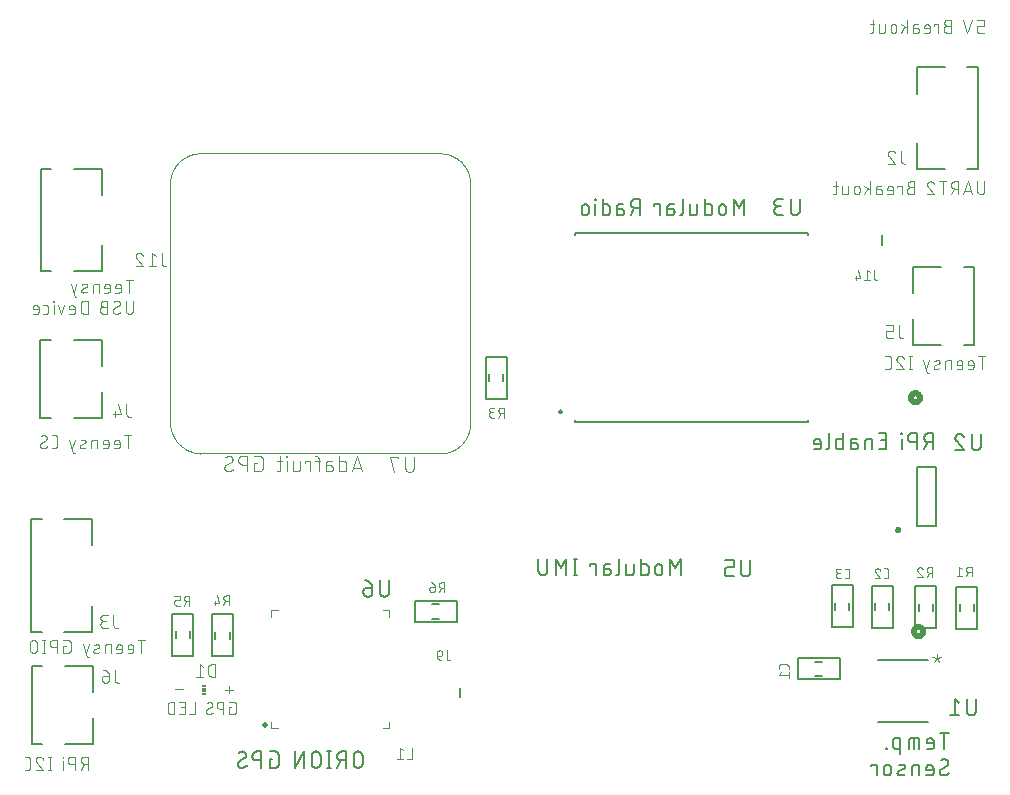
<source format=gbr>
G04 EAGLE Gerber RS-274X export*
G75*
%MOMM*%
%FSLAX34Y34*%
%LPD*%
%INSilkscreen Bottom*%
%IPPOS*%
%AMOC8*
5,1,8,0,0,1.08239X$1,22.5*%
G01*
%ADD10C,0.001000*%
%ADD11C,0.101600*%
%ADD12C,0.127000*%
%ADD13C,0.076200*%
%ADD14C,0.508000*%
%ADD15C,0.150000*%
%ADD16C,0.250000*%
%ADD17C,0.177800*%
%ADD18C,0.500000*%
%ADD19C,0.120000*%
%ADD20R,0.300000X0.150000*%
%ADD21R,0.300000X0.300000*%
%ADD22C,0.152400*%
%ADD23C,0.050800*%
%ADD24C,0.200000*%
%ADD25C,0.000000*%


D10*
X172600Y597400D02*
X172700Y392100D01*
X172779Y391449D01*
X172874Y390800D01*
X172985Y390153D01*
X173111Y389509D01*
X173253Y388868D01*
X173411Y388231D01*
X173585Y387598D01*
X173773Y386970D01*
X173978Y386346D01*
X174197Y385728D01*
X174431Y385115D01*
X174680Y384508D01*
X174945Y383907D01*
X175223Y383313D01*
X175516Y382726D01*
X175824Y382146D01*
X176145Y381574D01*
X176481Y381010D01*
X176830Y380454D01*
X177192Y379907D01*
X177568Y379369D01*
X177957Y378840D01*
X178359Y378322D01*
X178773Y377813D01*
X179200Y377314D01*
X179638Y376826D01*
X180089Y376349D01*
X180551Y375883D01*
X181024Y375428D01*
X181508Y374985D01*
X182003Y374554D01*
X182509Y374136D01*
X183024Y373729D01*
X183549Y373336D01*
X184084Y372956D01*
X184628Y372588D01*
X185181Y372234D01*
X185742Y371894D01*
X186311Y371568D01*
X186888Y371255D01*
X187473Y370957D01*
X188064Y370673D01*
X188663Y370404D01*
X189268Y370150D01*
X189879Y369910D01*
X190495Y369685D01*
X191117Y369476D01*
X191744Y369282D01*
X192375Y369103D01*
X193011Y368939D01*
X193650Y368792D01*
X194293Y368660D01*
X194939Y368543D01*
X195587Y368443D01*
X196238Y368358D01*
X196891Y368290D01*
X197545Y368237D01*
X198200Y368200D01*
D11*
X857831Y724408D02*
X861492Y724408D01*
X857831Y724408D02*
X857733Y724410D01*
X857635Y724416D01*
X857537Y724426D01*
X857439Y724440D01*
X857343Y724457D01*
X857247Y724479D01*
X857152Y724504D01*
X857058Y724534D01*
X856965Y724567D01*
X856874Y724603D01*
X856785Y724644D01*
X856697Y724688D01*
X856611Y724735D01*
X856526Y724786D01*
X856444Y724840D01*
X856365Y724898D01*
X856287Y724958D01*
X856212Y725022D01*
X856140Y725089D01*
X856071Y725158D01*
X856004Y725230D01*
X855940Y725305D01*
X855880Y725383D01*
X855822Y725462D01*
X855768Y725544D01*
X855717Y725628D01*
X855670Y725715D01*
X855626Y725803D01*
X855585Y725892D01*
X855549Y725983D01*
X855516Y726076D01*
X855486Y726170D01*
X855461Y726265D01*
X855439Y726361D01*
X855422Y726457D01*
X855408Y726555D01*
X855398Y726653D01*
X855392Y726751D01*
X855390Y726849D01*
X855390Y728069D01*
X855392Y728165D01*
X855398Y728261D01*
X855407Y728356D01*
X855420Y728451D01*
X855437Y728545D01*
X855457Y728639D01*
X855482Y728732D01*
X855509Y728823D01*
X855541Y728914D01*
X855576Y729003D01*
X855614Y729091D01*
X855656Y729177D01*
X855701Y729262D01*
X855750Y729344D01*
X855801Y729425D01*
X855856Y729504D01*
X855914Y729580D01*
X855975Y729654D01*
X856039Y729726D01*
X856105Y729795D01*
X856174Y729861D01*
X856246Y729925D01*
X856320Y729986D01*
X856396Y730044D01*
X856475Y730099D01*
X856556Y730150D01*
X856638Y730199D01*
X856723Y730244D01*
X856809Y730286D01*
X856897Y730324D01*
X856986Y730359D01*
X857077Y730391D01*
X857168Y730418D01*
X857261Y730443D01*
X857355Y730463D01*
X857449Y730480D01*
X857544Y730493D01*
X857640Y730502D01*
X857735Y730508D01*
X857831Y730510D01*
X861492Y730510D01*
X861492Y735392D01*
X855390Y735392D01*
X851302Y735392D02*
X847641Y724408D01*
X843980Y735392D01*
X833607Y730510D02*
X830556Y730510D01*
X830447Y730508D01*
X830338Y730502D01*
X830230Y730493D01*
X830122Y730479D01*
X830014Y730462D01*
X829907Y730440D01*
X829801Y730415D01*
X829696Y730386D01*
X829592Y730354D01*
X829490Y730318D01*
X829388Y730278D01*
X829289Y730234D01*
X829190Y730187D01*
X829094Y730137D01*
X828999Y730083D01*
X828907Y730026D01*
X828816Y729965D01*
X828728Y729901D01*
X828642Y729835D01*
X828558Y729765D01*
X828477Y729692D01*
X828399Y729616D01*
X828323Y729538D01*
X828250Y729457D01*
X828180Y729373D01*
X828114Y729287D01*
X828050Y729199D01*
X827989Y729108D01*
X827932Y729016D01*
X827878Y728921D01*
X827828Y728825D01*
X827781Y728726D01*
X827737Y728627D01*
X827697Y728525D01*
X827661Y728423D01*
X827629Y728319D01*
X827600Y728214D01*
X827575Y728108D01*
X827553Y728001D01*
X827536Y727893D01*
X827522Y727785D01*
X827513Y727677D01*
X827507Y727568D01*
X827505Y727459D01*
X827507Y727350D01*
X827513Y727241D01*
X827522Y727133D01*
X827536Y727025D01*
X827553Y726917D01*
X827575Y726810D01*
X827600Y726704D01*
X827629Y726599D01*
X827661Y726495D01*
X827697Y726393D01*
X827737Y726291D01*
X827781Y726192D01*
X827828Y726093D01*
X827878Y725997D01*
X827932Y725902D01*
X827989Y725810D01*
X828050Y725719D01*
X828114Y725631D01*
X828180Y725545D01*
X828250Y725461D01*
X828323Y725380D01*
X828399Y725302D01*
X828477Y725226D01*
X828558Y725153D01*
X828642Y725083D01*
X828728Y725017D01*
X828816Y724953D01*
X828907Y724892D01*
X828999Y724835D01*
X829094Y724781D01*
X829190Y724731D01*
X829289Y724684D01*
X829388Y724640D01*
X829490Y724600D01*
X829592Y724564D01*
X829696Y724532D01*
X829801Y724503D01*
X829907Y724478D01*
X830014Y724456D01*
X830122Y724439D01*
X830230Y724425D01*
X830338Y724416D01*
X830447Y724410D01*
X830556Y724408D01*
X833607Y724408D01*
X833607Y735392D01*
X830556Y735392D01*
X830459Y735390D01*
X830362Y735384D01*
X830265Y735375D01*
X830169Y735361D01*
X830074Y735344D01*
X829979Y735323D01*
X829885Y735298D01*
X829792Y735270D01*
X829701Y735237D01*
X829611Y735202D01*
X829522Y735162D01*
X829435Y735119D01*
X829350Y735073D01*
X829266Y735023D01*
X829185Y734970D01*
X829106Y734914D01*
X829029Y734855D01*
X828954Y734793D01*
X828882Y734728D01*
X828813Y734660D01*
X828746Y734589D01*
X828683Y734516D01*
X828622Y734440D01*
X828564Y734362D01*
X828510Y734282D01*
X828458Y734199D01*
X828410Y734115D01*
X828366Y734029D01*
X828325Y733941D01*
X828287Y733851D01*
X828253Y733760D01*
X828223Y733668D01*
X828196Y733575D01*
X828173Y733481D01*
X828154Y733385D01*
X828139Y733290D01*
X828127Y733193D01*
X828119Y733097D01*
X828115Y733000D01*
X828115Y732902D01*
X828119Y732805D01*
X828127Y732709D01*
X828139Y732612D01*
X828154Y732517D01*
X828173Y732421D01*
X828196Y732327D01*
X828223Y732234D01*
X828253Y732142D01*
X828287Y732051D01*
X828325Y731961D01*
X828366Y731873D01*
X828410Y731787D01*
X828458Y731703D01*
X828510Y731620D01*
X828564Y731540D01*
X828622Y731462D01*
X828683Y731386D01*
X828746Y731313D01*
X828813Y731242D01*
X828882Y731174D01*
X828954Y731109D01*
X829029Y731047D01*
X829106Y730988D01*
X829185Y730932D01*
X829266Y730879D01*
X829350Y730829D01*
X829435Y730783D01*
X829522Y730740D01*
X829611Y730700D01*
X829701Y730665D01*
X829792Y730632D01*
X829885Y730604D01*
X829979Y730579D01*
X830074Y730558D01*
X830169Y730541D01*
X830265Y730527D01*
X830362Y730518D01*
X830459Y730512D01*
X830556Y730510D01*
X823017Y731731D02*
X823017Y724408D01*
X823017Y731731D02*
X819356Y731731D01*
X819356Y730510D01*
X814051Y724408D02*
X811000Y724408D01*
X814051Y724408D02*
X814136Y724410D01*
X814220Y724416D01*
X814304Y724426D01*
X814387Y724439D01*
X814470Y724457D01*
X814552Y724478D01*
X814633Y724503D01*
X814712Y724532D01*
X814791Y724564D01*
X814867Y724600D01*
X814942Y724639D01*
X815015Y724682D01*
X815086Y724728D01*
X815154Y724778D01*
X815221Y724830D01*
X815285Y724886D01*
X815346Y724944D01*
X815404Y725005D01*
X815460Y725069D01*
X815512Y725136D01*
X815562Y725204D01*
X815608Y725275D01*
X815651Y725348D01*
X815690Y725423D01*
X815726Y725499D01*
X815758Y725578D01*
X815787Y725657D01*
X815812Y725738D01*
X815833Y725820D01*
X815851Y725903D01*
X815864Y725986D01*
X815874Y726070D01*
X815880Y726154D01*
X815882Y726239D01*
X815882Y729290D01*
X815880Y729387D01*
X815874Y729484D01*
X815865Y729581D01*
X815851Y729677D01*
X815834Y729772D01*
X815813Y729867D01*
X815788Y729961D01*
X815760Y730054D01*
X815727Y730145D01*
X815692Y730235D01*
X815652Y730324D01*
X815609Y730411D01*
X815563Y730496D01*
X815513Y730580D01*
X815460Y730661D01*
X815404Y730740D01*
X815345Y730817D01*
X815283Y730892D01*
X815218Y730964D01*
X815150Y731033D01*
X815079Y731100D01*
X815006Y731163D01*
X814930Y731224D01*
X814852Y731282D01*
X814772Y731336D01*
X814689Y731388D01*
X814605Y731436D01*
X814519Y731480D01*
X814431Y731521D01*
X814341Y731559D01*
X814250Y731593D01*
X814158Y731623D01*
X814065Y731650D01*
X813971Y731673D01*
X813875Y731692D01*
X813780Y731707D01*
X813683Y731719D01*
X813587Y731727D01*
X813490Y731731D01*
X813392Y731731D01*
X813295Y731727D01*
X813199Y731719D01*
X813102Y731707D01*
X813007Y731692D01*
X812911Y731673D01*
X812817Y731650D01*
X812724Y731623D01*
X812632Y731593D01*
X812541Y731559D01*
X812451Y731521D01*
X812363Y731480D01*
X812277Y731436D01*
X812193Y731388D01*
X812110Y731336D01*
X812030Y731282D01*
X811952Y731224D01*
X811876Y731163D01*
X811803Y731100D01*
X811732Y731033D01*
X811664Y730964D01*
X811599Y730892D01*
X811537Y730817D01*
X811478Y730740D01*
X811422Y730661D01*
X811369Y730580D01*
X811319Y730496D01*
X811273Y730411D01*
X811230Y730324D01*
X811190Y730235D01*
X811155Y730145D01*
X811122Y730054D01*
X811094Y729961D01*
X811069Y729867D01*
X811048Y729772D01*
X811031Y729677D01*
X811017Y729581D01*
X811008Y729484D01*
X811002Y729387D01*
X811000Y729290D01*
X811000Y728069D01*
X815882Y728069D01*
X804443Y728680D02*
X801697Y728680D01*
X804443Y728680D02*
X804534Y728678D01*
X804624Y728672D01*
X804714Y728663D01*
X804804Y728649D01*
X804893Y728632D01*
X804981Y728611D01*
X805068Y728586D01*
X805155Y728558D01*
X805239Y728526D01*
X805323Y728490D01*
X805405Y728451D01*
X805485Y728409D01*
X805563Y728363D01*
X805639Y728314D01*
X805713Y728261D01*
X805785Y728206D01*
X805854Y728147D01*
X805921Y728086D01*
X805985Y728022D01*
X806046Y727955D01*
X806105Y727886D01*
X806160Y727814D01*
X806213Y727740D01*
X806262Y727664D01*
X806308Y727586D01*
X806350Y727506D01*
X806389Y727424D01*
X806425Y727340D01*
X806457Y727256D01*
X806485Y727169D01*
X806510Y727082D01*
X806531Y726994D01*
X806548Y726905D01*
X806562Y726815D01*
X806571Y726725D01*
X806577Y726635D01*
X806579Y726544D01*
X806577Y726453D01*
X806571Y726363D01*
X806562Y726273D01*
X806548Y726183D01*
X806531Y726094D01*
X806510Y726006D01*
X806485Y725919D01*
X806457Y725832D01*
X806425Y725748D01*
X806389Y725664D01*
X806350Y725582D01*
X806308Y725502D01*
X806262Y725424D01*
X806213Y725348D01*
X806160Y725274D01*
X806105Y725202D01*
X806046Y725133D01*
X805985Y725066D01*
X805921Y725002D01*
X805854Y724941D01*
X805785Y724882D01*
X805713Y724827D01*
X805639Y724774D01*
X805563Y724725D01*
X805485Y724679D01*
X805405Y724637D01*
X805323Y724598D01*
X805239Y724562D01*
X805155Y724530D01*
X805068Y724502D01*
X804981Y724477D01*
X804893Y724456D01*
X804804Y724439D01*
X804714Y724425D01*
X804624Y724416D01*
X804534Y724410D01*
X804443Y724408D01*
X801697Y724408D01*
X801697Y729900D01*
X801699Y729985D01*
X801705Y730069D01*
X801715Y730153D01*
X801728Y730236D01*
X801746Y730319D01*
X801767Y730401D01*
X801792Y730482D01*
X801821Y730561D01*
X801853Y730640D01*
X801889Y730716D01*
X801928Y730791D01*
X801971Y730864D01*
X802017Y730935D01*
X802067Y731003D01*
X802119Y731070D01*
X802175Y731134D01*
X802233Y731195D01*
X802294Y731253D01*
X802358Y731309D01*
X802425Y731361D01*
X802493Y731411D01*
X802564Y731457D01*
X802637Y731500D01*
X802712Y731539D01*
X802788Y731575D01*
X802867Y731607D01*
X802946Y731636D01*
X803027Y731661D01*
X803109Y731682D01*
X803192Y731700D01*
X803275Y731713D01*
X803359Y731723D01*
X803443Y731729D01*
X803528Y731731D01*
X805969Y731731D01*
X796310Y735392D02*
X796310Y724408D01*
X796310Y728069D02*
X791428Y731731D01*
X794174Y729595D02*
X791428Y724408D01*
X787442Y726849D02*
X787442Y729290D01*
X787440Y729387D01*
X787434Y729484D01*
X787425Y729581D01*
X787411Y729677D01*
X787394Y729772D01*
X787373Y729867D01*
X787348Y729961D01*
X787320Y730054D01*
X787287Y730145D01*
X787252Y730235D01*
X787212Y730324D01*
X787169Y730411D01*
X787123Y730496D01*
X787073Y730580D01*
X787020Y730661D01*
X786964Y730740D01*
X786905Y730817D01*
X786843Y730892D01*
X786778Y730964D01*
X786710Y731033D01*
X786639Y731100D01*
X786566Y731163D01*
X786490Y731224D01*
X786412Y731282D01*
X786332Y731336D01*
X786249Y731388D01*
X786165Y731436D01*
X786079Y731480D01*
X785991Y731521D01*
X785901Y731559D01*
X785810Y731593D01*
X785718Y731623D01*
X785625Y731650D01*
X785531Y731673D01*
X785435Y731692D01*
X785340Y731707D01*
X785243Y731719D01*
X785147Y731727D01*
X785050Y731731D01*
X784952Y731731D01*
X784855Y731727D01*
X784759Y731719D01*
X784662Y731707D01*
X784567Y731692D01*
X784471Y731673D01*
X784377Y731650D01*
X784284Y731623D01*
X784192Y731593D01*
X784101Y731559D01*
X784011Y731521D01*
X783923Y731480D01*
X783837Y731436D01*
X783753Y731388D01*
X783670Y731336D01*
X783590Y731282D01*
X783512Y731224D01*
X783436Y731163D01*
X783363Y731100D01*
X783292Y731033D01*
X783224Y730964D01*
X783159Y730892D01*
X783097Y730817D01*
X783038Y730740D01*
X782982Y730661D01*
X782929Y730580D01*
X782879Y730496D01*
X782833Y730411D01*
X782790Y730324D01*
X782750Y730235D01*
X782715Y730145D01*
X782682Y730054D01*
X782654Y729961D01*
X782629Y729867D01*
X782608Y729772D01*
X782591Y729677D01*
X782577Y729581D01*
X782568Y729484D01*
X782562Y729387D01*
X782560Y729290D01*
X782560Y726849D01*
X782562Y726752D01*
X782568Y726655D01*
X782577Y726558D01*
X782591Y726462D01*
X782608Y726367D01*
X782629Y726272D01*
X782654Y726178D01*
X782682Y726085D01*
X782715Y725994D01*
X782750Y725904D01*
X782790Y725815D01*
X782833Y725728D01*
X782879Y725643D01*
X782929Y725559D01*
X782982Y725478D01*
X783038Y725399D01*
X783097Y725322D01*
X783159Y725247D01*
X783224Y725175D01*
X783292Y725106D01*
X783363Y725039D01*
X783436Y724976D01*
X783512Y724915D01*
X783590Y724857D01*
X783670Y724803D01*
X783753Y724751D01*
X783837Y724703D01*
X783923Y724659D01*
X784011Y724618D01*
X784101Y724580D01*
X784192Y724546D01*
X784284Y724516D01*
X784377Y724489D01*
X784471Y724466D01*
X784567Y724447D01*
X784662Y724432D01*
X784759Y724420D01*
X784855Y724412D01*
X784952Y724408D01*
X785050Y724408D01*
X785147Y724412D01*
X785243Y724420D01*
X785340Y724432D01*
X785435Y724447D01*
X785531Y724466D01*
X785625Y724489D01*
X785718Y724516D01*
X785810Y724546D01*
X785901Y724580D01*
X785991Y724618D01*
X786079Y724659D01*
X786165Y724703D01*
X786249Y724751D01*
X786332Y724803D01*
X786412Y724857D01*
X786490Y724915D01*
X786566Y724976D01*
X786639Y725039D01*
X786710Y725106D01*
X786778Y725175D01*
X786843Y725247D01*
X786905Y725322D01*
X786964Y725399D01*
X787020Y725478D01*
X787073Y725559D01*
X787123Y725643D01*
X787169Y725728D01*
X787212Y725815D01*
X787252Y725904D01*
X787287Y725994D01*
X787320Y726085D01*
X787348Y726178D01*
X787373Y726272D01*
X787394Y726367D01*
X787411Y726462D01*
X787425Y726558D01*
X787434Y726655D01*
X787440Y726752D01*
X787442Y726849D01*
X777722Y726239D02*
X777722Y731731D01*
X777722Y726239D02*
X777720Y726154D01*
X777714Y726070D01*
X777704Y725986D01*
X777691Y725903D01*
X777673Y725820D01*
X777652Y725738D01*
X777627Y725657D01*
X777598Y725578D01*
X777566Y725499D01*
X777530Y725423D01*
X777491Y725348D01*
X777448Y725275D01*
X777402Y725204D01*
X777352Y725136D01*
X777300Y725069D01*
X777244Y725005D01*
X777186Y724944D01*
X777125Y724886D01*
X777061Y724830D01*
X776994Y724778D01*
X776926Y724728D01*
X776855Y724682D01*
X776782Y724639D01*
X776707Y724600D01*
X776631Y724564D01*
X776552Y724532D01*
X776473Y724503D01*
X776392Y724478D01*
X776310Y724457D01*
X776227Y724439D01*
X776144Y724426D01*
X776060Y724416D01*
X775976Y724410D01*
X775891Y724408D01*
X772840Y724408D01*
X772840Y731731D01*
X768922Y731731D02*
X765260Y731731D01*
X767701Y735392D02*
X767701Y726239D01*
X767699Y726154D01*
X767693Y726070D01*
X767683Y725986D01*
X767670Y725903D01*
X767652Y725820D01*
X767631Y725738D01*
X767606Y725657D01*
X767577Y725578D01*
X767545Y725499D01*
X767509Y725423D01*
X767470Y725348D01*
X767427Y725275D01*
X767381Y725204D01*
X767331Y725136D01*
X767279Y725069D01*
X767223Y725005D01*
X767165Y724944D01*
X767104Y724886D01*
X767040Y724830D01*
X766973Y724778D01*
X766905Y724728D01*
X766834Y724682D01*
X766761Y724639D01*
X766686Y724600D01*
X766610Y724564D01*
X766531Y724532D01*
X766452Y724503D01*
X766371Y724478D01*
X766289Y724457D01*
X766206Y724439D01*
X766123Y724426D01*
X766039Y724416D01*
X765955Y724410D01*
X765870Y724408D01*
X765260Y724408D01*
X862092Y598592D02*
X862092Y590659D01*
X862090Y590550D01*
X862084Y590441D01*
X862075Y590333D01*
X862061Y590225D01*
X862044Y590117D01*
X862022Y590010D01*
X861997Y589904D01*
X861968Y589799D01*
X861936Y589695D01*
X861900Y589593D01*
X861860Y589491D01*
X861816Y589392D01*
X861769Y589293D01*
X861719Y589197D01*
X861665Y589102D01*
X861608Y589010D01*
X861547Y588919D01*
X861483Y588831D01*
X861417Y588745D01*
X861347Y588661D01*
X861274Y588580D01*
X861198Y588502D01*
X861120Y588426D01*
X861039Y588353D01*
X860955Y588283D01*
X860869Y588217D01*
X860781Y588153D01*
X860690Y588092D01*
X860598Y588035D01*
X860503Y587981D01*
X860407Y587931D01*
X860308Y587884D01*
X860209Y587840D01*
X860107Y587800D01*
X860005Y587764D01*
X859901Y587732D01*
X859796Y587703D01*
X859690Y587678D01*
X859583Y587656D01*
X859475Y587639D01*
X859367Y587625D01*
X859259Y587616D01*
X859150Y587610D01*
X859041Y587608D01*
X858932Y587610D01*
X858823Y587616D01*
X858715Y587625D01*
X858607Y587639D01*
X858499Y587656D01*
X858392Y587678D01*
X858286Y587703D01*
X858181Y587732D01*
X858077Y587764D01*
X857975Y587800D01*
X857873Y587840D01*
X857774Y587884D01*
X857675Y587931D01*
X857579Y587981D01*
X857484Y588035D01*
X857392Y588092D01*
X857301Y588153D01*
X857213Y588217D01*
X857127Y588283D01*
X857043Y588353D01*
X856962Y588426D01*
X856884Y588502D01*
X856808Y588580D01*
X856735Y588661D01*
X856665Y588745D01*
X856599Y588831D01*
X856535Y588919D01*
X856474Y589010D01*
X856417Y589102D01*
X856363Y589197D01*
X856313Y589293D01*
X856266Y589392D01*
X856222Y589491D01*
X856182Y589593D01*
X856146Y589695D01*
X856114Y589799D01*
X856085Y589904D01*
X856060Y590010D01*
X856038Y590117D01*
X856021Y590225D01*
X856007Y590333D01*
X855998Y590441D01*
X855992Y590550D01*
X855990Y590659D01*
X855990Y598592D01*
X847881Y598592D02*
X851542Y587608D01*
X844220Y587608D02*
X847881Y598592D01*
X845135Y590354D02*
X850627Y590354D01*
X839700Y587608D02*
X839700Y598592D01*
X836649Y598592D01*
X836540Y598590D01*
X836431Y598584D01*
X836323Y598575D01*
X836215Y598561D01*
X836107Y598544D01*
X836000Y598522D01*
X835894Y598497D01*
X835789Y598468D01*
X835685Y598436D01*
X835583Y598400D01*
X835481Y598360D01*
X835382Y598316D01*
X835283Y598269D01*
X835187Y598219D01*
X835092Y598165D01*
X835000Y598108D01*
X834909Y598047D01*
X834821Y597983D01*
X834735Y597917D01*
X834651Y597847D01*
X834570Y597774D01*
X834492Y597698D01*
X834416Y597620D01*
X834343Y597539D01*
X834273Y597455D01*
X834207Y597369D01*
X834143Y597281D01*
X834082Y597190D01*
X834025Y597098D01*
X833971Y597003D01*
X833921Y596907D01*
X833874Y596808D01*
X833830Y596709D01*
X833790Y596607D01*
X833754Y596505D01*
X833722Y596401D01*
X833693Y596296D01*
X833668Y596190D01*
X833646Y596083D01*
X833629Y595975D01*
X833615Y595867D01*
X833606Y595759D01*
X833600Y595650D01*
X833598Y595541D01*
X833600Y595432D01*
X833606Y595323D01*
X833615Y595215D01*
X833629Y595107D01*
X833646Y594999D01*
X833668Y594892D01*
X833693Y594786D01*
X833722Y594681D01*
X833754Y594577D01*
X833790Y594475D01*
X833830Y594373D01*
X833874Y594274D01*
X833921Y594175D01*
X833971Y594079D01*
X834025Y593984D01*
X834082Y593892D01*
X834143Y593801D01*
X834207Y593713D01*
X834273Y593627D01*
X834343Y593543D01*
X834416Y593462D01*
X834492Y593384D01*
X834570Y593308D01*
X834651Y593235D01*
X834735Y593165D01*
X834821Y593099D01*
X834909Y593035D01*
X835000Y592974D01*
X835092Y592917D01*
X835187Y592863D01*
X835283Y592813D01*
X835382Y592766D01*
X835481Y592722D01*
X835583Y592682D01*
X835685Y592646D01*
X835789Y592614D01*
X835894Y592585D01*
X836000Y592560D01*
X836107Y592538D01*
X836215Y592521D01*
X836323Y592507D01*
X836431Y592498D01*
X836540Y592492D01*
X836649Y592490D01*
X839700Y592490D01*
X836039Y592490D02*
X833598Y587608D01*
X826641Y587608D02*
X826641Y598592D01*
X829692Y598592D02*
X823590Y598592D01*
X816256Y598592D02*
X816153Y598590D01*
X816051Y598584D01*
X815949Y598575D01*
X815847Y598561D01*
X815745Y598544D01*
X815645Y598523D01*
X815545Y598498D01*
X815447Y598470D01*
X815349Y598438D01*
X815253Y598402D01*
X815158Y598363D01*
X815065Y598320D01*
X814973Y598274D01*
X814883Y598224D01*
X814795Y598171D01*
X814709Y598115D01*
X814625Y598055D01*
X814544Y597993D01*
X814465Y597927D01*
X814388Y597859D01*
X814314Y597788D01*
X814243Y597714D01*
X814175Y597637D01*
X814109Y597558D01*
X814047Y597477D01*
X813987Y597393D01*
X813931Y597307D01*
X813878Y597219D01*
X813828Y597129D01*
X813782Y597037D01*
X813739Y596944D01*
X813700Y596849D01*
X813664Y596753D01*
X813632Y596655D01*
X813604Y596557D01*
X813579Y596457D01*
X813558Y596357D01*
X813541Y596255D01*
X813527Y596153D01*
X813518Y596051D01*
X813512Y595949D01*
X813510Y595846D01*
X816256Y598592D02*
X816373Y598590D01*
X816489Y598584D01*
X816606Y598575D01*
X816722Y598561D01*
X816837Y598544D01*
X816952Y598523D01*
X817066Y598498D01*
X817179Y598469D01*
X817291Y598437D01*
X817402Y598401D01*
X817512Y598361D01*
X817621Y598317D01*
X817727Y598270D01*
X817833Y598220D01*
X817936Y598166D01*
X818038Y598109D01*
X818138Y598048D01*
X818236Y597984D01*
X818331Y597917D01*
X818424Y597847D01*
X818515Y597774D01*
X818604Y597697D01*
X818690Y597618D01*
X818773Y597536D01*
X818853Y597452D01*
X818931Y597365D01*
X819005Y597275D01*
X819077Y597183D01*
X819146Y597088D01*
X819211Y596991D01*
X819273Y596893D01*
X819332Y596792D01*
X819387Y596689D01*
X819440Y596584D01*
X819488Y596478D01*
X819533Y596371D01*
X819575Y596261D01*
X819612Y596151D01*
X814425Y593711D02*
X814351Y593783D01*
X814280Y593859D01*
X814211Y593937D01*
X814146Y594017D01*
X814083Y594100D01*
X814023Y594184D01*
X813966Y594271D01*
X813912Y594360D01*
X813861Y594451D01*
X813814Y594543D01*
X813769Y594637D01*
X813728Y594732D01*
X813691Y594829D01*
X813657Y594927D01*
X813626Y595026D01*
X813599Y595127D01*
X813576Y595228D01*
X813556Y595330D01*
X813539Y595432D01*
X813526Y595535D01*
X813517Y595639D01*
X813512Y595742D01*
X813510Y595846D01*
X814425Y593710D02*
X819612Y587608D01*
X813510Y587608D01*
X802528Y593710D02*
X799476Y593710D01*
X799367Y593708D01*
X799258Y593702D01*
X799150Y593693D01*
X799042Y593679D01*
X798934Y593662D01*
X798827Y593640D01*
X798721Y593615D01*
X798616Y593586D01*
X798512Y593554D01*
X798410Y593518D01*
X798308Y593478D01*
X798209Y593434D01*
X798110Y593387D01*
X798014Y593337D01*
X797919Y593283D01*
X797827Y593226D01*
X797736Y593165D01*
X797648Y593101D01*
X797562Y593035D01*
X797478Y592965D01*
X797397Y592892D01*
X797319Y592816D01*
X797243Y592738D01*
X797170Y592657D01*
X797100Y592573D01*
X797034Y592487D01*
X796970Y592399D01*
X796909Y592308D01*
X796852Y592216D01*
X796798Y592121D01*
X796748Y592025D01*
X796701Y591926D01*
X796657Y591827D01*
X796617Y591725D01*
X796581Y591623D01*
X796549Y591519D01*
X796520Y591414D01*
X796495Y591308D01*
X796473Y591201D01*
X796456Y591093D01*
X796442Y590985D01*
X796433Y590877D01*
X796427Y590768D01*
X796425Y590659D01*
X796427Y590550D01*
X796433Y590441D01*
X796442Y590333D01*
X796456Y590225D01*
X796473Y590117D01*
X796495Y590010D01*
X796520Y589904D01*
X796549Y589799D01*
X796581Y589695D01*
X796617Y589593D01*
X796657Y589491D01*
X796701Y589392D01*
X796748Y589293D01*
X796798Y589197D01*
X796852Y589102D01*
X796909Y589010D01*
X796970Y588919D01*
X797034Y588831D01*
X797100Y588745D01*
X797170Y588661D01*
X797243Y588580D01*
X797319Y588502D01*
X797397Y588426D01*
X797478Y588353D01*
X797562Y588283D01*
X797648Y588217D01*
X797736Y588153D01*
X797827Y588092D01*
X797919Y588035D01*
X798014Y587981D01*
X798110Y587931D01*
X798209Y587884D01*
X798308Y587840D01*
X798410Y587800D01*
X798512Y587764D01*
X798616Y587732D01*
X798721Y587703D01*
X798827Y587678D01*
X798934Y587656D01*
X799042Y587639D01*
X799150Y587625D01*
X799258Y587616D01*
X799367Y587610D01*
X799476Y587608D01*
X802528Y587608D01*
X802528Y598592D01*
X799476Y598592D01*
X799379Y598590D01*
X799282Y598584D01*
X799185Y598575D01*
X799089Y598561D01*
X798994Y598544D01*
X798899Y598523D01*
X798805Y598498D01*
X798712Y598470D01*
X798621Y598437D01*
X798531Y598402D01*
X798442Y598362D01*
X798355Y598319D01*
X798270Y598273D01*
X798186Y598223D01*
X798105Y598170D01*
X798026Y598114D01*
X797949Y598055D01*
X797874Y597993D01*
X797802Y597928D01*
X797733Y597860D01*
X797666Y597789D01*
X797603Y597716D01*
X797542Y597640D01*
X797484Y597562D01*
X797430Y597482D01*
X797378Y597399D01*
X797330Y597315D01*
X797286Y597229D01*
X797245Y597141D01*
X797207Y597051D01*
X797173Y596960D01*
X797143Y596868D01*
X797116Y596775D01*
X797093Y596681D01*
X797074Y596585D01*
X797059Y596490D01*
X797047Y596393D01*
X797039Y596297D01*
X797035Y596200D01*
X797035Y596102D01*
X797039Y596005D01*
X797047Y595909D01*
X797059Y595812D01*
X797074Y595717D01*
X797093Y595621D01*
X797116Y595527D01*
X797143Y595434D01*
X797173Y595342D01*
X797207Y595251D01*
X797245Y595161D01*
X797286Y595073D01*
X797330Y594987D01*
X797378Y594903D01*
X797430Y594820D01*
X797484Y594740D01*
X797542Y594662D01*
X797603Y594586D01*
X797666Y594513D01*
X797733Y594442D01*
X797802Y594374D01*
X797874Y594309D01*
X797949Y594247D01*
X798026Y594188D01*
X798105Y594132D01*
X798186Y594079D01*
X798270Y594029D01*
X798355Y593983D01*
X798442Y593940D01*
X798531Y593900D01*
X798621Y593865D01*
X798712Y593832D01*
X798805Y593804D01*
X798899Y593779D01*
X798994Y593758D01*
X799089Y593741D01*
X799185Y593727D01*
X799282Y593718D01*
X799379Y593712D01*
X799476Y593710D01*
X791937Y594931D02*
X791937Y587608D01*
X791937Y594931D02*
X788276Y594931D01*
X788276Y593710D01*
X782971Y587608D02*
X779920Y587608D01*
X782971Y587608D02*
X783056Y587610D01*
X783140Y587616D01*
X783224Y587626D01*
X783307Y587639D01*
X783390Y587657D01*
X783472Y587678D01*
X783553Y587703D01*
X783632Y587732D01*
X783711Y587764D01*
X783787Y587800D01*
X783862Y587839D01*
X783935Y587882D01*
X784006Y587928D01*
X784074Y587978D01*
X784141Y588030D01*
X784205Y588086D01*
X784266Y588144D01*
X784324Y588205D01*
X784380Y588269D01*
X784432Y588336D01*
X784482Y588404D01*
X784528Y588475D01*
X784571Y588548D01*
X784610Y588623D01*
X784646Y588699D01*
X784678Y588778D01*
X784707Y588857D01*
X784732Y588938D01*
X784753Y589020D01*
X784771Y589103D01*
X784784Y589186D01*
X784794Y589270D01*
X784800Y589354D01*
X784802Y589439D01*
X784802Y592490D01*
X784800Y592587D01*
X784794Y592684D01*
X784785Y592781D01*
X784771Y592877D01*
X784754Y592972D01*
X784733Y593067D01*
X784708Y593161D01*
X784680Y593254D01*
X784647Y593345D01*
X784612Y593435D01*
X784572Y593524D01*
X784529Y593611D01*
X784483Y593696D01*
X784433Y593780D01*
X784380Y593861D01*
X784324Y593940D01*
X784265Y594017D01*
X784203Y594092D01*
X784138Y594164D01*
X784070Y594233D01*
X783999Y594300D01*
X783926Y594363D01*
X783850Y594424D01*
X783772Y594482D01*
X783692Y594536D01*
X783609Y594588D01*
X783525Y594636D01*
X783439Y594680D01*
X783351Y594721D01*
X783261Y594759D01*
X783170Y594793D01*
X783078Y594823D01*
X782985Y594850D01*
X782891Y594873D01*
X782795Y594892D01*
X782700Y594907D01*
X782603Y594919D01*
X782507Y594927D01*
X782410Y594931D01*
X782312Y594931D01*
X782215Y594927D01*
X782119Y594919D01*
X782022Y594907D01*
X781927Y594892D01*
X781831Y594873D01*
X781737Y594850D01*
X781644Y594823D01*
X781552Y594793D01*
X781461Y594759D01*
X781371Y594721D01*
X781283Y594680D01*
X781197Y594636D01*
X781113Y594588D01*
X781030Y594536D01*
X780950Y594482D01*
X780872Y594424D01*
X780796Y594363D01*
X780723Y594300D01*
X780652Y594233D01*
X780584Y594164D01*
X780519Y594092D01*
X780457Y594017D01*
X780398Y593940D01*
X780342Y593861D01*
X780289Y593780D01*
X780239Y593696D01*
X780193Y593611D01*
X780150Y593524D01*
X780110Y593435D01*
X780075Y593345D01*
X780042Y593254D01*
X780014Y593161D01*
X779989Y593067D01*
X779968Y592972D01*
X779951Y592877D01*
X779937Y592781D01*
X779928Y592684D01*
X779922Y592587D01*
X779920Y592490D01*
X779920Y591269D01*
X784802Y591269D01*
X773364Y591880D02*
X770618Y591880D01*
X773364Y591880D02*
X773455Y591878D01*
X773545Y591872D01*
X773635Y591863D01*
X773725Y591849D01*
X773814Y591832D01*
X773902Y591811D01*
X773989Y591786D01*
X774076Y591758D01*
X774160Y591726D01*
X774244Y591690D01*
X774326Y591651D01*
X774406Y591609D01*
X774484Y591563D01*
X774560Y591514D01*
X774634Y591461D01*
X774706Y591406D01*
X774775Y591347D01*
X774842Y591286D01*
X774906Y591222D01*
X774967Y591155D01*
X775026Y591086D01*
X775081Y591014D01*
X775134Y590940D01*
X775183Y590864D01*
X775229Y590786D01*
X775271Y590706D01*
X775310Y590624D01*
X775346Y590540D01*
X775378Y590456D01*
X775406Y590369D01*
X775431Y590282D01*
X775452Y590194D01*
X775469Y590105D01*
X775483Y590015D01*
X775492Y589925D01*
X775498Y589835D01*
X775500Y589744D01*
X775498Y589653D01*
X775492Y589563D01*
X775483Y589473D01*
X775469Y589383D01*
X775452Y589294D01*
X775431Y589206D01*
X775406Y589119D01*
X775378Y589032D01*
X775346Y588948D01*
X775310Y588864D01*
X775271Y588782D01*
X775229Y588702D01*
X775183Y588624D01*
X775134Y588548D01*
X775081Y588474D01*
X775026Y588402D01*
X774967Y588333D01*
X774906Y588266D01*
X774842Y588202D01*
X774775Y588141D01*
X774706Y588082D01*
X774634Y588027D01*
X774560Y587974D01*
X774484Y587925D01*
X774406Y587879D01*
X774326Y587837D01*
X774244Y587798D01*
X774160Y587762D01*
X774076Y587730D01*
X773989Y587702D01*
X773902Y587677D01*
X773814Y587656D01*
X773725Y587639D01*
X773635Y587625D01*
X773545Y587616D01*
X773455Y587610D01*
X773364Y587608D01*
X770618Y587608D01*
X770618Y593100D01*
X770617Y593100D02*
X770619Y593185D01*
X770625Y593269D01*
X770635Y593353D01*
X770648Y593436D01*
X770666Y593519D01*
X770687Y593601D01*
X770712Y593682D01*
X770741Y593761D01*
X770773Y593840D01*
X770809Y593916D01*
X770848Y593991D01*
X770891Y594064D01*
X770937Y594135D01*
X770987Y594203D01*
X771039Y594270D01*
X771095Y594334D01*
X771153Y594395D01*
X771214Y594453D01*
X771278Y594509D01*
X771345Y594561D01*
X771413Y594611D01*
X771484Y594657D01*
X771557Y594700D01*
X771632Y594739D01*
X771708Y594775D01*
X771787Y594807D01*
X771866Y594836D01*
X771947Y594861D01*
X772029Y594882D01*
X772112Y594900D01*
X772195Y594913D01*
X772279Y594923D01*
X772363Y594929D01*
X772448Y594931D01*
X774889Y594931D01*
X765230Y598592D02*
X765230Y587608D01*
X765230Y591269D02*
X760349Y594931D01*
X763095Y592795D02*
X760349Y587608D01*
X756362Y590049D02*
X756362Y592490D01*
X756360Y592587D01*
X756354Y592684D01*
X756345Y592781D01*
X756331Y592877D01*
X756314Y592972D01*
X756293Y593067D01*
X756268Y593161D01*
X756240Y593254D01*
X756207Y593345D01*
X756172Y593435D01*
X756132Y593524D01*
X756089Y593611D01*
X756043Y593696D01*
X755993Y593780D01*
X755940Y593861D01*
X755884Y593940D01*
X755825Y594017D01*
X755763Y594092D01*
X755698Y594164D01*
X755630Y594233D01*
X755559Y594300D01*
X755486Y594363D01*
X755410Y594424D01*
X755332Y594482D01*
X755252Y594536D01*
X755169Y594588D01*
X755085Y594636D01*
X754999Y594680D01*
X754911Y594721D01*
X754821Y594759D01*
X754730Y594793D01*
X754638Y594823D01*
X754545Y594850D01*
X754451Y594873D01*
X754355Y594892D01*
X754260Y594907D01*
X754163Y594919D01*
X754067Y594927D01*
X753970Y594931D01*
X753872Y594931D01*
X753775Y594927D01*
X753679Y594919D01*
X753582Y594907D01*
X753487Y594892D01*
X753391Y594873D01*
X753297Y594850D01*
X753204Y594823D01*
X753112Y594793D01*
X753021Y594759D01*
X752931Y594721D01*
X752843Y594680D01*
X752757Y594636D01*
X752673Y594588D01*
X752590Y594536D01*
X752510Y594482D01*
X752432Y594424D01*
X752356Y594363D01*
X752283Y594300D01*
X752212Y594233D01*
X752144Y594164D01*
X752079Y594092D01*
X752017Y594017D01*
X751958Y593940D01*
X751902Y593861D01*
X751849Y593780D01*
X751799Y593696D01*
X751753Y593611D01*
X751710Y593524D01*
X751670Y593435D01*
X751635Y593345D01*
X751602Y593254D01*
X751574Y593161D01*
X751549Y593067D01*
X751528Y592972D01*
X751511Y592877D01*
X751497Y592781D01*
X751488Y592684D01*
X751482Y592587D01*
X751480Y592490D01*
X751480Y590049D01*
X751482Y589952D01*
X751488Y589855D01*
X751497Y589758D01*
X751511Y589662D01*
X751528Y589567D01*
X751549Y589472D01*
X751574Y589378D01*
X751602Y589285D01*
X751635Y589194D01*
X751670Y589104D01*
X751710Y589015D01*
X751753Y588928D01*
X751799Y588843D01*
X751849Y588759D01*
X751902Y588678D01*
X751958Y588599D01*
X752017Y588522D01*
X752079Y588447D01*
X752144Y588375D01*
X752212Y588306D01*
X752283Y588239D01*
X752356Y588176D01*
X752432Y588115D01*
X752510Y588057D01*
X752590Y588003D01*
X752673Y587951D01*
X752757Y587903D01*
X752843Y587859D01*
X752931Y587818D01*
X753021Y587780D01*
X753112Y587746D01*
X753204Y587716D01*
X753297Y587689D01*
X753391Y587666D01*
X753487Y587647D01*
X753582Y587632D01*
X753679Y587620D01*
X753775Y587612D01*
X753872Y587608D01*
X753970Y587608D01*
X754067Y587612D01*
X754163Y587620D01*
X754260Y587632D01*
X754355Y587647D01*
X754451Y587666D01*
X754545Y587689D01*
X754638Y587716D01*
X754730Y587746D01*
X754821Y587780D01*
X754911Y587818D01*
X754999Y587859D01*
X755085Y587903D01*
X755169Y587951D01*
X755252Y588003D01*
X755332Y588057D01*
X755410Y588115D01*
X755486Y588176D01*
X755559Y588239D01*
X755630Y588306D01*
X755698Y588375D01*
X755763Y588447D01*
X755825Y588522D01*
X755884Y588599D01*
X755940Y588678D01*
X755993Y588759D01*
X756043Y588843D01*
X756089Y588928D01*
X756132Y589015D01*
X756172Y589104D01*
X756207Y589194D01*
X756240Y589285D01*
X756268Y589378D01*
X756293Y589472D01*
X756314Y589567D01*
X756331Y589662D01*
X756345Y589758D01*
X756354Y589855D01*
X756360Y589952D01*
X756362Y590049D01*
X746642Y589439D02*
X746642Y594931D01*
X746642Y589439D02*
X746640Y589354D01*
X746634Y589270D01*
X746624Y589186D01*
X746611Y589103D01*
X746593Y589020D01*
X746572Y588938D01*
X746547Y588857D01*
X746518Y588778D01*
X746486Y588699D01*
X746450Y588623D01*
X746411Y588548D01*
X746368Y588475D01*
X746322Y588404D01*
X746272Y588336D01*
X746220Y588269D01*
X746164Y588205D01*
X746106Y588144D01*
X746045Y588086D01*
X745981Y588030D01*
X745914Y587978D01*
X745846Y587928D01*
X745775Y587882D01*
X745702Y587839D01*
X745627Y587800D01*
X745551Y587764D01*
X745472Y587732D01*
X745393Y587703D01*
X745312Y587678D01*
X745230Y587657D01*
X745147Y587639D01*
X745064Y587626D01*
X744980Y587616D01*
X744896Y587610D01*
X744811Y587608D01*
X741760Y587608D01*
X741760Y594931D01*
X737842Y594931D02*
X734180Y594931D01*
X736621Y598592D02*
X736621Y589439D01*
X736622Y589439D02*
X736620Y589354D01*
X736614Y589270D01*
X736604Y589186D01*
X736591Y589103D01*
X736573Y589020D01*
X736552Y588938D01*
X736527Y588857D01*
X736498Y588778D01*
X736466Y588699D01*
X736430Y588623D01*
X736391Y588548D01*
X736348Y588475D01*
X736302Y588404D01*
X736252Y588336D01*
X736200Y588269D01*
X736144Y588205D01*
X736086Y588144D01*
X736025Y588086D01*
X735961Y588030D01*
X735894Y587978D01*
X735826Y587928D01*
X735755Y587882D01*
X735682Y587839D01*
X735607Y587800D01*
X735531Y587764D01*
X735452Y587732D01*
X735373Y587703D01*
X735292Y587678D01*
X735210Y587657D01*
X735127Y587639D01*
X735044Y587626D01*
X734960Y587616D01*
X734876Y587610D01*
X734791Y587608D01*
X734180Y587608D01*
X859741Y450792D02*
X859741Y439808D01*
X862792Y450792D02*
X856690Y450792D01*
X850991Y439808D02*
X847940Y439808D01*
X850991Y439808D02*
X851076Y439810D01*
X851160Y439816D01*
X851244Y439826D01*
X851327Y439839D01*
X851410Y439857D01*
X851492Y439878D01*
X851573Y439903D01*
X851652Y439932D01*
X851731Y439964D01*
X851807Y440000D01*
X851882Y440039D01*
X851955Y440082D01*
X852026Y440128D01*
X852094Y440178D01*
X852161Y440230D01*
X852225Y440286D01*
X852286Y440344D01*
X852344Y440405D01*
X852400Y440469D01*
X852452Y440536D01*
X852502Y440604D01*
X852548Y440675D01*
X852591Y440748D01*
X852630Y440823D01*
X852666Y440899D01*
X852698Y440978D01*
X852727Y441057D01*
X852752Y441138D01*
X852773Y441220D01*
X852791Y441303D01*
X852804Y441386D01*
X852814Y441470D01*
X852820Y441554D01*
X852822Y441639D01*
X852822Y444690D01*
X852820Y444787D01*
X852814Y444884D01*
X852805Y444981D01*
X852791Y445077D01*
X852774Y445172D01*
X852753Y445267D01*
X852728Y445361D01*
X852700Y445454D01*
X852667Y445545D01*
X852632Y445635D01*
X852592Y445724D01*
X852549Y445811D01*
X852503Y445896D01*
X852453Y445980D01*
X852400Y446061D01*
X852344Y446140D01*
X852285Y446217D01*
X852223Y446292D01*
X852158Y446364D01*
X852090Y446433D01*
X852019Y446500D01*
X851946Y446563D01*
X851870Y446624D01*
X851792Y446682D01*
X851712Y446736D01*
X851629Y446788D01*
X851545Y446836D01*
X851459Y446880D01*
X851371Y446921D01*
X851281Y446959D01*
X851190Y446993D01*
X851098Y447023D01*
X851005Y447050D01*
X850911Y447073D01*
X850815Y447092D01*
X850720Y447107D01*
X850623Y447119D01*
X850527Y447127D01*
X850430Y447131D01*
X850332Y447131D01*
X850235Y447127D01*
X850139Y447119D01*
X850042Y447107D01*
X849947Y447092D01*
X849851Y447073D01*
X849757Y447050D01*
X849664Y447023D01*
X849572Y446993D01*
X849481Y446959D01*
X849391Y446921D01*
X849303Y446880D01*
X849217Y446836D01*
X849133Y446788D01*
X849050Y446736D01*
X848970Y446682D01*
X848892Y446624D01*
X848816Y446563D01*
X848743Y446500D01*
X848672Y446433D01*
X848604Y446364D01*
X848539Y446292D01*
X848477Y446217D01*
X848418Y446140D01*
X848362Y446061D01*
X848309Y445980D01*
X848259Y445896D01*
X848213Y445811D01*
X848170Y445724D01*
X848130Y445635D01*
X848095Y445545D01*
X848062Y445454D01*
X848034Y445361D01*
X848009Y445267D01*
X847988Y445172D01*
X847971Y445077D01*
X847957Y444981D01*
X847948Y444884D01*
X847942Y444787D01*
X847940Y444690D01*
X847940Y443469D01*
X852822Y443469D01*
X841631Y439808D02*
X838580Y439808D01*
X841631Y439808D02*
X841716Y439810D01*
X841800Y439816D01*
X841884Y439826D01*
X841967Y439839D01*
X842050Y439857D01*
X842132Y439878D01*
X842213Y439903D01*
X842292Y439932D01*
X842371Y439964D01*
X842447Y440000D01*
X842522Y440039D01*
X842595Y440082D01*
X842666Y440128D01*
X842734Y440178D01*
X842801Y440230D01*
X842865Y440286D01*
X842926Y440344D01*
X842984Y440405D01*
X843040Y440469D01*
X843092Y440536D01*
X843142Y440604D01*
X843188Y440675D01*
X843231Y440748D01*
X843270Y440823D01*
X843306Y440899D01*
X843338Y440978D01*
X843367Y441057D01*
X843392Y441138D01*
X843413Y441220D01*
X843431Y441303D01*
X843444Y441386D01*
X843454Y441470D01*
X843460Y441554D01*
X843462Y441639D01*
X843462Y444690D01*
X843460Y444787D01*
X843454Y444884D01*
X843445Y444981D01*
X843431Y445077D01*
X843414Y445172D01*
X843393Y445267D01*
X843368Y445361D01*
X843340Y445454D01*
X843307Y445545D01*
X843272Y445635D01*
X843232Y445724D01*
X843189Y445811D01*
X843143Y445896D01*
X843093Y445980D01*
X843040Y446061D01*
X842984Y446140D01*
X842925Y446217D01*
X842863Y446292D01*
X842798Y446364D01*
X842730Y446433D01*
X842659Y446500D01*
X842586Y446563D01*
X842510Y446624D01*
X842432Y446682D01*
X842352Y446736D01*
X842269Y446788D01*
X842185Y446836D01*
X842099Y446880D01*
X842011Y446921D01*
X841921Y446959D01*
X841830Y446993D01*
X841738Y447023D01*
X841645Y447050D01*
X841551Y447073D01*
X841455Y447092D01*
X841360Y447107D01*
X841263Y447119D01*
X841167Y447127D01*
X841070Y447131D01*
X840972Y447131D01*
X840875Y447127D01*
X840779Y447119D01*
X840682Y447107D01*
X840587Y447092D01*
X840491Y447073D01*
X840397Y447050D01*
X840304Y447023D01*
X840212Y446993D01*
X840121Y446959D01*
X840031Y446921D01*
X839943Y446880D01*
X839857Y446836D01*
X839773Y446788D01*
X839690Y446736D01*
X839610Y446682D01*
X839532Y446624D01*
X839456Y446563D01*
X839383Y446500D01*
X839312Y446433D01*
X839244Y446364D01*
X839179Y446292D01*
X839117Y446217D01*
X839058Y446140D01*
X839002Y446061D01*
X838949Y445980D01*
X838899Y445896D01*
X838853Y445811D01*
X838810Y445724D01*
X838770Y445635D01*
X838735Y445545D01*
X838702Y445454D01*
X838674Y445361D01*
X838649Y445267D01*
X838628Y445172D01*
X838611Y445077D01*
X838597Y444981D01*
X838588Y444884D01*
X838582Y444787D01*
X838580Y444690D01*
X838580Y443469D01*
X843462Y443469D01*
X833742Y439808D02*
X833742Y447131D01*
X830691Y447131D01*
X830606Y447129D01*
X830522Y447123D01*
X830438Y447113D01*
X830355Y447100D01*
X830272Y447082D01*
X830190Y447061D01*
X830109Y447036D01*
X830030Y447007D01*
X829951Y446975D01*
X829875Y446939D01*
X829800Y446900D01*
X829727Y446857D01*
X829656Y446811D01*
X829588Y446761D01*
X829521Y446709D01*
X829457Y446653D01*
X829396Y446595D01*
X829338Y446534D01*
X829282Y446470D01*
X829230Y446403D01*
X829180Y446335D01*
X829134Y446264D01*
X829091Y446191D01*
X829052Y446116D01*
X829016Y446040D01*
X828984Y445961D01*
X828955Y445882D01*
X828930Y445801D01*
X828909Y445719D01*
X828891Y445636D01*
X828878Y445553D01*
X828868Y445469D01*
X828862Y445385D01*
X828860Y445300D01*
X828860Y439808D01*
X823106Y444080D02*
X820055Y442859D01*
X823107Y444080D02*
X823179Y444111D01*
X823249Y444146D01*
X823318Y444183D01*
X823384Y444225D01*
X823449Y444269D01*
X823511Y444317D01*
X823571Y444367D01*
X823628Y444421D01*
X823683Y444477D01*
X823734Y444536D01*
X823783Y444598D01*
X823829Y444662D01*
X823871Y444727D01*
X823910Y444795D01*
X823946Y444865D01*
X823978Y444937D01*
X824006Y445010D01*
X824031Y445084D01*
X824052Y445160D01*
X824070Y445236D01*
X824083Y445313D01*
X824093Y445391D01*
X824099Y445469D01*
X824101Y445548D01*
X824099Y445626D01*
X824093Y445704D01*
X824084Y445782D01*
X824070Y445859D01*
X824053Y445936D01*
X824032Y446011D01*
X824007Y446086D01*
X823979Y446159D01*
X823947Y446230D01*
X823911Y446300D01*
X823872Y446368D01*
X823830Y446434D01*
X823785Y446498D01*
X823736Y446560D01*
X823685Y446619D01*
X823630Y446675D01*
X823573Y446729D01*
X823513Y446780D01*
X823451Y446827D01*
X823387Y446872D01*
X823320Y446913D01*
X823251Y446951D01*
X823181Y446986D01*
X823109Y447017D01*
X823036Y447044D01*
X822961Y447068D01*
X822885Y447088D01*
X822808Y447104D01*
X822731Y447117D01*
X822653Y447125D01*
X822575Y447130D01*
X822496Y447131D01*
X822329Y447127D01*
X822163Y447119D01*
X821997Y447106D01*
X821831Y447090D01*
X821666Y447069D01*
X821501Y447045D01*
X821337Y447017D01*
X821173Y446985D01*
X821010Y446948D01*
X820849Y446908D01*
X820688Y446864D01*
X820528Y446817D01*
X820370Y446765D01*
X820213Y446710D01*
X820057Y446651D01*
X819903Y446588D01*
X819750Y446521D01*
X820055Y442859D02*
X819983Y442828D01*
X819913Y442793D01*
X819844Y442756D01*
X819778Y442714D01*
X819713Y442670D01*
X819651Y442622D01*
X819591Y442572D01*
X819534Y442518D01*
X819479Y442462D01*
X819428Y442403D01*
X819379Y442341D01*
X819333Y442277D01*
X819291Y442212D01*
X819252Y442144D01*
X819216Y442074D01*
X819184Y442002D01*
X819156Y441929D01*
X819131Y441855D01*
X819110Y441779D01*
X819092Y441703D01*
X819079Y441626D01*
X819069Y441548D01*
X819063Y441470D01*
X819061Y441391D01*
X819063Y441313D01*
X819069Y441235D01*
X819078Y441157D01*
X819092Y441080D01*
X819109Y441003D01*
X819130Y440928D01*
X819155Y440853D01*
X819183Y440780D01*
X819215Y440709D01*
X819251Y440639D01*
X819290Y440571D01*
X819332Y440505D01*
X819377Y440441D01*
X819426Y440379D01*
X819477Y440320D01*
X819532Y440264D01*
X819589Y440210D01*
X819649Y440159D01*
X819711Y440112D01*
X819775Y440067D01*
X819842Y440026D01*
X819911Y439988D01*
X819981Y439953D01*
X820053Y439922D01*
X820126Y439895D01*
X820201Y439871D01*
X820277Y439851D01*
X820354Y439835D01*
X820431Y439822D01*
X820509Y439814D01*
X820587Y439809D01*
X820666Y439808D01*
X820666Y439807D02*
X820910Y439813D01*
X821155Y439826D01*
X821399Y439844D01*
X821643Y439867D01*
X821886Y439897D01*
X822128Y439932D01*
X822369Y439973D01*
X822610Y440020D01*
X822849Y440072D01*
X823087Y440130D01*
X823323Y440193D01*
X823558Y440262D01*
X823791Y440337D01*
X824022Y440417D01*
X815022Y436147D02*
X813801Y436147D01*
X810140Y447131D01*
X815022Y447131D02*
X812581Y439808D01*
X799261Y439808D02*
X799261Y450792D01*
X800481Y439808D02*
X798040Y439808D01*
X798040Y450792D02*
X800481Y450792D01*
X790316Y450792D02*
X790213Y450790D01*
X790111Y450784D01*
X790009Y450775D01*
X789907Y450761D01*
X789805Y450744D01*
X789705Y450723D01*
X789605Y450698D01*
X789507Y450670D01*
X789409Y450638D01*
X789313Y450602D01*
X789218Y450563D01*
X789125Y450520D01*
X789033Y450474D01*
X788943Y450424D01*
X788855Y450371D01*
X788769Y450315D01*
X788685Y450255D01*
X788604Y450193D01*
X788525Y450127D01*
X788448Y450059D01*
X788374Y449988D01*
X788303Y449914D01*
X788235Y449837D01*
X788169Y449758D01*
X788107Y449677D01*
X788047Y449593D01*
X787991Y449507D01*
X787938Y449419D01*
X787888Y449329D01*
X787842Y449237D01*
X787799Y449144D01*
X787760Y449049D01*
X787724Y448953D01*
X787692Y448855D01*
X787664Y448757D01*
X787639Y448657D01*
X787618Y448557D01*
X787601Y448455D01*
X787587Y448353D01*
X787578Y448251D01*
X787572Y448149D01*
X787570Y448046D01*
X790316Y450792D02*
X790433Y450790D01*
X790549Y450784D01*
X790666Y450775D01*
X790782Y450761D01*
X790897Y450744D01*
X791012Y450723D01*
X791126Y450698D01*
X791239Y450669D01*
X791351Y450637D01*
X791462Y450601D01*
X791572Y450561D01*
X791681Y450517D01*
X791787Y450470D01*
X791893Y450420D01*
X791996Y450366D01*
X792098Y450309D01*
X792198Y450248D01*
X792296Y450184D01*
X792391Y450117D01*
X792484Y450047D01*
X792575Y449974D01*
X792664Y449897D01*
X792750Y449818D01*
X792833Y449736D01*
X792913Y449652D01*
X792991Y449565D01*
X793065Y449475D01*
X793137Y449383D01*
X793206Y449288D01*
X793271Y449191D01*
X793333Y449093D01*
X793392Y448992D01*
X793447Y448889D01*
X793500Y448784D01*
X793548Y448678D01*
X793593Y448571D01*
X793635Y448461D01*
X793672Y448351D01*
X788485Y445911D02*
X788411Y445983D01*
X788340Y446059D01*
X788271Y446137D01*
X788206Y446217D01*
X788143Y446300D01*
X788083Y446384D01*
X788026Y446471D01*
X787972Y446560D01*
X787921Y446651D01*
X787874Y446743D01*
X787829Y446837D01*
X787788Y446932D01*
X787751Y447029D01*
X787717Y447127D01*
X787686Y447226D01*
X787659Y447327D01*
X787636Y447428D01*
X787616Y447530D01*
X787599Y447632D01*
X787586Y447735D01*
X787577Y447839D01*
X787572Y447942D01*
X787570Y448046D01*
X788485Y445910D02*
X793672Y439808D01*
X787570Y439808D01*
X780463Y439808D02*
X778023Y439808D01*
X780463Y439808D02*
X780559Y439810D01*
X780655Y439816D01*
X780750Y439825D01*
X780845Y439838D01*
X780939Y439855D01*
X781033Y439875D01*
X781126Y439900D01*
X781217Y439927D01*
X781308Y439959D01*
X781397Y439994D01*
X781485Y440032D01*
X781571Y440074D01*
X781656Y440119D01*
X781738Y440168D01*
X781819Y440219D01*
X781898Y440274D01*
X781974Y440332D01*
X782048Y440393D01*
X782120Y440457D01*
X782189Y440523D01*
X782255Y440592D01*
X782319Y440664D01*
X782380Y440738D01*
X782438Y440814D01*
X782493Y440893D01*
X782544Y440974D01*
X782593Y441056D01*
X782638Y441141D01*
X782680Y441227D01*
X782718Y441315D01*
X782753Y441404D01*
X782785Y441495D01*
X782812Y441586D01*
X782837Y441679D01*
X782857Y441773D01*
X782874Y441867D01*
X782887Y441962D01*
X782896Y442057D01*
X782902Y442153D01*
X782904Y442249D01*
X782904Y448351D01*
X782902Y448447D01*
X782896Y448543D01*
X782887Y448638D01*
X782874Y448733D01*
X782857Y448827D01*
X782837Y448921D01*
X782812Y449014D01*
X782785Y449105D01*
X782753Y449196D01*
X782718Y449285D01*
X782680Y449373D01*
X782638Y449459D01*
X782593Y449544D01*
X782544Y449626D01*
X782493Y449707D01*
X782438Y449786D01*
X782380Y449862D01*
X782319Y449936D01*
X782255Y450008D01*
X782189Y450077D01*
X782120Y450143D01*
X782048Y450207D01*
X781974Y450268D01*
X781898Y450326D01*
X781819Y450381D01*
X781738Y450432D01*
X781656Y450481D01*
X781571Y450526D01*
X781485Y450568D01*
X781397Y450606D01*
X781308Y450641D01*
X781217Y450673D01*
X781126Y450700D01*
X781033Y450725D01*
X780939Y450745D01*
X780845Y450762D01*
X780750Y450775D01*
X780655Y450784D01*
X780559Y450790D01*
X780463Y450792D01*
X778023Y450792D01*
D12*
X818665Y385465D02*
X818665Y371735D01*
X818665Y385465D02*
X814851Y385465D01*
X814729Y385463D01*
X814607Y385457D01*
X814485Y385447D01*
X814363Y385434D01*
X814242Y385416D01*
X814122Y385395D01*
X814002Y385369D01*
X813884Y385340D01*
X813766Y385307D01*
X813649Y385271D01*
X813534Y385230D01*
X813420Y385186D01*
X813307Y385139D01*
X813196Y385087D01*
X813087Y385032D01*
X812979Y384974D01*
X812874Y384913D01*
X812770Y384847D01*
X812669Y384779D01*
X812570Y384708D01*
X812473Y384633D01*
X812379Y384555D01*
X812287Y384474D01*
X812198Y384391D01*
X812111Y384304D01*
X812028Y384215D01*
X811947Y384123D01*
X811869Y384029D01*
X811794Y383932D01*
X811723Y383833D01*
X811655Y383732D01*
X811589Y383628D01*
X811528Y383523D01*
X811470Y383415D01*
X811415Y383306D01*
X811363Y383195D01*
X811316Y383082D01*
X811272Y382968D01*
X811231Y382853D01*
X811195Y382736D01*
X811162Y382618D01*
X811133Y382500D01*
X811107Y382380D01*
X811086Y382260D01*
X811068Y382139D01*
X811055Y382017D01*
X811045Y381895D01*
X811039Y381773D01*
X811037Y381651D01*
X811039Y381529D01*
X811045Y381407D01*
X811055Y381285D01*
X811068Y381163D01*
X811086Y381042D01*
X811107Y380922D01*
X811133Y380802D01*
X811162Y380684D01*
X811195Y380566D01*
X811231Y380449D01*
X811272Y380334D01*
X811316Y380220D01*
X811363Y380107D01*
X811415Y379996D01*
X811470Y379887D01*
X811528Y379779D01*
X811589Y379674D01*
X811655Y379570D01*
X811723Y379469D01*
X811794Y379370D01*
X811869Y379273D01*
X811947Y379179D01*
X812028Y379087D01*
X812111Y378998D01*
X812198Y378911D01*
X812287Y378828D01*
X812379Y378747D01*
X812473Y378669D01*
X812570Y378594D01*
X812669Y378523D01*
X812770Y378455D01*
X812874Y378389D01*
X812979Y378328D01*
X813087Y378270D01*
X813196Y378215D01*
X813307Y378163D01*
X813420Y378116D01*
X813534Y378072D01*
X813649Y378031D01*
X813766Y377995D01*
X813884Y377962D01*
X814002Y377933D01*
X814122Y377907D01*
X814242Y377886D01*
X814363Y377868D01*
X814485Y377855D01*
X814607Y377845D01*
X814729Y377839D01*
X814851Y377837D01*
X818665Y377837D01*
X814088Y377837D02*
X811037Y371735D01*
X804599Y371735D02*
X804599Y385465D01*
X800785Y385465D01*
X800663Y385463D01*
X800541Y385457D01*
X800419Y385447D01*
X800297Y385434D01*
X800176Y385416D01*
X800056Y385395D01*
X799936Y385369D01*
X799818Y385340D01*
X799700Y385307D01*
X799583Y385271D01*
X799468Y385230D01*
X799354Y385186D01*
X799241Y385139D01*
X799130Y385087D01*
X799021Y385032D01*
X798913Y384974D01*
X798808Y384913D01*
X798704Y384847D01*
X798603Y384779D01*
X798504Y384708D01*
X798407Y384633D01*
X798313Y384555D01*
X798221Y384474D01*
X798132Y384391D01*
X798045Y384304D01*
X797962Y384215D01*
X797881Y384123D01*
X797803Y384029D01*
X797728Y383932D01*
X797657Y383833D01*
X797589Y383732D01*
X797523Y383628D01*
X797462Y383523D01*
X797404Y383415D01*
X797349Y383306D01*
X797297Y383195D01*
X797250Y383082D01*
X797206Y382968D01*
X797165Y382853D01*
X797129Y382736D01*
X797096Y382618D01*
X797067Y382500D01*
X797041Y382380D01*
X797020Y382260D01*
X797002Y382139D01*
X796989Y382017D01*
X796979Y381895D01*
X796973Y381773D01*
X796971Y381651D01*
X796973Y381529D01*
X796979Y381407D01*
X796989Y381285D01*
X797002Y381163D01*
X797020Y381042D01*
X797041Y380922D01*
X797067Y380802D01*
X797096Y380684D01*
X797129Y380566D01*
X797165Y380449D01*
X797206Y380334D01*
X797250Y380220D01*
X797297Y380107D01*
X797349Y379996D01*
X797404Y379887D01*
X797462Y379779D01*
X797523Y379674D01*
X797589Y379570D01*
X797657Y379469D01*
X797728Y379370D01*
X797803Y379273D01*
X797881Y379179D01*
X797962Y379087D01*
X798045Y378998D01*
X798132Y378911D01*
X798221Y378828D01*
X798313Y378747D01*
X798407Y378669D01*
X798504Y378594D01*
X798603Y378523D01*
X798704Y378455D01*
X798808Y378389D01*
X798913Y378328D01*
X799021Y378270D01*
X799130Y378215D01*
X799241Y378163D01*
X799354Y378116D01*
X799468Y378072D01*
X799583Y378031D01*
X799700Y377995D01*
X799818Y377962D01*
X799936Y377933D01*
X800056Y377907D01*
X800176Y377886D01*
X800297Y377868D01*
X800419Y377855D01*
X800541Y377845D01*
X800663Y377839D01*
X800785Y377837D01*
X804599Y377837D01*
X791991Y380888D02*
X791991Y371735D01*
X792372Y384702D02*
X792372Y385465D01*
X791609Y385465D01*
X791609Y384702D01*
X792372Y384702D01*
X778677Y371735D02*
X772575Y371735D01*
X778677Y371735D02*
X778677Y385465D01*
X772575Y385465D01*
X774101Y379363D02*
X778677Y379363D01*
X767142Y380888D02*
X767142Y371735D01*
X767142Y380888D02*
X763328Y380888D01*
X763233Y380886D01*
X763139Y380880D01*
X763045Y380870D01*
X762951Y380857D01*
X762858Y380839D01*
X762766Y380818D01*
X762675Y380793D01*
X762585Y380764D01*
X762496Y380731D01*
X762409Y380695D01*
X762323Y380656D01*
X762239Y380612D01*
X762157Y380566D01*
X762077Y380515D01*
X761999Y380462D01*
X761923Y380406D01*
X761849Y380346D01*
X761778Y380283D01*
X761710Y380218D01*
X761645Y380150D01*
X761582Y380079D01*
X761522Y380005D01*
X761466Y379930D01*
X761413Y379851D01*
X761363Y379771D01*
X761316Y379689D01*
X761273Y379605D01*
X761233Y379519D01*
X761197Y379432D01*
X761164Y379343D01*
X761135Y379253D01*
X761110Y379162D01*
X761089Y379070D01*
X761071Y378977D01*
X761058Y378883D01*
X761048Y378789D01*
X761042Y378695D01*
X761040Y378600D01*
X761040Y371735D01*
X752394Y377074D02*
X748961Y377074D01*
X752394Y377075D02*
X752496Y377073D01*
X752598Y377067D01*
X752700Y377057D01*
X752802Y377044D01*
X752902Y377026D01*
X753002Y377005D01*
X753102Y376980D01*
X753200Y376951D01*
X753297Y376918D01*
X753392Y376881D01*
X753486Y376841D01*
X753579Y376798D01*
X753670Y376751D01*
X753758Y376700D01*
X753845Y376646D01*
X753930Y376589D01*
X754013Y376528D01*
X754093Y376465D01*
X754170Y376398D01*
X754245Y376329D01*
X754318Y376256D01*
X754387Y376181D01*
X754454Y376104D01*
X754517Y376024D01*
X754578Y375941D01*
X754635Y375856D01*
X754689Y375769D01*
X754740Y375681D01*
X754787Y375590D01*
X754830Y375497D01*
X754870Y375403D01*
X754907Y375308D01*
X754940Y375211D01*
X754969Y375113D01*
X754994Y375013D01*
X755015Y374913D01*
X755033Y374813D01*
X755046Y374711D01*
X755056Y374609D01*
X755062Y374507D01*
X755064Y374405D01*
X755062Y374303D01*
X755056Y374201D01*
X755046Y374099D01*
X755033Y373997D01*
X755015Y373897D01*
X754994Y373797D01*
X754969Y373697D01*
X754940Y373599D01*
X754907Y373502D01*
X754870Y373407D01*
X754830Y373313D01*
X754787Y373220D01*
X754740Y373129D01*
X754689Y373041D01*
X754635Y372954D01*
X754578Y372869D01*
X754517Y372786D01*
X754454Y372706D01*
X754387Y372629D01*
X754318Y372554D01*
X754245Y372481D01*
X754170Y372412D01*
X754093Y372345D01*
X754013Y372282D01*
X753930Y372221D01*
X753845Y372164D01*
X753758Y372110D01*
X753670Y372059D01*
X753579Y372012D01*
X753486Y371969D01*
X753392Y371929D01*
X753297Y371892D01*
X753200Y371859D01*
X753102Y371830D01*
X753002Y371805D01*
X752902Y371784D01*
X752802Y371766D01*
X752700Y371753D01*
X752598Y371743D01*
X752496Y371737D01*
X752394Y371735D01*
X748961Y371735D01*
X748961Y378600D01*
X748962Y378600D02*
X748964Y378695D01*
X748970Y378789D01*
X748980Y378883D01*
X748993Y378977D01*
X749011Y379070D01*
X749032Y379162D01*
X749057Y379253D01*
X749086Y379343D01*
X749119Y379432D01*
X749155Y379519D01*
X749194Y379605D01*
X749238Y379689D01*
X749284Y379771D01*
X749335Y379851D01*
X749388Y379930D01*
X749444Y380005D01*
X749504Y380079D01*
X749567Y380150D01*
X749632Y380218D01*
X749700Y380283D01*
X749771Y380346D01*
X749845Y380406D01*
X749921Y380462D01*
X749999Y380515D01*
X750079Y380566D01*
X750161Y380612D01*
X750245Y380656D01*
X750331Y380695D01*
X750418Y380731D01*
X750507Y380764D01*
X750597Y380793D01*
X750688Y380818D01*
X750780Y380839D01*
X750873Y380857D01*
X750967Y380870D01*
X751061Y380880D01*
X751155Y380886D01*
X751250Y380888D01*
X754301Y380888D01*
X742320Y385465D02*
X742320Y371735D01*
X738506Y371735D01*
X738411Y371737D01*
X738317Y371743D01*
X738223Y371753D01*
X738129Y371766D01*
X738036Y371784D01*
X737944Y371805D01*
X737853Y371830D01*
X737763Y371859D01*
X737674Y371892D01*
X737587Y371928D01*
X737501Y371967D01*
X737417Y372011D01*
X737335Y372057D01*
X737255Y372108D01*
X737177Y372161D01*
X737101Y372217D01*
X737027Y372277D01*
X736956Y372340D01*
X736888Y372405D01*
X736823Y372473D01*
X736760Y372544D01*
X736700Y372618D01*
X736644Y372693D01*
X736591Y372772D01*
X736541Y372852D01*
X736494Y372934D01*
X736451Y373018D01*
X736411Y373104D01*
X736375Y373191D01*
X736342Y373280D01*
X736313Y373370D01*
X736288Y373461D01*
X736267Y373553D01*
X736249Y373646D01*
X736236Y373740D01*
X736226Y373834D01*
X736220Y373928D01*
X736218Y374023D01*
X736218Y378600D01*
X736220Y378695D01*
X736226Y378789D01*
X736236Y378883D01*
X736249Y378977D01*
X736267Y379070D01*
X736288Y379162D01*
X736313Y379253D01*
X736342Y379343D01*
X736375Y379432D01*
X736411Y379519D01*
X736450Y379605D01*
X736494Y379689D01*
X736540Y379771D01*
X736591Y379851D01*
X736644Y379930D01*
X736700Y380005D01*
X736760Y380079D01*
X736823Y380150D01*
X736888Y380218D01*
X736956Y380283D01*
X737027Y380346D01*
X737101Y380406D01*
X737177Y380462D01*
X737255Y380515D01*
X737335Y380566D01*
X737417Y380612D01*
X737501Y380656D01*
X737587Y380695D01*
X737674Y380731D01*
X737763Y380764D01*
X737853Y380793D01*
X737944Y380818D01*
X738036Y380839D01*
X738129Y380857D01*
X738223Y380870D01*
X738317Y380880D01*
X738411Y380886D01*
X738506Y380888D01*
X742320Y380888D01*
X730523Y385465D02*
X730523Y374023D01*
X730521Y373928D01*
X730515Y373834D01*
X730505Y373740D01*
X730492Y373646D01*
X730474Y373553D01*
X730453Y373461D01*
X730428Y373370D01*
X730399Y373280D01*
X730366Y373191D01*
X730330Y373104D01*
X730291Y373018D01*
X730247Y372934D01*
X730201Y372852D01*
X730150Y372772D01*
X730097Y372693D01*
X730041Y372618D01*
X729981Y372544D01*
X729918Y372473D01*
X729853Y372405D01*
X729785Y372340D01*
X729714Y372277D01*
X729640Y372217D01*
X729565Y372161D01*
X729486Y372108D01*
X729406Y372057D01*
X729324Y372011D01*
X729240Y371967D01*
X729154Y371928D01*
X729067Y371892D01*
X728978Y371859D01*
X728888Y371830D01*
X728797Y371805D01*
X728705Y371784D01*
X728612Y371766D01*
X728518Y371753D01*
X728424Y371743D01*
X728330Y371737D01*
X728235Y371735D01*
X721204Y371735D02*
X717390Y371735D01*
X721204Y371735D02*
X721299Y371737D01*
X721393Y371743D01*
X721487Y371753D01*
X721581Y371766D01*
X721674Y371784D01*
X721766Y371805D01*
X721857Y371830D01*
X721947Y371859D01*
X722036Y371892D01*
X722123Y371928D01*
X722209Y371967D01*
X722293Y372011D01*
X722375Y372057D01*
X722455Y372108D01*
X722534Y372161D01*
X722609Y372217D01*
X722683Y372277D01*
X722754Y372340D01*
X722822Y372405D01*
X722887Y372473D01*
X722950Y372544D01*
X723010Y372618D01*
X723066Y372693D01*
X723119Y372772D01*
X723170Y372852D01*
X723216Y372934D01*
X723260Y373018D01*
X723299Y373104D01*
X723335Y373191D01*
X723368Y373280D01*
X723397Y373370D01*
X723422Y373461D01*
X723443Y373553D01*
X723461Y373646D01*
X723474Y373740D01*
X723484Y373834D01*
X723490Y373928D01*
X723492Y374023D01*
X723492Y377837D01*
X723490Y377946D01*
X723484Y378055D01*
X723475Y378163D01*
X723461Y378271D01*
X723444Y378379D01*
X723422Y378486D01*
X723397Y378592D01*
X723368Y378697D01*
X723336Y378801D01*
X723300Y378903D01*
X723260Y379005D01*
X723216Y379104D01*
X723169Y379203D01*
X723119Y379299D01*
X723065Y379394D01*
X723008Y379486D01*
X722947Y379577D01*
X722883Y379665D01*
X722817Y379751D01*
X722747Y379835D01*
X722674Y379916D01*
X722598Y379994D01*
X722520Y380070D01*
X722439Y380143D01*
X722355Y380213D01*
X722269Y380279D01*
X722181Y380343D01*
X722090Y380404D01*
X721998Y380461D01*
X721903Y380515D01*
X721807Y380565D01*
X721708Y380612D01*
X721609Y380656D01*
X721507Y380696D01*
X721405Y380732D01*
X721301Y380764D01*
X721196Y380793D01*
X721090Y380818D01*
X720983Y380840D01*
X720875Y380857D01*
X720767Y380871D01*
X720659Y380880D01*
X720550Y380886D01*
X720441Y380888D01*
X720332Y380886D01*
X720223Y380880D01*
X720115Y380871D01*
X720007Y380857D01*
X719899Y380840D01*
X719792Y380818D01*
X719686Y380793D01*
X719581Y380764D01*
X719477Y380732D01*
X719375Y380696D01*
X719273Y380656D01*
X719174Y380612D01*
X719075Y380565D01*
X718979Y380515D01*
X718884Y380461D01*
X718792Y380404D01*
X718701Y380343D01*
X718613Y380279D01*
X718527Y380213D01*
X718443Y380143D01*
X718362Y380070D01*
X718284Y379994D01*
X718208Y379916D01*
X718135Y379835D01*
X718065Y379751D01*
X717999Y379665D01*
X717935Y379577D01*
X717874Y379486D01*
X717817Y379394D01*
X717763Y379299D01*
X717713Y379203D01*
X717666Y379104D01*
X717622Y379005D01*
X717582Y378903D01*
X717546Y378801D01*
X717514Y378697D01*
X717485Y378592D01*
X717460Y378486D01*
X717438Y378379D01*
X717421Y378271D01*
X717407Y378163D01*
X717398Y378055D01*
X717392Y377946D01*
X717390Y377837D01*
X717390Y376312D01*
X723492Y376312D01*
X828051Y131965D02*
X828051Y118235D01*
X831865Y131965D02*
X824237Y131965D01*
X817114Y118235D02*
X813300Y118235D01*
X817114Y118235D02*
X817209Y118237D01*
X817303Y118243D01*
X817397Y118253D01*
X817491Y118266D01*
X817584Y118284D01*
X817676Y118305D01*
X817767Y118330D01*
X817857Y118359D01*
X817946Y118392D01*
X818033Y118428D01*
X818119Y118467D01*
X818203Y118511D01*
X818285Y118557D01*
X818365Y118608D01*
X818444Y118661D01*
X818519Y118717D01*
X818593Y118777D01*
X818664Y118840D01*
X818732Y118905D01*
X818797Y118973D01*
X818860Y119044D01*
X818920Y119118D01*
X818976Y119193D01*
X819029Y119272D01*
X819080Y119352D01*
X819126Y119434D01*
X819170Y119518D01*
X819209Y119604D01*
X819245Y119691D01*
X819278Y119780D01*
X819307Y119870D01*
X819332Y119961D01*
X819353Y120053D01*
X819371Y120146D01*
X819384Y120240D01*
X819394Y120334D01*
X819400Y120428D01*
X819402Y120523D01*
X819402Y124337D01*
X819400Y124446D01*
X819394Y124555D01*
X819385Y124663D01*
X819371Y124771D01*
X819354Y124879D01*
X819332Y124986D01*
X819307Y125092D01*
X819278Y125197D01*
X819246Y125301D01*
X819210Y125403D01*
X819170Y125505D01*
X819126Y125604D01*
X819079Y125703D01*
X819029Y125799D01*
X818975Y125894D01*
X818918Y125986D01*
X818857Y126077D01*
X818793Y126165D01*
X818727Y126251D01*
X818657Y126335D01*
X818584Y126416D01*
X818508Y126494D01*
X818430Y126570D01*
X818349Y126643D01*
X818265Y126713D01*
X818179Y126779D01*
X818091Y126843D01*
X818000Y126904D01*
X817908Y126961D01*
X817813Y127015D01*
X817717Y127065D01*
X817618Y127112D01*
X817519Y127156D01*
X817417Y127196D01*
X817315Y127232D01*
X817211Y127264D01*
X817106Y127293D01*
X817000Y127318D01*
X816893Y127340D01*
X816785Y127357D01*
X816677Y127371D01*
X816569Y127380D01*
X816460Y127386D01*
X816351Y127388D01*
X816242Y127386D01*
X816133Y127380D01*
X816025Y127371D01*
X815917Y127357D01*
X815809Y127340D01*
X815702Y127318D01*
X815596Y127293D01*
X815491Y127264D01*
X815387Y127232D01*
X815285Y127196D01*
X815183Y127156D01*
X815084Y127112D01*
X814985Y127065D01*
X814889Y127015D01*
X814794Y126961D01*
X814702Y126904D01*
X814611Y126843D01*
X814523Y126779D01*
X814437Y126713D01*
X814353Y126643D01*
X814272Y126570D01*
X814194Y126494D01*
X814118Y126416D01*
X814045Y126335D01*
X813975Y126251D01*
X813909Y126165D01*
X813845Y126077D01*
X813784Y125986D01*
X813727Y125894D01*
X813673Y125799D01*
X813623Y125703D01*
X813576Y125604D01*
X813532Y125505D01*
X813492Y125403D01*
X813456Y125301D01*
X813424Y125197D01*
X813395Y125092D01*
X813370Y124986D01*
X813348Y124879D01*
X813331Y124771D01*
X813317Y124663D01*
X813308Y124555D01*
X813302Y124446D01*
X813300Y124337D01*
X813300Y122812D01*
X819402Y122812D01*
X806978Y127388D02*
X806978Y118235D01*
X806978Y127388D02*
X800113Y127388D01*
X800018Y127386D01*
X799924Y127380D01*
X799830Y127370D01*
X799736Y127357D01*
X799643Y127339D01*
X799551Y127318D01*
X799460Y127293D01*
X799370Y127264D01*
X799281Y127231D01*
X799194Y127195D01*
X799108Y127156D01*
X799024Y127112D01*
X798942Y127066D01*
X798862Y127015D01*
X798783Y126962D01*
X798708Y126906D01*
X798634Y126846D01*
X798563Y126783D01*
X798495Y126718D01*
X798430Y126650D01*
X798367Y126579D01*
X798307Y126505D01*
X798251Y126430D01*
X798198Y126351D01*
X798147Y126271D01*
X798101Y126189D01*
X798057Y126105D01*
X798018Y126019D01*
X797982Y125932D01*
X797949Y125843D01*
X797920Y125753D01*
X797895Y125662D01*
X797874Y125570D01*
X797856Y125477D01*
X797843Y125383D01*
X797833Y125289D01*
X797827Y125195D01*
X797825Y125100D01*
X797825Y118235D01*
X802401Y118235D02*
X802401Y127388D01*
X790981Y127388D02*
X790981Y113658D01*
X790981Y127388D02*
X787167Y127388D01*
X787072Y127386D01*
X786978Y127380D01*
X786884Y127370D01*
X786790Y127357D01*
X786697Y127339D01*
X786605Y127318D01*
X786514Y127293D01*
X786424Y127264D01*
X786335Y127231D01*
X786248Y127195D01*
X786162Y127156D01*
X786078Y127112D01*
X785996Y127066D01*
X785916Y127015D01*
X785838Y126962D01*
X785762Y126906D01*
X785688Y126846D01*
X785617Y126783D01*
X785549Y126718D01*
X785484Y126650D01*
X785421Y126579D01*
X785361Y126505D01*
X785305Y126430D01*
X785252Y126351D01*
X785202Y126271D01*
X785155Y126189D01*
X785112Y126105D01*
X785072Y126019D01*
X785036Y125932D01*
X785003Y125843D01*
X784974Y125753D01*
X784949Y125662D01*
X784928Y125570D01*
X784910Y125477D01*
X784897Y125383D01*
X784887Y125289D01*
X784881Y125195D01*
X784879Y125100D01*
X784878Y125100D02*
X784878Y120523D01*
X784879Y120523D02*
X784881Y120428D01*
X784887Y120334D01*
X784897Y120240D01*
X784910Y120146D01*
X784928Y120053D01*
X784949Y119961D01*
X784974Y119870D01*
X785003Y119780D01*
X785036Y119691D01*
X785072Y119604D01*
X785111Y119518D01*
X785155Y119434D01*
X785201Y119352D01*
X785252Y119272D01*
X785305Y119193D01*
X785361Y119118D01*
X785421Y119044D01*
X785484Y118973D01*
X785549Y118905D01*
X785617Y118840D01*
X785688Y118777D01*
X785762Y118717D01*
X785838Y118661D01*
X785916Y118608D01*
X785996Y118557D01*
X786078Y118511D01*
X786162Y118467D01*
X786248Y118428D01*
X786335Y118392D01*
X786424Y118359D01*
X786514Y118330D01*
X786605Y118305D01*
X786697Y118284D01*
X786790Y118266D01*
X786884Y118253D01*
X786978Y118243D01*
X787072Y118237D01*
X787167Y118235D01*
X790981Y118235D01*
X779833Y118235D02*
X779833Y118998D01*
X779070Y118998D01*
X779070Y118235D01*
X779833Y118235D01*
X824237Y98786D02*
X824239Y98677D01*
X824245Y98568D01*
X824254Y98460D01*
X824268Y98352D01*
X824285Y98244D01*
X824307Y98137D01*
X824332Y98031D01*
X824361Y97926D01*
X824393Y97822D01*
X824429Y97720D01*
X824469Y97618D01*
X824513Y97519D01*
X824560Y97420D01*
X824610Y97324D01*
X824664Y97229D01*
X824721Y97137D01*
X824782Y97046D01*
X824846Y96958D01*
X824912Y96872D01*
X824982Y96788D01*
X825055Y96707D01*
X825131Y96629D01*
X825209Y96553D01*
X825290Y96480D01*
X825374Y96410D01*
X825460Y96344D01*
X825548Y96280D01*
X825639Y96219D01*
X825731Y96162D01*
X825826Y96108D01*
X825922Y96058D01*
X826021Y96011D01*
X826120Y95967D01*
X826222Y95927D01*
X826324Y95891D01*
X826428Y95859D01*
X826533Y95830D01*
X826639Y95805D01*
X826746Y95783D01*
X826854Y95766D01*
X826962Y95752D01*
X827070Y95743D01*
X827179Y95737D01*
X827288Y95735D01*
X827447Y95737D01*
X827606Y95743D01*
X827765Y95753D01*
X827923Y95766D01*
X828081Y95784D01*
X828239Y95806D01*
X828396Y95831D01*
X828552Y95860D01*
X828708Y95893D01*
X828862Y95930D01*
X829016Y95971D01*
X829169Y96015D01*
X829320Y96064D01*
X829470Y96116D01*
X829619Y96171D01*
X829767Y96231D01*
X829913Y96294D01*
X830057Y96360D01*
X830200Y96430D01*
X830341Y96504D01*
X830480Y96581D01*
X830617Y96661D01*
X830752Y96745D01*
X830885Y96832D01*
X831016Y96923D01*
X831145Y97016D01*
X831271Y97113D01*
X831395Y97213D01*
X831516Y97316D01*
X831635Y97422D01*
X831751Y97530D01*
X831864Y97642D01*
X831484Y106414D02*
X831482Y106523D01*
X831476Y106632D01*
X831467Y106740D01*
X831453Y106848D01*
X831436Y106956D01*
X831414Y107063D01*
X831389Y107169D01*
X831360Y107274D01*
X831328Y107378D01*
X831292Y107480D01*
X831252Y107582D01*
X831208Y107681D01*
X831161Y107780D01*
X831111Y107876D01*
X831057Y107971D01*
X831000Y108063D01*
X830939Y108154D01*
X830875Y108242D01*
X830809Y108328D01*
X830739Y108412D01*
X830666Y108493D01*
X830590Y108571D01*
X830512Y108647D01*
X830431Y108720D01*
X830347Y108790D01*
X830261Y108856D01*
X830173Y108920D01*
X830082Y108981D01*
X829990Y109038D01*
X829895Y109092D01*
X829799Y109142D01*
X829700Y109189D01*
X829601Y109233D01*
X829499Y109273D01*
X829397Y109309D01*
X829293Y109341D01*
X829188Y109370D01*
X829082Y109395D01*
X828975Y109417D01*
X828867Y109434D01*
X828759Y109448D01*
X828651Y109457D01*
X828542Y109463D01*
X828433Y109465D01*
X828286Y109463D01*
X828139Y109457D01*
X827992Y109448D01*
X827845Y109435D01*
X827699Y109418D01*
X827553Y109397D01*
X827408Y109372D01*
X827263Y109344D01*
X827119Y109312D01*
X826977Y109277D01*
X826835Y109237D01*
X826694Y109194D01*
X826554Y109148D01*
X826416Y109098D01*
X826279Y109044D01*
X826143Y108987D01*
X826009Y108926D01*
X825876Y108862D01*
X825745Y108794D01*
X825616Y108723D01*
X825489Y108649D01*
X825364Y108572D01*
X825240Y108491D01*
X825119Y108408D01*
X825000Y108321D01*
X829958Y103744D02*
X830053Y103802D01*
X830145Y103864D01*
X830236Y103928D01*
X830323Y103996D01*
X830409Y104067D01*
X830491Y104141D01*
X830571Y104218D01*
X830649Y104297D01*
X830723Y104380D01*
X830794Y104465D01*
X830862Y104552D01*
X830927Y104642D01*
X830989Y104734D01*
X831048Y104829D01*
X831103Y104925D01*
X831154Y105023D01*
X831202Y105123D01*
X831247Y105225D01*
X831287Y105328D01*
X831325Y105433D01*
X831358Y105538D01*
X831387Y105645D01*
X831413Y105753D01*
X831434Y105862D01*
X831452Y105972D01*
X831466Y106082D01*
X831476Y106192D01*
X831482Y106303D01*
X831484Y106414D01*
X825763Y101456D02*
X825668Y101398D01*
X825576Y101337D01*
X825486Y101272D01*
X825398Y101204D01*
X825312Y101133D01*
X825230Y101059D01*
X825150Y100982D01*
X825072Y100903D01*
X824998Y100820D01*
X824927Y100735D01*
X824859Y100648D01*
X824794Y100558D01*
X824732Y100466D01*
X824673Y100371D01*
X824618Y100275D01*
X824567Y100177D01*
X824519Y100077D01*
X824474Y99975D01*
X824434Y99872D01*
X824397Y99767D01*
X824363Y99662D01*
X824334Y99555D01*
X824308Y99447D01*
X824287Y99338D01*
X824269Y99228D01*
X824255Y99118D01*
X824245Y99008D01*
X824239Y98897D01*
X824237Y98786D01*
X825763Y101456D02*
X829958Y103744D01*
X816664Y95735D02*
X812850Y95735D01*
X816664Y95735D02*
X816759Y95737D01*
X816853Y95743D01*
X816947Y95753D01*
X817041Y95766D01*
X817134Y95784D01*
X817226Y95805D01*
X817317Y95830D01*
X817407Y95859D01*
X817496Y95892D01*
X817583Y95928D01*
X817669Y95967D01*
X817753Y96011D01*
X817835Y96057D01*
X817915Y96108D01*
X817994Y96161D01*
X818069Y96217D01*
X818143Y96277D01*
X818214Y96340D01*
X818282Y96405D01*
X818347Y96473D01*
X818410Y96544D01*
X818470Y96618D01*
X818526Y96693D01*
X818579Y96772D01*
X818630Y96852D01*
X818676Y96934D01*
X818720Y97018D01*
X818759Y97104D01*
X818795Y97191D01*
X818828Y97280D01*
X818857Y97370D01*
X818882Y97461D01*
X818903Y97553D01*
X818921Y97646D01*
X818934Y97740D01*
X818944Y97834D01*
X818950Y97928D01*
X818952Y98023D01*
X818952Y101837D01*
X818950Y101946D01*
X818944Y102055D01*
X818935Y102163D01*
X818921Y102271D01*
X818904Y102379D01*
X818882Y102486D01*
X818857Y102592D01*
X818828Y102697D01*
X818796Y102801D01*
X818760Y102903D01*
X818720Y103005D01*
X818676Y103104D01*
X818629Y103203D01*
X818579Y103299D01*
X818525Y103394D01*
X818468Y103486D01*
X818407Y103577D01*
X818343Y103665D01*
X818277Y103751D01*
X818207Y103835D01*
X818134Y103916D01*
X818058Y103994D01*
X817980Y104070D01*
X817899Y104143D01*
X817815Y104213D01*
X817729Y104279D01*
X817641Y104343D01*
X817550Y104404D01*
X817458Y104461D01*
X817363Y104515D01*
X817267Y104565D01*
X817168Y104612D01*
X817069Y104656D01*
X816967Y104696D01*
X816865Y104732D01*
X816761Y104764D01*
X816656Y104793D01*
X816550Y104818D01*
X816443Y104840D01*
X816335Y104857D01*
X816227Y104871D01*
X816119Y104880D01*
X816010Y104886D01*
X815901Y104888D01*
X815792Y104886D01*
X815683Y104880D01*
X815575Y104871D01*
X815467Y104857D01*
X815359Y104840D01*
X815252Y104818D01*
X815146Y104793D01*
X815041Y104764D01*
X814937Y104732D01*
X814835Y104696D01*
X814733Y104656D01*
X814634Y104612D01*
X814535Y104565D01*
X814439Y104515D01*
X814344Y104461D01*
X814252Y104404D01*
X814161Y104343D01*
X814073Y104279D01*
X813987Y104213D01*
X813903Y104143D01*
X813822Y104070D01*
X813744Y103994D01*
X813668Y103916D01*
X813595Y103835D01*
X813525Y103751D01*
X813459Y103665D01*
X813395Y103577D01*
X813334Y103486D01*
X813277Y103394D01*
X813223Y103299D01*
X813173Y103203D01*
X813126Y103104D01*
X813082Y103005D01*
X813042Y102903D01*
X813006Y102801D01*
X812974Y102697D01*
X812945Y102592D01*
X812920Y102486D01*
X812898Y102379D01*
X812881Y102271D01*
X812867Y102163D01*
X812858Y102055D01*
X812852Y101946D01*
X812850Y101837D01*
X812850Y100312D01*
X818952Y100312D01*
X806802Y95735D02*
X806802Y104888D01*
X802988Y104888D01*
X802893Y104886D01*
X802799Y104880D01*
X802705Y104870D01*
X802611Y104857D01*
X802518Y104839D01*
X802426Y104818D01*
X802335Y104793D01*
X802245Y104764D01*
X802156Y104731D01*
X802069Y104695D01*
X801983Y104656D01*
X801899Y104612D01*
X801817Y104566D01*
X801737Y104515D01*
X801659Y104462D01*
X801583Y104406D01*
X801509Y104346D01*
X801438Y104283D01*
X801370Y104218D01*
X801305Y104150D01*
X801242Y104079D01*
X801182Y104005D01*
X801126Y103930D01*
X801073Y103851D01*
X801023Y103771D01*
X800976Y103689D01*
X800933Y103605D01*
X800893Y103519D01*
X800857Y103432D01*
X800824Y103343D01*
X800795Y103253D01*
X800770Y103162D01*
X800749Y103070D01*
X800731Y102977D01*
X800718Y102883D01*
X800708Y102789D01*
X800702Y102695D01*
X800700Y102600D01*
X800700Y95735D01*
X793508Y101074D02*
X789694Y99549D01*
X793509Y101074D02*
X793590Y101109D01*
X793670Y101148D01*
X793748Y101189D01*
X793824Y101235D01*
X793898Y101283D01*
X793970Y101335D01*
X794039Y101390D01*
X794106Y101448D01*
X794170Y101510D01*
X794231Y101573D01*
X794290Y101640D01*
X794345Y101709D01*
X794397Y101781D01*
X794446Y101854D01*
X794492Y101930D01*
X794534Y102008D01*
X794573Y102088D01*
X794608Y102169D01*
X794639Y102252D01*
X794667Y102336D01*
X794690Y102421D01*
X794710Y102507D01*
X794727Y102594D01*
X794739Y102682D01*
X794747Y102770D01*
X794751Y102859D01*
X794752Y102947D01*
X794748Y103036D01*
X794741Y103124D01*
X794729Y103212D01*
X794714Y103299D01*
X794694Y103385D01*
X794671Y103471D01*
X794644Y103555D01*
X794613Y103638D01*
X794579Y103720D01*
X794541Y103800D01*
X794500Y103878D01*
X794455Y103954D01*
X794406Y104028D01*
X794355Y104100D01*
X794300Y104170D01*
X794242Y104237D01*
X794181Y104301D01*
X794118Y104363D01*
X794051Y104421D01*
X793982Y104477D01*
X793911Y104530D01*
X793837Y104579D01*
X793762Y104625D01*
X793684Y104667D01*
X793605Y104706D01*
X793523Y104742D01*
X793441Y104773D01*
X793357Y104801D01*
X793272Y104825D01*
X793185Y104846D01*
X793098Y104862D01*
X793011Y104875D01*
X792923Y104883D01*
X792834Y104888D01*
X792746Y104889D01*
X792745Y104888D02*
X792537Y104883D01*
X792329Y104872D01*
X792121Y104857D01*
X791914Y104836D01*
X791707Y104811D01*
X791501Y104780D01*
X791296Y104745D01*
X791092Y104705D01*
X790888Y104660D01*
X790686Y104609D01*
X790485Y104555D01*
X790286Y104495D01*
X790088Y104430D01*
X789891Y104361D01*
X789697Y104287D01*
X789504Y104209D01*
X789313Y104125D01*
X789694Y99550D02*
X789613Y99515D01*
X789533Y99476D01*
X789455Y99435D01*
X789379Y99389D01*
X789305Y99341D01*
X789233Y99289D01*
X789164Y99234D01*
X789097Y99176D01*
X789033Y99114D01*
X788972Y99051D01*
X788913Y98984D01*
X788858Y98915D01*
X788806Y98843D01*
X788757Y98770D01*
X788711Y98694D01*
X788669Y98616D01*
X788630Y98536D01*
X788595Y98455D01*
X788564Y98372D01*
X788536Y98288D01*
X788513Y98203D01*
X788493Y98117D01*
X788476Y98030D01*
X788464Y97942D01*
X788456Y97854D01*
X788452Y97765D01*
X788451Y97677D01*
X788455Y97588D01*
X788462Y97500D01*
X788474Y97412D01*
X788489Y97325D01*
X788509Y97239D01*
X788532Y97153D01*
X788559Y97069D01*
X788590Y96986D01*
X788624Y96904D01*
X788662Y96824D01*
X788703Y96746D01*
X788748Y96670D01*
X788797Y96596D01*
X788848Y96524D01*
X788903Y96454D01*
X788961Y96387D01*
X789022Y96323D01*
X789085Y96261D01*
X789152Y96203D01*
X789221Y96147D01*
X789292Y96094D01*
X789366Y96045D01*
X789441Y95999D01*
X789519Y95957D01*
X789598Y95918D01*
X789680Y95882D01*
X789762Y95851D01*
X789846Y95823D01*
X789931Y95799D01*
X790018Y95778D01*
X790105Y95762D01*
X790192Y95749D01*
X790280Y95741D01*
X790369Y95736D01*
X790457Y95735D01*
X790763Y95743D01*
X791068Y95759D01*
X791373Y95781D01*
X791678Y95811D01*
X791982Y95847D01*
X792284Y95891D01*
X792586Y95943D01*
X792886Y96001D01*
X793185Y96066D01*
X793482Y96139D01*
X793778Y96218D01*
X794071Y96305D01*
X794363Y96398D01*
X794652Y96498D01*
X782952Y98786D02*
X782952Y101837D01*
X782950Y101946D01*
X782944Y102055D01*
X782935Y102163D01*
X782921Y102271D01*
X782904Y102379D01*
X782882Y102486D01*
X782857Y102592D01*
X782828Y102697D01*
X782796Y102801D01*
X782760Y102903D01*
X782720Y103005D01*
X782676Y103104D01*
X782629Y103203D01*
X782579Y103299D01*
X782525Y103394D01*
X782468Y103486D01*
X782407Y103577D01*
X782343Y103665D01*
X782277Y103751D01*
X782207Y103835D01*
X782134Y103916D01*
X782058Y103994D01*
X781980Y104070D01*
X781899Y104143D01*
X781815Y104213D01*
X781729Y104279D01*
X781641Y104343D01*
X781550Y104404D01*
X781458Y104461D01*
X781363Y104515D01*
X781267Y104565D01*
X781168Y104612D01*
X781069Y104656D01*
X780967Y104696D01*
X780865Y104732D01*
X780761Y104764D01*
X780656Y104793D01*
X780550Y104818D01*
X780443Y104840D01*
X780335Y104857D01*
X780227Y104871D01*
X780119Y104880D01*
X780010Y104886D01*
X779901Y104888D01*
X779792Y104886D01*
X779683Y104880D01*
X779575Y104871D01*
X779467Y104857D01*
X779359Y104840D01*
X779252Y104818D01*
X779146Y104793D01*
X779041Y104764D01*
X778937Y104732D01*
X778835Y104696D01*
X778733Y104656D01*
X778634Y104612D01*
X778535Y104565D01*
X778439Y104515D01*
X778344Y104461D01*
X778252Y104404D01*
X778161Y104343D01*
X778073Y104279D01*
X777987Y104213D01*
X777903Y104143D01*
X777822Y104070D01*
X777744Y103994D01*
X777668Y103916D01*
X777595Y103835D01*
X777525Y103751D01*
X777459Y103665D01*
X777395Y103577D01*
X777334Y103486D01*
X777277Y103394D01*
X777223Y103299D01*
X777173Y103203D01*
X777126Y103104D01*
X777082Y103005D01*
X777042Y102903D01*
X777006Y102801D01*
X776974Y102697D01*
X776945Y102592D01*
X776920Y102486D01*
X776898Y102379D01*
X776881Y102271D01*
X776867Y102163D01*
X776858Y102055D01*
X776852Y101946D01*
X776850Y101837D01*
X776850Y98786D01*
X776852Y98677D01*
X776858Y98568D01*
X776867Y98460D01*
X776881Y98352D01*
X776898Y98244D01*
X776920Y98137D01*
X776945Y98031D01*
X776974Y97926D01*
X777006Y97822D01*
X777042Y97720D01*
X777082Y97618D01*
X777126Y97519D01*
X777173Y97420D01*
X777223Y97324D01*
X777277Y97229D01*
X777334Y97137D01*
X777395Y97046D01*
X777459Y96958D01*
X777525Y96872D01*
X777595Y96788D01*
X777668Y96707D01*
X777744Y96629D01*
X777822Y96553D01*
X777903Y96480D01*
X777987Y96410D01*
X778073Y96344D01*
X778161Y96280D01*
X778252Y96219D01*
X778344Y96162D01*
X778439Y96108D01*
X778535Y96058D01*
X778634Y96011D01*
X778733Y95967D01*
X778835Y95927D01*
X778937Y95891D01*
X779041Y95859D01*
X779146Y95830D01*
X779252Y95805D01*
X779359Y95783D01*
X779467Y95766D01*
X779575Y95752D01*
X779683Y95743D01*
X779792Y95737D01*
X779901Y95735D01*
X780010Y95737D01*
X780119Y95743D01*
X780227Y95752D01*
X780335Y95766D01*
X780443Y95783D01*
X780550Y95805D01*
X780656Y95830D01*
X780761Y95859D01*
X780865Y95891D01*
X780967Y95927D01*
X781069Y95967D01*
X781168Y96011D01*
X781267Y96058D01*
X781363Y96108D01*
X781458Y96162D01*
X781550Y96219D01*
X781641Y96280D01*
X781729Y96344D01*
X781815Y96410D01*
X781899Y96480D01*
X781980Y96553D01*
X782058Y96629D01*
X782134Y96707D01*
X782207Y96788D01*
X782277Y96872D01*
X782343Y96958D01*
X782407Y97046D01*
X782468Y97137D01*
X782525Y97229D01*
X782579Y97324D01*
X782629Y97420D01*
X782676Y97519D01*
X782720Y97618D01*
X782760Y97720D01*
X782796Y97822D01*
X782828Y97926D01*
X782857Y98031D01*
X782882Y98137D01*
X782904Y98244D01*
X782921Y98352D01*
X782935Y98460D01*
X782944Y98568D01*
X782950Y98677D01*
X782952Y98786D01*
X770722Y95735D02*
X770722Y104888D01*
X766145Y104888D01*
X766145Y103363D01*
X604865Y265335D02*
X604865Y279065D01*
X600288Y271437D01*
X595712Y279065D01*
X595712Y265335D01*
X589389Y268386D02*
X589389Y271437D01*
X589387Y271546D01*
X589381Y271655D01*
X589372Y271763D01*
X589358Y271871D01*
X589341Y271979D01*
X589319Y272086D01*
X589294Y272192D01*
X589265Y272297D01*
X589233Y272401D01*
X589197Y272503D01*
X589157Y272605D01*
X589113Y272704D01*
X589066Y272803D01*
X589016Y272899D01*
X588962Y272994D01*
X588905Y273086D01*
X588844Y273177D01*
X588780Y273265D01*
X588714Y273351D01*
X588644Y273435D01*
X588571Y273516D01*
X588495Y273594D01*
X588417Y273670D01*
X588336Y273743D01*
X588252Y273813D01*
X588166Y273879D01*
X588078Y273943D01*
X587987Y274004D01*
X587895Y274061D01*
X587800Y274115D01*
X587704Y274165D01*
X587605Y274212D01*
X587506Y274256D01*
X587404Y274296D01*
X587302Y274332D01*
X587198Y274364D01*
X587093Y274393D01*
X586987Y274418D01*
X586880Y274440D01*
X586772Y274457D01*
X586664Y274471D01*
X586556Y274480D01*
X586447Y274486D01*
X586338Y274488D01*
X586229Y274486D01*
X586120Y274480D01*
X586012Y274471D01*
X585904Y274457D01*
X585796Y274440D01*
X585689Y274418D01*
X585583Y274393D01*
X585478Y274364D01*
X585374Y274332D01*
X585272Y274296D01*
X585170Y274256D01*
X585071Y274212D01*
X584972Y274165D01*
X584876Y274115D01*
X584781Y274061D01*
X584689Y274004D01*
X584598Y273943D01*
X584510Y273879D01*
X584424Y273813D01*
X584340Y273743D01*
X584259Y273670D01*
X584181Y273594D01*
X584105Y273516D01*
X584032Y273435D01*
X583962Y273351D01*
X583896Y273265D01*
X583832Y273177D01*
X583771Y273086D01*
X583714Y272994D01*
X583660Y272899D01*
X583610Y272803D01*
X583563Y272704D01*
X583519Y272605D01*
X583479Y272503D01*
X583443Y272401D01*
X583411Y272297D01*
X583382Y272192D01*
X583357Y272086D01*
X583335Y271979D01*
X583318Y271871D01*
X583304Y271763D01*
X583295Y271655D01*
X583289Y271546D01*
X583287Y271437D01*
X583287Y268386D01*
X583289Y268277D01*
X583295Y268168D01*
X583304Y268060D01*
X583318Y267952D01*
X583335Y267844D01*
X583357Y267737D01*
X583382Y267631D01*
X583411Y267526D01*
X583443Y267422D01*
X583479Y267320D01*
X583519Y267218D01*
X583563Y267119D01*
X583610Y267020D01*
X583660Y266924D01*
X583714Y266829D01*
X583771Y266737D01*
X583832Y266646D01*
X583896Y266558D01*
X583962Y266472D01*
X584032Y266388D01*
X584105Y266307D01*
X584181Y266229D01*
X584259Y266153D01*
X584340Y266080D01*
X584424Y266010D01*
X584510Y265944D01*
X584598Y265880D01*
X584689Y265819D01*
X584781Y265762D01*
X584876Y265708D01*
X584972Y265658D01*
X585071Y265611D01*
X585170Y265567D01*
X585272Y265527D01*
X585374Y265491D01*
X585478Y265459D01*
X585583Y265430D01*
X585689Y265405D01*
X585796Y265383D01*
X585904Y265366D01*
X586012Y265352D01*
X586120Y265343D01*
X586229Y265337D01*
X586338Y265335D01*
X586447Y265337D01*
X586556Y265343D01*
X586664Y265352D01*
X586772Y265366D01*
X586880Y265383D01*
X586987Y265405D01*
X587093Y265430D01*
X587198Y265459D01*
X587302Y265491D01*
X587404Y265527D01*
X587506Y265567D01*
X587605Y265611D01*
X587704Y265658D01*
X587800Y265708D01*
X587895Y265762D01*
X587987Y265819D01*
X588078Y265880D01*
X588166Y265944D01*
X588252Y266010D01*
X588336Y266080D01*
X588417Y266153D01*
X588495Y266229D01*
X588571Y266307D01*
X588644Y266388D01*
X588714Y266472D01*
X588780Y266558D01*
X588844Y266646D01*
X588905Y266737D01*
X588962Y266829D01*
X589016Y266924D01*
X589066Y267020D01*
X589113Y267119D01*
X589157Y267218D01*
X589197Y267320D01*
X589233Y267422D01*
X589265Y267526D01*
X589294Y267631D01*
X589319Y267737D01*
X589341Y267844D01*
X589358Y267952D01*
X589372Y268060D01*
X589381Y268168D01*
X589387Y268277D01*
X589389Y268386D01*
X571659Y265335D02*
X571659Y279065D01*
X571659Y265335D02*
X575473Y265335D01*
X575568Y265337D01*
X575662Y265343D01*
X575756Y265353D01*
X575850Y265366D01*
X575943Y265384D01*
X576035Y265405D01*
X576126Y265430D01*
X576216Y265459D01*
X576305Y265492D01*
X576392Y265528D01*
X576478Y265567D01*
X576562Y265611D01*
X576644Y265657D01*
X576724Y265708D01*
X576803Y265761D01*
X576878Y265817D01*
X576952Y265877D01*
X577023Y265940D01*
X577091Y266005D01*
X577156Y266073D01*
X577219Y266144D01*
X577279Y266218D01*
X577335Y266293D01*
X577388Y266372D01*
X577439Y266452D01*
X577485Y266534D01*
X577529Y266618D01*
X577568Y266704D01*
X577604Y266791D01*
X577637Y266880D01*
X577666Y266970D01*
X577691Y267061D01*
X577712Y267153D01*
X577730Y267246D01*
X577743Y267340D01*
X577753Y267434D01*
X577759Y267528D01*
X577761Y267623D01*
X577761Y272200D01*
X577759Y272295D01*
X577753Y272389D01*
X577743Y272483D01*
X577730Y272577D01*
X577712Y272670D01*
X577691Y272762D01*
X577666Y272853D01*
X577637Y272943D01*
X577604Y273032D01*
X577568Y273119D01*
X577529Y273205D01*
X577485Y273289D01*
X577439Y273371D01*
X577388Y273451D01*
X577335Y273530D01*
X577279Y273605D01*
X577219Y273679D01*
X577156Y273750D01*
X577091Y273818D01*
X577023Y273883D01*
X576952Y273946D01*
X576878Y274006D01*
X576803Y274062D01*
X576724Y274115D01*
X576644Y274166D01*
X576562Y274212D01*
X576478Y274256D01*
X576392Y274295D01*
X576305Y274331D01*
X576216Y274364D01*
X576126Y274393D01*
X576035Y274418D01*
X575943Y274439D01*
X575850Y274457D01*
X575756Y274470D01*
X575662Y274480D01*
X575568Y274486D01*
X575473Y274488D01*
X571659Y274488D01*
X565090Y274488D02*
X565090Y267623D01*
X565089Y267623D02*
X565087Y267528D01*
X565081Y267434D01*
X565071Y267340D01*
X565058Y267246D01*
X565040Y267153D01*
X565019Y267061D01*
X564994Y266970D01*
X564965Y266880D01*
X564932Y266791D01*
X564896Y266704D01*
X564857Y266618D01*
X564813Y266534D01*
X564767Y266452D01*
X564716Y266372D01*
X564663Y266293D01*
X564607Y266218D01*
X564547Y266144D01*
X564484Y266073D01*
X564419Y266005D01*
X564351Y265940D01*
X564280Y265877D01*
X564206Y265817D01*
X564131Y265761D01*
X564052Y265708D01*
X563972Y265657D01*
X563890Y265611D01*
X563806Y265567D01*
X563720Y265528D01*
X563633Y265492D01*
X563544Y265459D01*
X563454Y265430D01*
X563363Y265405D01*
X563271Y265384D01*
X563178Y265366D01*
X563084Y265353D01*
X562990Y265343D01*
X562896Y265337D01*
X562801Y265335D01*
X558987Y265335D01*
X558987Y274488D01*
X552771Y279065D02*
X552771Y267623D01*
X552769Y267528D01*
X552763Y267434D01*
X552753Y267340D01*
X552740Y267246D01*
X552722Y267153D01*
X552701Y267061D01*
X552676Y266970D01*
X552647Y266880D01*
X552614Y266791D01*
X552578Y266704D01*
X552539Y266618D01*
X552495Y266534D01*
X552449Y266452D01*
X552398Y266372D01*
X552345Y266293D01*
X552289Y266218D01*
X552229Y266144D01*
X552166Y266073D01*
X552101Y266005D01*
X552033Y265940D01*
X551962Y265877D01*
X551888Y265817D01*
X551813Y265761D01*
X551734Y265708D01*
X551654Y265657D01*
X551572Y265611D01*
X551488Y265567D01*
X551402Y265528D01*
X551315Y265492D01*
X551226Y265459D01*
X551136Y265430D01*
X551045Y265405D01*
X550953Y265384D01*
X550860Y265366D01*
X550766Y265353D01*
X550672Y265343D01*
X550578Y265337D01*
X550483Y265335D01*
X543141Y270674D02*
X539709Y270674D01*
X543141Y270675D02*
X543243Y270673D01*
X543345Y270667D01*
X543447Y270657D01*
X543549Y270644D01*
X543649Y270626D01*
X543749Y270605D01*
X543849Y270580D01*
X543947Y270551D01*
X544044Y270518D01*
X544139Y270481D01*
X544233Y270441D01*
X544326Y270398D01*
X544417Y270351D01*
X544505Y270300D01*
X544592Y270246D01*
X544677Y270189D01*
X544760Y270128D01*
X544840Y270065D01*
X544917Y269998D01*
X544992Y269929D01*
X545065Y269856D01*
X545134Y269781D01*
X545201Y269704D01*
X545264Y269624D01*
X545325Y269541D01*
X545382Y269456D01*
X545436Y269369D01*
X545487Y269281D01*
X545534Y269190D01*
X545577Y269097D01*
X545617Y269003D01*
X545654Y268908D01*
X545687Y268811D01*
X545716Y268713D01*
X545741Y268613D01*
X545762Y268513D01*
X545780Y268413D01*
X545793Y268311D01*
X545803Y268209D01*
X545809Y268107D01*
X545811Y268005D01*
X545809Y267903D01*
X545803Y267801D01*
X545793Y267699D01*
X545780Y267597D01*
X545762Y267497D01*
X545741Y267397D01*
X545716Y267297D01*
X545687Y267199D01*
X545654Y267102D01*
X545617Y267007D01*
X545577Y266913D01*
X545534Y266820D01*
X545487Y266729D01*
X545436Y266641D01*
X545382Y266554D01*
X545325Y266469D01*
X545264Y266386D01*
X545201Y266306D01*
X545134Y266229D01*
X545065Y266154D01*
X544992Y266081D01*
X544917Y266012D01*
X544840Y265945D01*
X544760Y265882D01*
X544677Y265821D01*
X544592Y265764D01*
X544505Y265710D01*
X544417Y265659D01*
X544326Y265612D01*
X544233Y265569D01*
X544139Y265529D01*
X544044Y265492D01*
X543947Y265459D01*
X543849Y265430D01*
X543749Y265405D01*
X543649Y265384D01*
X543549Y265366D01*
X543447Y265353D01*
X543345Y265343D01*
X543243Y265337D01*
X543141Y265335D01*
X539709Y265335D01*
X539709Y272200D01*
X539711Y272295D01*
X539717Y272389D01*
X539727Y272483D01*
X539740Y272577D01*
X539758Y272670D01*
X539779Y272762D01*
X539804Y272853D01*
X539833Y272943D01*
X539866Y273032D01*
X539902Y273119D01*
X539941Y273205D01*
X539985Y273289D01*
X540031Y273371D01*
X540082Y273451D01*
X540135Y273530D01*
X540191Y273605D01*
X540251Y273679D01*
X540314Y273750D01*
X540379Y273818D01*
X540447Y273883D01*
X540518Y273946D01*
X540592Y274006D01*
X540668Y274062D01*
X540746Y274115D01*
X540826Y274166D01*
X540908Y274212D01*
X540992Y274256D01*
X541078Y274295D01*
X541165Y274331D01*
X541254Y274364D01*
X541344Y274393D01*
X541435Y274418D01*
X541527Y274439D01*
X541620Y274457D01*
X541714Y274470D01*
X541808Y274480D01*
X541902Y274486D01*
X541997Y274488D01*
X545048Y274488D01*
X533059Y274488D02*
X533059Y265335D01*
X533059Y274488D02*
X528482Y274488D01*
X528482Y272963D01*
X515689Y279065D02*
X515689Y265335D01*
X517214Y265335D02*
X514163Y265335D01*
X514163Y279065D02*
X517214Y279065D01*
X508115Y279065D02*
X508115Y265335D01*
X503539Y271437D02*
X508115Y279065D01*
X503539Y271437D02*
X498962Y279065D01*
X498962Y265335D01*
X492052Y269149D02*
X492052Y279065D01*
X492053Y269149D02*
X492051Y269027D01*
X492045Y268905D01*
X492035Y268783D01*
X492022Y268661D01*
X492004Y268540D01*
X491983Y268420D01*
X491957Y268300D01*
X491928Y268182D01*
X491895Y268064D01*
X491859Y267947D01*
X491818Y267832D01*
X491774Y267718D01*
X491727Y267605D01*
X491675Y267494D01*
X491620Y267385D01*
X491562Y267277D01*
X491501Y267172D01*
X491435Y267068D01*
X491367Y266967D01*
X491296Y266868D01*
X491221Y266771D01*
X491143Y266677D01*
X491062Y266585D01*
X490979Y266496D01*
X490892Y266409D01*
X490803Y266326D01*
X490711Y266245D01*
X490617Y266167D01*
X490520Y266092D01*
X490421Y266021D01*
X490320Y265953D01*
X490216Y265887D01*
X490111Y265826D01*
X490003Y265768D01*
X489894Y265713D01*
X489783Y265661D01*
X489670Y265614D01*
X489556Y265570D01*
X489441Y265529D01*
X489324Y265493D01*
X489206Y265460D01*
X489088Y265431D01*
X488968Y265405D01*
X488848Y265384D01*
X488727Y265366D01*
X488605Y265353D01*
X488483Y265343D01*
X488361Y265337D01*
X488239Y265335D01*
X488117Y265337D01*
X487995Y265343D01*
X487873Y265353D01*
X487751Y265366D01*
X487630Y265384D01*
X487510Y265405D01*
X487390Y265431D01*
X487272Y265460D01*
X487154Y265493D01*
X487037Y265529D01*
X486922Y265570D01*
X486808Y265614D01*
X486695Y265661D01*
X486584Y265713D01*
X486475Y265768D01*
X486367Y265826D01*
X486262Y265887D01*
X486158Y265953D01*
X486057Y266021D01*
X485958Y266092D01*
X485861Y266167D01*
X485767Y266245D01*
X485675Y266326D01*
X485586Y266409D01*
X485499Y266496D01*
X485416Y266585D01*
X485335Y266677D01*
X485257Y266771D01*
X485182Y266868D01*
X485111Y266967D01*
X485043Y267068D01*
X484977Y267172D01*
X484916Y267277D01*
X484858Y267385D01*
X484803Y267494D01*
X484751Y267605D01*
X484704Y267718D01*
X484660Y267832D01*
X484619Y267947D01*
X484583Y268064D01*
X484550Y268182D01*
X484521Y268300D01*
X484495Y268420D01*
X484474Y268540D01*
X484456Y268661D01*
X484443Y268783D01*
X484433Y268905D01*
X484427Y269027D01*
X484425Y269149D01*
X484425Y279065D01*
X335565Y112151D02*
X335565Y106049D01*
X335565Y112151D02*
X335563Y112273D01*
X335557Y112395D01*
X335547Y112517D01*
X335534Y112639D01*
X335516Y112760D01*
X335495Y112880D01*
X335469Y113000D01*
X335440Y113118D01*
X335407Y113236D01*
X335371Y113353D01*
X335330Y113468D01*
X335286Y113582D01*
X335239Y113695D01*
X335187Y113806D01*
X335132Y113915D01*
X335074Y114023D01*
X335013Y114128D01*
X334947Y114232D01*
X334879Y114333D01*
X334808Y114432D01*
X334733Y114529D01*
X334655Y114623D01*
X334574Y114715D01*
X334491Y114804D01*
X334404Y114891D01*
X334315Y114974D01*
X334223Y115055D01*
X334129Y115133D01*
X334032Y115208D01*
X333933Y115279D01*
X333832Y115347D01*
X333728Y115413D01*
X333623Y115474D01*
X333515Y115532D01*
X333406Y115587D01*
X333295Y115639D01*
X333182Y115686D01*
X333068Y115730D01*
X332953Y115771D01*
X332836Y115807D01*
X332718Y115840D01*
X332600Y115869D01*
X332480Y115895D01*
X332360Y115916D01*
X332239Y115934D01*
X332117Y115947D01*
X331995Y115957D01*
X331873Y115963D01*
X331751Y115965D01*
X331629Y115963D01*
X331507Y115957D01*
X331385Y115947D01*
X331263Y115934D01*
X331142Y115916D01*
X331022Y115895D01*
X330902Y115869D01*
X330784Y115840D01*
X330666Y115807D01*
X330549Y115771D01*
X330434Y115730D01*
X330320Y115686D01*
X330207Y115639D01*
X330096Y115587D01*
X329987Y115532D01*
X329879Y115474D01*
X329774Y115413D01*
X329670Y115347D01*
X329569Y115279D01*
X329470Y115208D01*
X329373Y115133D01*
X329279Y115055D01*
X329187Y114974D01*
X329098Y114891D01*
X329011Y114804D01*
X328928Y114715D01*
X328847Y114623D01*
X328769Y114529D01*
X328694Y114432D01*
X328623Y114333D01*
X328555Y114232D01*
X328489Y114128D01*
X328428Y114023D01*
X328370Y113915D01*
X328315Y113806D01*
X328263Y113695D01*
X328216Y113582D01*
X328172Y113468D01*
X328131Y113353D01*
X328095Y113236D01*
X328062Y113118D01*
X328033Y113000D01*
X328007Y112880D01*
X327986Y112760D01*
X327968Y112639D01*
X327955Y112517D01*
X327945Y112395D01*
X327939Y112273D01*
X327937Y112151D01*
X327937Y106049D01*
X327939Y105927D01*
X327945Y105805D01*
X327955Y105683D01*
X327968Y105561D01*
X327986Y105440D01*
X328007Y105320D01*
X328033Y105200D01*
X328062Y105082D01*
X328095Y104964D01*
X328131Y104847D01*
X328172Y104732D01*
X328216Y104618D01*
X328263Y104505D01*
X328315Y104394D01*
X328370Y104285D01*
X328428Y104177D01*
X328489Y104072D01*
X328555Y103968D01*
X328623Y103867D01*
X328694Y103768D01*
X328769Y103671D01*
X328847Y103577D01*
X328928Y103485D01*
X329011Y103396D01*
X329098Y103309D01*
X329187Y103226D01*
X329279Y103145D01*
X329373Y103067D01*
X329470Y102992D01*
X329569Y102921D01*
X329670Y102853D01*
X329774Y102787D01*
X329879Y102726D01*
X329987Y102668D01*
X330096Y102613D01*
X330207Y102561D01*
X330320Y102514D01*
X330434Y102470D01*
X330549Y102429D01*
X330666Y102393D01*
X330784Y102360D01*
X330902Y102331D01*
X331022Y102305D01*
X331142Y102284D01*
X331263Y102266D01*
X331385Y102253D01*
X331507Y102243D01*
X331629Y102237D01*
X331751Y102235D01*
X331873Y102237D01*
X331995Y102243D01*
X332117Y102253D01*
X332239Y102266D01*
X332360Y102284D01*
X332480Y102305D01*
X332600Y102331D01*
X332718Y102360D01*
X332836Y102393D01*
X332953Y102429D01*
X333068Y102470D01*
X333182Y102514D01*
X333295Y102561D01*
X333406Y102613D01*
X333515Y102668D01*
X333623Y102726D01*
X333728Y102787D01*
X333832Y102853D01*
X333933Y102921D01*
X334032Y102992D01*
X334129Y103067D01*
X334223Y103145D01*
X334315Y103226D01*
X334404Y103309D01*
X334491Y103396D01*
X334574Y103485D01*
X334655Y103577D01*
X334733Y103671D01*
X334808Y103768D01*
X334879Y103867D01*
X334947Y103968D01*
X335013Y104072D01*
X335074Y104177D01*
X335132Y104285D01*
X335187Y104394D01*
X335239Y104505D01*
X335286Y104618D01*
X335330Y104732D01*
X335371Y104847D01*
X335407Y104964D01*
X335440Y105082D01*
X335469Y105200D01*
X335495Y105320D01*
X335516Y105440D01*
X335534Y105561D01*
X335547Y105683D01*
X335557Y105805D01*
X335563Y105927D01*
X335565Y106049D01*
X321526Y102235D02*
X321526Y115965D01*
X317712Y115965D01*
X317590Y115963D01*
X317468Y115957D01*
X317346Y115947D01*
X317224Y115934D01*
X317103Y115916D01*
X316983Y115895D01*
X316863Y115869D01*
X316745Y115840D01*
X316627Y115807D01*
X316510Y115771D01*
X316395Y115730D01*
X316281Y115686D01*
X316168Y115639D01*
X316057Y115587D01*
X315948Y115532D01*
X315840Y115474D01*
X315735Y115413D01*
X315631Y115347D01*
X315530Y115279D01*
X315431Y115208D01*
X315334Y115133D01*
X315240Y115055D01*
X315148Y114974D01*
X315059Y114891D01*
X314972Y114804D01*
X314889Y114715D01*
X314808Y114623D01*
X314730Y114529D01*
X314655Y114432D01*
X314584Y114333D01*
X314516Y114232D01*
X314450Y114128D01*
X314389Y114023D01*
X314331Y113915D01*
X314276Y113806D01*
X314224Y113695D01*
X314177Y113582D01*
X314133Y113468D01*
X314092Y113353D01*
X314056Y113236D01*
X314023Y113118D01*
X313994Y113000D01*
X313968Y112880D01*
X313947Y112760D01*
X313929Y112639D01*
X313916Y112517D01*
X313906Y112395D01*
X313900Y112273D01*
X313898Y112151D01*
X313900Y112029D01*
X313906Y111907D01*
X313916Y111785D01*
X313929Y111663D01*
X313947Y111542D01*
X313968Y111422D01*
X313994Y111302D01*
X314023Y111184D01*
X314056Y111066D01*
X314092Y110949D01*
X314133Y110834D01*
X314177Y110720D01*
X314224Y110607D01*
X314276Y110496D01*
X314331Y110387D01*
X314389Y110279D01*
X314450Y110174D01*
X314516Y110070D01*
X314584Y109969D01*
X314655Y109870D01*
X314730Y109773D01*
X314808Y109679D01*
X314889Y109587D01*
X314972Y109498D01*
X315059Y109411D01*
X315148Y109328D01*
X315240Y109247D01*
X315334Y109169D01*
X315431Y109094D01*
X315530Y109023D01*
X315631Y108955D01*
X315735Y108889D01*
X315840Y108828D01*
X315948Y108770D01*
X316057Y108715D01*
X316168Y108663D01*
X316281Y108616D01*
X316395Y108572D01*
X316510Y108531D01*
X316627Y108495D01*
X316745Y108462D01*
X316863Y108433D01*
X316983Y108407D01*
X317103Y108386D01*
X317224Y108368D01*
X317346Y108355D01*
X317468Y108345D01*
X317590Y108339D01*
X317712Y108337D01*
X321526Y108337D01*
X316949Y108337D02*
X313898Y102235D01*
X307001Y102235D02*
X307001Y115965D01*
X308527Y102235D02*
X305476Y102235D01*
X305476Y115965D02*
X308527Y115965D01*
X300015Y112151D02*
X300015Y106049D01*
X300015Y112151D02*
X300013Y112273D01*
X300007Y112395D01*
X299997Y112517D01*
X299984Y112639D01*
X299966Y112760D01*
X299945Y112880D01*
X299919Y113000D01*
X299890Y113118D01*
X299857Y113236D01*
X299821Y113353D01*
X299780Y113468D01*
X299736Y113582D01*
X299689Y113695D01*
X299637Y113806D01*
X299582Y113915D01*
X299524Y114023D01*
X299463Y114128D01*
X299397Y114232D01*
X299329Y114333D01*
X299258Y114432D01*
X299183Y114529D01*
X299105Y114623D01*
X299024Y114715D01*
X298941Y114804D01*
X298854Y114891D01*
X298765Y114974D01*
X298673Y115055D01*
X298579Y115133D01*
X298482Y115208D01*
X298383Y115279D01*
X298282Y115347D01*
X298178Y115413D01*
X298073Y115474D01*
X297965Y115532D01*
X297856Y115587D01*
X297745Y115639D01*
X297632Y115686D01*
X297518Y115730D01*
X297403Y115771D01*
X297286Y115807D01*
X297168Y115840D01*
X297050Y115869D01*
X296930Y115895D01*
X296810Y115916D01*
X296689Y115934D01*
X296567Y115947D01*
X296445Y115957D01*
X296323Y115963D01*
X296201Y115965D01*
X296079Y115963D01*
X295957Y115957D01*
X295835Y115947D01*
X295713Y115934D01*
X295592Y115916D01*
X295472Y115895D01*
X295352Y115869D01*
X295234Y115840D01*
X295116Y115807D01*
X294999Y115771D01*
X294884Y115730D01*
X294770Y115686D01*
X294657Y115639D01*
X294546Y115587D01*
X294437Y115532D01*
X294329Y115474D01*
X294224Y115413D01*
X294120Y115347D01*
X294019Y115279D01*
X293920Y115208D01*
X293823Y115133D01*
X293729Y115055D01*
X293637Y114974D01*
X293548Y114891D01*
X293461Y114804D01*
X293378Y114715D01*
X293297Y114623D01*
X293219Y114529D01*
X293144Y114432D01*
X293073Y114333D01*
X293005Y114232D01*
X292939Y114128D01*
X292878Y114023D01*
X292820Y113915D01*
X292765Y113806D01*
X292713Y113695D01*
X292666Y113582D01*
X292622Y113468D01*
X292581Y113353D01*
X292545Y113236D01*
X292512Y113118D01*
X292483Y113000D01*
X292457Y112880D01*
X292436Y112760D01*
X292418Y112639D01*
X292405Y112517D01*
X292395Y112395D01*
X292389Y112273D01*
X292387Y112151D01*
X292387Y106049D01*
X292389Y105927D01*
X292395Y105805D01*
X292405Y105683D01*
X292418Y105561D01*
X292436Y105440D01*
X292457Y105320D01*
X292483Y105200D01*
X292512Y105082D01*
X292545Y104964D01*
X292581Y104847D01*
X292622Y104732D01*
X292666Y104618D01*
X292713Y104505D01*
X292765Y104394D01*
X292820Y104285D01*
X292878Y104177D01*
X292939Y104072D01*
X293005Y103968D01*
X293073Y103867D01*
X293144Y103768D01*
X293219Y103671D01*
X293297Y103577D01*
X293378Y103485D01*
X293461Y103396D01*
X293548Y103309D01*
X293637Y103226D01*
X293729Y103145D01*
X293823Y103067D01*
X293920Y102992D01*
X294019Y102921D01*
X294120Y102853D01*
X294224Y102787D01*
X294329Y102726D01*
X294437Y102668D01*
X294546Y102613D01*
X294657Y102561D01*
X294770Y102514D01*
X294884Y102470D01*
X294999Y102429D01*
X295116Y102393D01*
X295234Y102360D01*
X295352Y102331D01*
X295472Y102305D01*
X295592Y102284D01*
X295713Y102266D01*
X295835Y102253D01*
X295957Y102243D01*
X296079Y102237D01*
X296201Y102235D01*
X296323Y102237D01*
X296445Y102243D01*
X296567Y102253D01*
X296689Y102266D01*
X296810Y102284D01*
X296930Y102305D01*
X297050Y102331D01*
X297168Y102360D01*
X297286Y102393D01*
X297403Y102429D01*
X297518Y102470D01*
X297632Y102514D01*
X297745Y102561D01*
X297856Y102613D01*
X297965Y102668D01*
X298073Y102726D01*
X298178Y102787D01*
X298282Y102853D01*
X298383Y102921D01*
X298482Y102992D01*
X298579Y103067D01*
X298673Y103145D01*
X298765Y103226D01*
X298854Y103309D01*
X298941Y103396D01*
X299024Y103485D01*
X299105Y103577D01*
X299183Y103671D01*
X299258Y103768D01*
X299329Y103867D01*
X299397Y103968D01*
X299463Y104072D01*
X299524Y104177D01*
X299582Y104285D01*
X299637Y104394D01*
X299689Y104505D01*
X299736Y104618D01*
X299780Y104732D01*
X299821Y104847D01*
X299857Y104964D01*
X299890Y105082D01*
X299919Y105200D01*
X299945Y105320D01*
X299966Y105440D01*
X299984Y105561D01*
X299997Y105683D01*
X300007Y105805D01*
X300013Y105927D01*
X300015Y106049D01*
X286065Y102235D02*
X286065Y115965D01*
X278437Y102235D01*
X278437Y115965D01*
X259126Y109863D02*
X256837Y109863D01*
X256837Y102235D01*
X261414Y102235D01*
X261523Y102237D01*
X261632Y102243D01*
X261740Y102252D01*
X261848Y102266D01*
X261956Y102283D01*
X262063Y102305D01*
X262169Y102330D01*
X262274Y102359D01*
X262378Y102391D01*
X262480Y102427D01*
X262582Y102467D01*
X262681Y102511D01*
X262780Y102558D01*
X262876Y102608D01*
X262971Y102662D01*
X263064Y102719D01*
X263154Y102780D01*
X263242Y102844D01*
X263328Y102910D01*
X263412Y102980D01*
X263493Y103053D01*
X263571Y103129D01*
X263647Y103207D01*
X263720Y103288D01*
X263790Y103372D01*
X263856Y103458D01*
X263920Y103546D01*
X263981Y103637D01*
X264038Y103729D01*
X264092Y103824D01*
X264142Y103920D01*
X264189Y104019D01*
X264233Y104118D01*
X264273Y104220D01*
X264309Y104323D01*
X264341Y104426D01*
X264370Y104531D01*
X264395Y104637D01*
X264417Y104744D01*
X264434Y104852D01*
X264448Y104960D01*
X264457Y105068D01*
X264463Y105177D01*
X264465Y105286D01*
X264465Y112914D01*
X264463Y113023D01*
X264457Y113132D01*
X264448Y113240D01*
X264434Y113348D01*
X264417Y113456D01*
X264395Y113563D01*
X264370Y113669D01*
X264341Y113774D01*
X264309Y113877D01*
X264273Y113980D01*
X264233Y114082D01*
X264189Y114181D01*
X264142Y114280D01*
X264092Y114376D01*
X264038Y114471D01*
X263981Y114563D01*
X263920Y114654D01*
X263856Y114742D01*
X263790Y114828D01*
X263720Y114912D01*
X263647Y114993D01*
X263571Y115071D01*
X263493Y115147D01*
X263412Y115220D01*
X263328Y115290D01*
X263242Y115356D01*
X263154Y115420D01*
X263064Y115481D01*
X262971Y115538D01*
X262876Y115592D01*
X262780Y115642D01*
X262681Y115689D01*
X262582Y115733D01*
X262480Y115773D01*
X262378Y115809D01*
X262274Y115841D01*
X262169Y115870D01*
X262063Y115895D01*
X261956Y115917D01*
X261848Y115934D01*
X261740Y115948D01*
X261632Y115957D01*
X261523Y115963D01*
X261414Y115965D01*
X256837Y115965D01*
X249859Y115965D02*
X249859Y102235D01*
X249859Y115965D02*
X246045Y115965D01*
X245923Y115963D01*
X245801Y115957D01*
X245679Y115947D01*
X245557Y115934D01*
X245436Y115916D01*
X245316Y115895D01*
X245196Y115869D01*
X245078Y115840D01*
X244960Y115807D01*
X244843Y115771D01*
X244728Y115730D01*
X244614Y115686D01*
X244501Y115639D01*
X244390Y115587D01*
X244281Y115532D01*
X244173Y115474D01*
X244068Y115413D01*
X243964Y115347D01*
X243863Y115279D01*
X243764Y115208D01*
X243667Y115133D01*
X243573Y115055D01*
X243481Y114974D01*
X243392Y114891D01*
X243305Y114804D01*
X243222Y114715D01*
X243141Y114623D01*
X243063Y114529D01*
X242988Y114432D01*
X242917Y114333D01*
X242849Y114232D01*
X242783Y114128D01*
X242722Y114023D01*
X242664Y113915D01*
X242609Y113806D01*
X242557Y113695D01*
X242510Y113582D01*
X242466Y113468D01*
X242425Y113353D01*
X242389Y113236D01*
X242356Y113118D01*
X242327Y113000D01*
X242301Y112880D01*
X242280Y112760D01*
X242262Y112639D01*
X242249Y112517D01*
X242239Y112395D01*
X242233Y112273D01*
X242231Y112151D01*
X242233Y112029D01*
X242239Y111907D01*
X242249Y111785D01*
X242262Y111663D01*
X242280Y111542D01*
X242301Y111422D01*
X242327Y111302D01*
X242356Y111184D01*
X242389Y111066D01*
X242425Y110949D01*
X242466Y110834D01*
X242510Y110720D01*
X242557Y110607D01*
X242609Y110496D01*
X242664Y110387D01*
X242722Y110279D01*
X242783Y110174D01*
X242849Y110070D01*
X242917Y109969D01*
X242988Y109870D01*
X243063Y109773D01*
X243141Y109679D01*
X243222Y109587D01*
X243305Y109498D01*
X243392Y109411D01*
X243481Y109328D01*
X243573Y109247D01*
X243667Y109169D01*
X243764Y109094D01*
X243863Y109023D01*
X243964Y108955D01*
X244068Y108889D01*
X244173Y108828D01*
X244281Y108770D01*
X244390Y108715D01*
X244501Y108663D01*
X244614Y108616D01*
X244728Y108572D01*
X244843Y108531D01*
X244960Y108495D01*
X245078Y108462D01*
X245196Y108433D01*
X245316Y108407D01*
X245436Y108386D01*
X245557Y108368D01*
X245679Y108355D01*
X245801Y108345D01*
X245923Y108339D01*
X246045Y108337D01*
X249859Y108337D01*
X232888Y102235D02*
X232779Y102237D01*
X232670Y102243D01*
X232562Y102252D01*
X232454Y102266D01*
X232346Y102283D01*
X232239Y102305D01*
X232133Y102330D01*
X232028Y102359D01*
X231924Y102391D01*
X231822Y102427D01*
X231720Y102467D01*
X231621Y102511D01*
X231522Y102558D01*
X231426Y102608D01*
X231331Y102662D01*
X231239Y102719D01*
X231148Y102780D01*
X231060Y102844D01*
X230974Y102910D01*
X230890Y102980D01*
X230809Y103053D01*
X230731Y103129D01*
X230655Y103207D01*
X230582Y103288D01*
X230512Y103372D01*
X230446Y103458D01*
X230382Y103546D01*
X230321Y103637D01*
X230264Y103729D01*
X230210Y103824D01*
X230160Y103920D01*
X230113Y104019D01*
X230069Y104118D01*
X230029Y104220D01*
X229993Y104322D01*
X229961Y104426D01*
X229932Y104531D01*
X229907Y104637D01*
X229885Y104744D01*
X229868Y104852D01*
X229854Y104960D01*
X229845Y105068D01*
X229839Y105177D01*
X229837Y105286D01*
X232888Y102235D02*
X233047Y102237D01*
X233206Y102243D01*
X233365Y102253D01*
X233523Y102266D01*
X233681Y102284D01*
X233839Y102306D01*
X233996Y102331D01*
X234152Y102360D01*
X234308Y102393D01*
X234462Y102430D01*
X234616Y102471D01*
X234769Y102515D01*
X234920Y102564D01*
X235070Y102616D01*
X235219Y102671D01*
X235367Y102731D01*
X235513Y102794D01*
X235657Y102860D01*
X235800Y102930D01*
X235941Y103004D01*
X236080Y103081D01*
X236217Y103161D01*
X236352Y103245D01*
X236485Y103332D01*
X236616Y103423D01*
X236745Y103516D01*
X236871Y103613D01*
X236995Y103713D01*
X237116Y103816D01*
X237235Y103922D01*
X237351Y104030D01*
X237464Y104142D01*
X237084Y112914D02*
X237082Y113023D01*
X237076Y113132D01*
X237067Y113240D01*
X237053Y113348D01*
X237036Y113456D01*
X237014Y113563D01*
X236989Y113669D01*
X236960Y113774D01*
X236928Y113878D01*
X236892Y113980D01*
X236852Y114082D01*
X236808Y114181D01*
X236761Y114280D01*
X236711Y114376D01*
X236657Y114471D01*
X236600Y114563D01*
X236539Y114654D01*
X236475Y114742D01*
X236409Y114828D01*
X236339Y114912D01*
X236266Y114993D01*
X236190Y115071D01*
X236112Y115147D01*
X236031Y115220D01*
X235947Y115290D01*
X235861Y115356D01*
X235773Y115420D01*
X235682Y115481D01*
X235590Y115538D01*
X235495Y115592D01*
X235399Y115642D01*
X235300Y115689D01*
X235201Y115733D01*
X235099Y115773D01*
X234997Y115809D01*
X234893Y115841D01*
X234788Y115870D01*
X234682Y115895D01*
X234575Y115917D01*
X234467Y115934D01*
X234359Y115948D01*
X234251Y115957D01*
X234142Y115963D01*
X234033Y115965D01*
X233886Y115963D01*
X233739Y115957D01*
X233592Y115948D01*
X233445Y115935D01*
X233299Y115918D01*
X233153Y115897D01*
X233008Y115872D01*
X232863Y115844D01*
X232719Y115812D01*
X232577Y115777D01*
X232435Y115737D01*
X232294Y115694D01*
X232154Y115648D01*
X232016Y115598D01*
X231879Y115544D01*
X231743Y115487D01*
X231609Y115426D01*
X231476Y115362D01*
X231345Y115294D01*
X231216Y115223D01*
X231089Y115149D01*
X230964Y115072D01*
X230840Y114991D01*
X230719Y114908D01*
X230600Y114821D01*
X235558Y110244D02*
X235653Y110302D01*
X235745Y110364D01*
X235836Y110428D01*
X235923Y110496D01*
X236009Y110567D01*
X236091Y110641D01*
X236171Y110718D01*
X236249Y110797D01*
X236323Y110880D01*
X236394Y110965D01*
X236462Y111052D01*
X236527Y111142D01*
X236589Y111234D01*
X236648Y111329D01*
X236703Y111425D01*
X236754Y111523D01*
X236802Y111623D01*
X236847Y111725D01*
X236887Y111828D01*
X236925Y111933D01*
X236958Y112038D01*
X236987Y112145D01*
X237013Y112253D01*
X237034Y112362D01*
X237052Y112472D01*
X237066Y112582D01*
X237076Y112692D01*
X237082Y112803D01*
X237084Y112914D01*
X231363Y107956D02*
X231268Y107898D01*
X231176Y107837D01*
X231086Y107772D01*
X230998Y107704D01*
X230912Y107633D01*
X230830Y107559D01*
X230750Y107482D01*
X230672Y107403D01*
X230598Y107320D01*
X230527Y107235D01*
X230459Y107148D01*
X230394Y107058D01*
X230332Y106966D01*
X230273Y106871D01*
X230218Y106775D01*
X230167Y106677D01*
X230119Y106577D01*
X230074Y106475D01*
X230034Y106372D01*
X229997Y106267D01*
X229963Y106162D01*
X229934Y106055D01*
X229908Y105947D01*
X229887Y105838D01*
X229869Y105728D01*
X229855Y105618D01*
X229845Y105508D01*
X229839Y105397D01*
X229837Y105286D01*
X231363Y107956D02*
X235558Y110244D01*
D13*
X224438Y153169D02*
X222731Y153169D01*
X222731Y147481D01*
X226144Y147481D01*
X226238Y147483D01*
X226332Y147489D01*
X226425Y147498D01*
X226518Y147512D01*
X226611Y147529D01*
X226702Y147551D01*
X226793Y147576D01*
X226883Y147604D01*
X226971Y147637D01*
X227058Y147673D01*
X227143Y147712D01*
X227227Y147755D01*
X227309Y147802D01*
X227388Y147851D01*
X227466Y147905D01*
X227541Y147961D01*
X227614Y148020D01*
X227685Y148082D01*
X227753Y148147D01*
X227818Y148215D01*
X227880Y148286D01*
X227939Y148359D01*
X227996Y148434D01*
X228049Y148512D01*
X228098Y148591D01*
X228145Y148673D01*
X228188Y148757D01*
X228227Y148842D01*
X228263Y148929D01*
X228296Y149017D01*
X228324Y149107D01*
X228349Y149198D01*
X228371Y149289D01*
X228388Y149382D01*
X228402Y149475D01*
X228411Y149568D01*
X228417Y149662D01*
X228419Y149756D01*
X228419Y155444D01*
X228417Y155538D01*
X228411Y155632D01*
X228402Y155725D01*
X228388Y155818D01*
X228371Y155911D01*
X228349Y156002D01*
X228324Y156093D01*
X228296Y156183D01*
X228263Y156271D01*
X228227Y156358D01*
X228188Y156443D01*
X228145Y156527D01*
X228098Y156609D01*
X228049Y156688D01*
X227996Y156766D01*
X227939Y156841D01*
X227880Y156914D01*
X227818Y156985D01*
X227753Y157053D01*
X227685Y157118D01*
X227614Y157180D01*
X227541Y157239D01*
X227466Y157295D01*
X227388Y157349D01*
X227309Y157398D01*
X227227Y157445D01*
X227143Y157488D01*
X227058Y157527D01*
X226971Y157563D01*
X226883Y157596D01*
X226793Y157624D01*
X226703Y157649D01*
X226611Y157671D01*
X226519Y157688D01*
X226425Y157702D01*
X226332Y157711D01*
X226238Y157717D01*
X226144Y157719D01*
X222731Y157719D01*
X217722Y157719D02*
X217722Y147481D01*
X217722Y157719D02*
X214878Y157719D01*
X214773Y157717D01*
X214668Y157711D01*
X214563Y157702D01*
X214459Y157688D01*
X214355Y157671D01*
X214252Y157649D01*
X214150Y157624D01*
X214049Y157596D01*
X213949Y157563D01*
X213851Y157527D01*
X213753Y157487D01*
X213658Y157444D01*
X213563Y157397D01*
X213471Y157347D01*
X213381Y157293D01*
X213293Y157236D01*
X213206Y157176D01*
X213122Y157113D01*
X213041Y157046D01*
X212962Y156977D01*
X212886Y156905D01*
X212812Y156830D01*
X212741Y156752D01*
X212673Y156672D01*
X212608Y156589D01*
X212547Y156504D01*
X212488Y156417D01*
X212433Y156327D01*
X212381Y156236D01*
X212332Y156143D01*
X212287Y156048D01*
X212245Y155951D01*
X212208Y155853D01*
X212173Y155754D01*
X212143Y155653D01*
X212116Y155552D01*
X212093Y155449D01*
X212073Y155346D01*
X212058Y155242D01*
X212046Y155137D01*
X212038Y155033D01*
X212034Y154928D01*
X212034Y154822D01*
X212038Y154717D01*
X212046Y154613D01*
X212058Y154508D01*
X212073Y154404D01*
X212093Y154301D01*
X212116Y154198D01*
X212143Y154097D01*
X212173Y153996D01*
X212208Y153897D01*
X212245Y153799D01*
X212287Y153702D01*
X212332Y153607D01*
X212381Y153514D01*
X212433Y153423D01*
X212488Y153333D01*
X212547Y153246D01*
X212608Y153161D01*
X212673Y153078D01*
X212741Y152998D01*
X212812Y152920D01*
X212886Y152845D01*
X212962Y152773D01*
X213041Y152704D01*
X213122Y152637D01*
X213206Y152574D01*
X213293Y152514D01*
X213381Y152457D01*
X213471Y152403D01*
X213563Y152353D01*
X213658Y152306D01*
X213753Y152263D01*
X213851Y152223D01*
X213949Y152187D01*
X214049Y152154D01*
X214150Y152126D01*
X214252Y152101D01*
X214355Y152079D01*
X214459Y152062D01*
X214563Y152048D01*
X214668Y152039D01*
X214773Y152033D01*
X214878Y152031D01*
X217722Y152031D01*
X205206Y147481D02*
X205112Y147483D01*
X205018Y147489D01*
X204925Y147498D01*
X204832Y147512D01*
X204739Y147529D01*
X204648Y147551D01*
X204557Y147576D01*
X204467Y147604D01*
X204379Y147637D01*
X204292Y147673D01*
X204207Y147712D01*
X204123Y147755D01*
X204041Y147802D01*
X203962Y147851D01*
X203884Y147904D01*
X203809Y147961D01*
X203736Y148020D01*
X203665Y148082D01*
X203597Y148147D01*
X203532Y148215D01*
X203470Y148286D01*
X203411Y148359D01*
X203354Y148434D01*
X203301Y148512D01*
X203252Y148591D01*
X203205Y148673D01*
X203162Y148757D01*
X203123Y148842D01*
X203087Y148929D01*
X203054Y149017D01*
X203026Y149107D01*
X203001Y149198D01*
X202979Y149289D01*
X202962Y149382D01*
X202948Y149475D01*
X202939Y149568D01*
X202933Y149662D01*
X202931Y149756D01*
X205206Y147481D02*
X205342Y147483D01*
X205477Y147489D01*
X205612Y147498D01*
X205747Y147512D01*
X205881Y147529D01*
X206015Y147550D01*
X206149Y147574D01*
X206281Y147603D01*
X206413Y147635D01*
X206543Y147671D01*
X206673Y147710D01*
X206801Y147754D01*
X206929Y147800D01*
X207054Y147851D01*
X207179Y147905D01*
X207302Y147962D01*
X207423Y148023D01*
X207542Y148087D01*
X207660Y148154D01*
X207775Y148225D01*
X207889Y148299D01*
X208000Y148377D01*
X208109Y148457D01*
X208216Y148540D01*
X208320Y148627D01*
X208422Y148716D01*
X208522Y148808D01*
X208619Y148903D01*
X208335Y155444D02*
X208333Y155538D01*
X208327Y155632D01*
X208318Y155725D01*
X208304Y155818D01*
X208287Y155911D01*
X208265Y156002D01*
X208240Y156093D01*
X208212Y156183D01*
X208179Y156271D01*
X208143Y156358D01*
X208104Y156443D01*
X208061Y156527D01*
X208014Y156609D01*
X207965Y156688D01*
X207912Y156766D01*
X207855Y156841D01*
X207796Y156914D01*
X207734Y156985D01*
X207669Y157053D01*
X207601Y157118D01*
X207530Y157180D01*
X207457Y157239D01*
X207382Y157296D01*
X207304Y157349D01*
X207225Y157398D01*
X207143Y157445D01*
X207059Y157488D01*
X206974Y157527D01*
X206887Y157563D01*
X206799Y157596D01*
X206709Y157624D01*
X206618Y157649D01*
X206527Y157671D01*
X206434Y157688D01*
X206341Y157702D01*
X206248Y157711D01*
X206154Y157717D01*
X206060Y157719D01*
X205935Y157717D01*
X205811Y157712D01*
X205686Y157703D01*
X205562Y157690D01*
X205438Y157673D01*
X205315Y157653D01*
X205193Y157630D01*
X205071Y157603D01*
X204950Y157572D01*
X204830Y157538D01*
X204711Y157500D01*
X204593Y157459D01*
X204477Y157414D01*
X204361Y157366D01*
X204248Y157315D01*
X204136Y157260D01*
X204025Y157202D01*
X203916Y157141D01*
X203809Y157077D01*
X203704Y157010D01*
X203601Y156939D01*
X203500Y156866D01*
X207197Y153453D02*
X207276Y153501D01*
X207352Y153553D01*
X207427Y153607D01*
X207499Y153665D01*
X207569Y153725D01*
X207636Y153788D01*
X207701Y153854D01*
X207763Y153922D01*
X207823Y153993D01*
X207879Y154066D01*
X207933Y154141D01*
X207983Y154218D01*
X208031Y154297D01*
X208075Y154378D01*
X208116Y154461D01*
X208153Y154545D01*
X208187Y154631D01*
X208218Y154718D01*
X208245Y154806D01*
X208269Y154896D01*
X208289Y154986D01*
X208306Y155076D01*
X208318Y155168D01*
X208328Y155260D01*
X208333Y155352D01*
X208335Y155444D01*
X204069Y151747D02*
X203990Y151699D01*
X203914Y151647D01*
X203839Y151593D01*
X203767Y151535D01*
X203697Y151475D01*
X203630Y151412D01*
X203565Y151346D01*
X203503Y151278D01*
X203443Y151207D01*
X203387Y151134D01*
X203333Y151059D01*
X203283Y150982D01*
X203235Y150903D01*
X203191Y150822D01*
X203150Y150739D01*
X203113Y150655D01*
X203079Y150569D01*
X203048Y150482D01*
X203021Y150394D01*
X202997Y150304D01*
X202977Y150214D01*
X202960Y150124D01*
X202948Y150032D01*
X202938Y149940D01*
X202933Y149848D01*
X202931Y149756D01*
X204069Y151747D02*
X207197Y153453D01*
X193421Y157719D02*
X193421Y147481D01*
X188871Y147481D01*
X184841Y147481D02*
X180291Y147481D01*
X184841Y147481D02*
X184841Y157719D01*
X180291Y157719D01*
X181428Y153169D02*
X184841Y153169D01*
X176279Y157719D02*
X176279Y147481D01*
X176279Y157719D02*
X173435Y157719D01*
X173331Y157717D01*
X173227Y157711D01*
X173124Y157702D01*
X173021Y157689D01*
X172918Y157672D01*
X172817Y157651D01*
X172716Y157627D01*
X172616Y157598D01*
X172517Y157567D01*
X172419Y157531D01*
X172323Y157492D01*
X172228Y157450D01*
X172135Y157404D01*
X172043Y157355D01*
X171953Y157303D01*
X171866Y157247D01*
X171780Y157188D01*
X171697Y157126D01*
X171616Y157061D01*
X171537Y156993D01*
X171461Y156922D01*
X171388Y156849D01*
X171317Y156773D01*
X171249Y156694D01*
X171184Y156613D01*
X171122Y156530D01*
X171063Y156444D01*
X171007Y156357D01*
X170955Y156267D01*
X170906Y156175D01*
X170860Y156082D01*
X170818Y155987D01*
X170779Y155891D01*
X170743Y155793D01*
X170712Y155694D01*
X170683Y155594D01*
X170659Y155493D01*
X170638Y155392D01*
X170621Y155289D01*
X170608Y155186D01*
X170599Y155083D01*
X170593Y154979D01*
X170591Y154875D01*
X170591Y150325D01*
X170593Y150221D01*
X170599Y150117D01*
X170608Y150014D01*
X170621Y149911D01*
X170638Y149808D01*
X170659Y149707D01*
X170683Y149606D01*
X170712Y149506D01*
X170743Y149407D01*
X170779Y149309D01*
X170818Y149213D01*
X170860Y149118D01*
X170906Y149025D01*
X170955Y148933D01*
X171007Y148843D01*
X171063Y148756D01*
X171122Y148670D01*
X171184Y148587D01*
X171249Y148506D01*
X171317Y148427D01*
X171388Y148351D01*
X171461Y148278D01*
X171537Y148207D01*
X171616Y148139D01*
X171697Y148074D01*
X171780Y148012D01*
X171866Y147953D01*
X171953Y147897D01*
X172043Y147845D01*
X172135Y147796D01*
X172228Y147750D01*
X172323Y147708D01*
X172419Y147669D01*
X172517Y147633D01*
X172616Y147602D01*
X172716Y147573D01*
X172817Y147549D01*
X172918Y147528D01*
X173021Y147511D01*
X173124Y147498D01*
X173227Y147489D01*
X173331Y147483D01*
X173435Y147481D01*
X176279Y147481D01*
X219360Y168174D02*
X225519Y168174D01*
X222440Y171253D02*
X222440Y165094D01*
X183119Y168574D02*
X176960Y168574D01*
D11*
X103192Y111392D02*
X103192Y100408D01*
X103192Y111392D02*
X100141Y111392D01*
X100032Y111390D01*
X99923Y111384D01*
X99815Y111375D01*
X99707Y111361D01*
X99599Y111344D01*
X99492Y111322D01*
X99386Y111297D01*
X99281Y111268D01*
X99177Y111236D01*
X99075Y111200D01*
X98973Y111160D01*
X98874Y111116D01*
X98775Y111069D01*
X98679Y111019D01*
X98584Y110965D01*
X98492Y110908D01*
X98401Y110847D01*
X98313Y110783D01*
X98227Y110717D01*
X98143Y110647D01*
X98062Y110574D01*
X97984Y110498D01*
X97908Y110420D01*
X97835Y110339D01*
X97765Y110255D01*
X97699Y110169D01*
X97635Y110081D01*
X97574Y109990D01*
X97517Y109898D01*
X97463Y109803D01*
X97413Y109707D01*
X97366Y109608D01*
X97322Y109509D01*
X97282Y109407D01*
X97246Y109305D01*
X97214Y109201D01*
X97185Y109096D01*
X97160Y108990D01*
X97138Y108883D01*
X97121Y108775D01*
X97107Y108667D01*
X97098Y108559D01*
X97092Y108450D01*
X97090Y108341D01*
X97092Y108232D01*
X97098Y108123D01*
X97107Y108015D01*
X97121Y107907D01*
X97138Y107799D01*
X97160Y107692D01*
X97185Y107586D01*
X97214Y107481D01*
X97246Y107377D01*
X97282Y107275D01*
X97322Y107173D01*
X97366Y107074D01*
X97413Y106975D01*
X97463Y106879D01*
X97517Y106784D01*
X97574Y106692D01*
X97635Y106601D01*
X97699Y106513D01*
X97765Y106427D01*
X97835Y106343D01*
X97908Y106262D01*
X97984Y106184D01*
X98062Y106108D01*
X98143Y106035D01*
X98227Y105965D01*
X98313Y105899D01*
X98401Y105835D01*
X98492Y105774D01*
X98584Y105717D01*
X98679Y105663D01*
X98775Y105613D01*
X98874Y105566D01*
X98973Y105522D01*
X99075Y105482D01*
X99177Y105446D01*
X99281Y105414D01*
X99386Y105385D01*
X99492Y105360D01*
X99599Y105338D01*
X99707Y105321D01*
X99815Y105307D01*
X99923Y105298D01*
X100032Y105292D01*
X100141Y105290D01*
X103192Y105290D01*
X99531Y105290D02*
X97090Y100408D01*
X91939Y100408D02*
X91939Y111392D01*
X88888Y111392D01*
X88779Y111390D01*
X88670Y111384D01*
X88562Y111375D01*
X88454Y111361D01*
X88346Y111344D01*
X88239Y111322D01*
X88133Y111297D01*
X88028Y111268D01*
X87924Y111236D01*
X87822Y111200D01*
X87720Y111160D01*
X87621Y111116D01*
X87522Y111069D01*
X87426Y111019D01*
X87331Y110965D01*
X87239Y110908D01*
X87148Y110847D01*
X87060Y110783D01*
X86974Y110717D01*
X86890Y110647D01*
X86809Y110574D01*
X86731Y110498D01*
X86655Y110420D01*
X86582Y110339D01*
X86512Y110255D01*
X86446Y110169D01*
X86382Y110081D01*
X86321Y109990D01*
X86264Y109898D01*
X86210Y109803D01*
X86160Y109707D01*
X86113Y109608D01*
X86069Y109509D01*
X86029Y109407D01*
X85993Y109305D01*
X85961Y109201D01*
X85932Y109096D01*
X85907Y108990D01*
X85885Y108883D01*
X85868Y108775D01*
X85854Y108667D01*
X85845Y108559D01*
X85839Y108450D01*
X85837Y108341D01*
X85839Y108232D01*
X85845Y108123D01*
X85854Y108015D01*
X85868Y107907D01*
X85885Y107799D01*
X85907Y107692D01*
X85932Y107586D01*
X85961Y107481D01*
X85993Y107377D01*
X86029Y107275D01*
X86069Y107173D01*
X86113Y107074D01*
X86160Y106975D01*
X86210Y106879D01*
X86264Y106784D01*
X86321Y106692D01*
X86382Y106601D01*
X86446Y106513D01*
X86512Y106427D01*
X86582Y106343D01*
X86655Y106262D01*
X86731Y106184D01*
X86809Y106108D01*
X86890Y106035D01*
X86974Y105965D01*
X87060Y105899D01*
X87148Y105835D01*
X87239Y105774D01*
X87331Y105717D01*
X87426Y105663D01*
X87522Y105613D01*
X87621Y105566D01*
X87720Y105522D01*
X87822Y105482D01*
X87924Y105446D01*
X88028Y105414D01*
X88133Y105385D01*
X88239Y105360D01*
X88346Y105338D01*
X88454Y105321D01*
X88562Y105307D01*
X88670Y105298D01*
X88779Y105292D01*
X88888Y105290D01*
X91939Y105290D01*
X81853Y107731D02*
X81853Y100408D01*
X82158Y110782D02*
X82158Y111392D01*
X81547Y111392D01*
X81547Y110782D01*
X82158Y110782D01*
X70693Y111392D02*
X70693Y100408D01*
X71913Y100408D02*
X69472Y100408D01*
X69472Y111392D02*
X71913Y111392D01*
X61747Y111392D02*
X61644Y111390D01*
X61542Y111384D01*
X61440Y111375D01*
X61338Y111361D01*
X61236Y111344D01*
X61136Y111323D01*
X61036Y111298D01*
X60938Y111270D01*
X60840Y111238D01*
X60744Y111202D01*
X60649Y111163D01*
X60556Y111120D01*
X60464Y111074D01*
X60374Y111024D01*
X60286Y110971D01*
X60200Y110915D01*
X60116Y110855D01*
X60035Y110793D01*
X59956Y110727D01*
X59879Y110659D01*
X59805Y110588D01*
X59734Y110514D01*
X59666Y110437D01*
X59600Y110358D01*
X59538Y110277D01*
X59478Y110193D01*
X59422Y110107D01*
X59369Y110019D01*
X59319Y109929D01*
X59273Y109837D01*
X59230Y109744D01*
X59191Y109649D01*
X59155Y109553D01*
X59123Y109455D01*
X59095Y109357D01*
X59070Y109257D01*
X59049Y109157D01*
X59032Y109055D01*
X59018Y108953D01*
X59009Y108851D01*
X59003Y108749D01*
X59001Y108646D01*
X61747Y111392D02*
X61864Y111390D01*
X61980Y111384D01*
X62097Y111375D01*
X62213Y111361D01*
X62328Y111344D01*
X62443Y111323D01*
X62557Y111298D01*
X62670Y111269D01*
X62782Y111237D01*
X62893Y111201D01*
X63003Y111161D01*
X63112Y111117D01*
X63218Y111070D01*
X63324Y111020D01*
X63427Y110966D01*
X63529Y110909D01*
X63629Y110848D01*
X63727Y110784D01*
X63822Y110717D01*
X63915Y110647D01*
X64006Y110574D01*
X64095Y110497D01*
X64181Y110418D01*
X64264Y110336D01*
X64344Y110252D01*
X64422Y110165D01*
X64496Y110075D01*
X64568Y109983D01*
X64637Y109888D01*
X64702Y109791D01*
X64764Y109693D01*
X64823Y109592D01*
X64878Y109489D01*
X64931Y109384D01*
X64979Y109278D01*
X65024Y109171D01*
X65066Y109061D01*
X65103Y108951D01*
X59917Y106511D02*
X59843Y106583D01*
X59772Y106659D01*
X59703Y106737D01*
X59638Y106817D01*
X59575Y106900D01*
X59515Y106984D01*
X59458Y107071D01*
X59404Y107160D01*
X59353Y107251D01*
X59306Y107343D01*
X59261Y107437D01*
X59220Y107532D01*
X59183Y107629D01*
X59149Y107727D01*
X59118Y107826D01*
X59091Y107927D01*
X59068Y108028D01*
X59048Y108130D01*
X59031Y108232D01*
X59018Y108335D01*
X59009Y108439D01*
X59004Y108542D01*
X59002Y108646D01*
X59917Y106510D02*
X65104Y100408D01*
X59001Y100408D01*
X51895Y100408D02*
X49454Y100408D01*
X51895Y100408D02*
X51991Y100410D01*
X52087Y100416D01*
X52182Y100425D01*
X52277Y100438D01*
X52371Y100455D01*
X52465Y100475D01*
X52558Y100500D01*
X52649Y100527D01*
X52740Y100559D01*
X52829Y100594D01*
X52917Y100632D01*
X53003Y100674D01*
X53088Y100719D01*
X53170Y100768D01*
X53251Y100819D01*
X53330Y100874D01*
X53406Y100932D01*
X53480Y100993D01*
X53552Y101057D01*
X53621Y101123D01*
X53687Y101192D01*
X53751Y101264D01*
X53812Y101338D01*
X53870Y101414D01*
X53925Y101493D01*
X53976Y101574D01*
X54025Y101656D01*
X54070Y101741D01*
X54112Y101827D01*
X54150Y101915D01*
X54185Y102004D01*
X54217Y102095D01*
X54244Y102186D01*
X54269Y102279D01*
X54289Y102373D01*
X54306Y102467D01*
X54319Y102562D01*
X54328Y102657D01*
X54334Y102753D01*
X54336Y102849D01*
X54336Y108951D01*
X54334Y109047D01*
X54328Y109143D01*
X54319Y109238D01*
X54306Y109333D01*
X54289Y109427D01*
X54269Y109521D01*
X54244Y109614D01*
X54217Y109705D01*
X54185Y109796D01*
X54150Y109885D01*
X54112Y109973D01*
X54070Y110059D01*
X54025Y110144D01*
X53976Y110226D01*
X53925Y110307D01*
X53870Y110386D01*
X53812Y110462D01*
X53751Y110536D01*
X53687Y110608D01*
X53621Y110677D01*
X53552Y110743D01*
X53480Y110807D01*
X53406Y110868D01*
X53330Y110926D01*
X53251Y110981D01*
X53170Y111032D01*
X53088Y111081D01*
X53003Y111126D01*
X52917Y111168D01*
X52829Y111206D01*
X52740Y111241D01*
X52649Y111273D01*
X52558Y111300D01*
X52465Y111325D01*
X52371Y111345D01*
X52277Y111362D01*
X52182Y111375D01*
X52087Y111384D01*
X51991Y111390D01*
X51895Y111392D01*
X49454Y111392D01*
X148341Y199308D02*
X148341Y210292D01*
X151392Y210292D02*
X145290Y210292D01*
X139591Y199308D02*
X136540Y199308D01*
X139591Y199308D02*
X139676Y199310D01*
X139760Y199316D01*
X139844Y199326D01*
X139927Y199339D01*
X140010Y199357D01*
X140092Y199378D01*
X140173Y199403D01*
X140252Y199432D01*
X140331Y199464D01*
X140407Y199500D01*
X140482Y199539D01*
X140555Y199582D01*
X140626Y199628D01*
X140694Y199678D01*
X140761Y199730D01*
X140825Y199786D01*
X140886Y199844D01*
X140944Y199905D01*
X141000Y199969D01*
X141052Y200036D01*
X141102Y200104D01*
X141148Y200175D01*
X141191Y200248D01*
X141230Y200323D01*
X141266Y200399D01*
X141298Y200478D01*
X141327Y200557D01*
X141352Y200638D01*
X141373Y200720D01*
X141391Y200803D01*
X141404Y200886D01*
X141414Y200970D01*
X141420Y201054D01*
X141422Y201139D01*
X141422Y204190D01*
X141420Y204287D01*
X141414Y204384D01*
X141405Y204481D01*
X141391Y204577D01*
X141374Y204672D01*
X141353Y204767D01*
X141328Y204861D01*
X141300Y204954D01*
X141267Y205045D01*
X141232Y205135D01*
X141192Y205224D01*
X141149Y205311D01*
X141103Y205396D01*
X141053Y205480D01*
X141000Y205561D01*
X140944Y205640D01*
X140885Y205717D01*
X140823Y205792D01*
X140758Y205864D01*
X140690Y205933D01*
X140619Y206000D01*
X140546Y206063D01*
X140470Y206124D01*
X140392Y206182D01*
X140312Y206236D01*
X140229Y206288D01*
X140145Y206336D01*
X140059Y206380D01*
X139971Y206421D01*
X139881Y206459D01*
X139790Y206493D01*
X139698Y206523D01*
X139605Y206550D01*
X139511Y206573D01*
X139415Y206592D01*
X139320Y206607D01*
X139223Y206619D01*
X139127Y206627D01*
X139030Y206631D01*
X138932Y206631D01*
X138835Y206627D01*
X138739Y206619D01*
X138642Y206607D01*
X138547Y206592D01*
X138451Y206573D01*
X138357Y206550D01*
X138264Y206523D01*
X138172Y206493D01*
X138081Y206459D01*
X137991Y206421D01*
X137903Y206380D01*
X137817Y206336D01*
X137733Y206288D01*
X137650Y206236D01*
X137570Y206182D01*
X137492Y206124D01*
X137416Y206063D01*
X137343Y206000D01*
X137272Y205933D01*
X137204Y205864D01*
X137139Y205792D01*
X137077Y205717D01*
X137018Y205640D01*
X136962Y205561D01*
X136909Y205480D01*
X136859Y205396D01*
X136813Y205311D01*
X136770Y205224D01*
X136730Y205135D01*
X136695Y205045D01*
X136662Y204954D01*
X136634Y204861D01*
X136609Y204767D01*
X136588Y204672D01*
X136571Y204577D01*
X136557Y204481D01*
X136548Y204384D01*
X136542Y204287D01*
X136540Y204190D01*
X136540Y202969D01*
X141422Y202969D01*
X130231Y199308D02*
X127180Y199308D01*
X130231Y199308D02*
X130316Y199310D01*
X130400Y199316D01*
X130484Y199326D01*
X130567Y199339D01*
X130650Y199357D01*
X130732Y199378D01*
X130813Y199403D01*
X130892Y199432D01*
X130971Y199464D01*
X131047Y199500D01*
X131122Y199539D01*
X131195Y199582D01*
X131266Y199628D01*
X131334Y199678D01*
X131401Y199730D01*
X131465Y199786D01*
X131526Y199844D01*
X131584Y199905D01*
X131640Y199969D01*
X131692Y200036D01*
X131742Y200104D01*
X131788Y200175D01*
X131831Y200248D01*
X131870Y200323D01*
X131906Y200399D01*
X131938Y200478D01*
X131967Y200557D01*
X131992Y200638D01*
X132013Y200720D01*
X132031Y200803D01*
X132044Y200886D01*
X132054Y200970D01*
X132060Y201054D01*
X132062Y201139D01*
X132062Y204190D01*
X132060Y204287D01*
X132054Y204384D01*
X132045Y204481D01*
X132031Y204577D01*
X132014Y204672D01*
X131993Y204767D01*
X131968Y204861D01*
X131940Y204954D01*
X131907Y205045D01*
X131872Y205135D01*
X131832Y205224D01*
X131789Y205311D01*
X131743Y205396D01*
X131693Y205480D01*
X131640Y205561D01*
X131584Y205640D01*
X131525Y205717D01*
X131463Y205792D01*
X131398Y205864D01*
X131330Y205933D01*
X131259Y206000D01*
X131186Y206063D01*
X131110Y206124D01*
X131032Y206182D01*
X130952Y206236D01*
X130869Y206288D01*
X130785Y206336D01*
X130699Y206380D01*
X130611Y206421D01*
X130521Y206459D01*
X130430Y206493D01*
X130338Y206523D01*
X130245Y206550D01*
X130151Y206573D01*
X130055Y206592D01*
X129960Y206607D01*
X129863Y206619D01*
X129767Y206627D01*
X129670Y206631D01*
X129572Y206631D01*
X129475Y206627D01*
X129379Y206619D01*
X129282Y206607D01*
X129187Y206592D01*
X129091Y206573D01*
X128997Y206550D01*
X128904Y206523D01*
X128812Y206493D01*
X128721Y206459D01*
X128631Y206421D01*
X128543Y206380D01*
X128457Y206336D01*
X128373Y206288D01*
X128290Y206236D01*
X128210Y206182D01*
X128132Y206124D01*
X128056Y206063D01*
X127983Y206000D01*
X127912Y205933D01*
X127844Y205864D01*
X127779Y205792D01*
X127717Y205717D01*
X127658Y205640D01*
X127602Y205561D01*
X127549Y205480D01*
X127499Y205396D01*
X127453Y205311D01*
X127410Y205224D01*
X127370Y205135D01*
X127335Y205045D01*
X127302Y204954D01*
X127274Y204861D01*
X127249Y204767D01*
X127228Y204672D01*
X127211Y204577D01*
X127197Y204481D01*
X127188Y204384D01*
X127182Y204287D01*
X127180Y204190D01*
X127180Y202969D01*
X132062Y202969D01*
X122342Y199308D02*
X122342Y206631D01*
X119291Y206631D01*
X119206Y206629D01*
X119122Y206623D01*
X119038Y206613D01*
X118955Y206600D01*
X118872Y206582D01*
X118790Y206561D01*
X118709Y206536D01*
X118630Y206507D01*
X118551Y206475D01*
X118475Y206439D01*
X118400Y206400D01*
X118327Y206357D01*
X118256Y206311D01*
X118188Y206261D01*
X118121Y206209D01*
X118057Y206153D01*
X117996Y206095D01*
X117938Y206034D01*
X117882Y205970D01*
X117830Y205903D01*
X117780Y205835D01*
X117734Y205764D01*
X117691Y205691D01*
X117652Y205616D01*
X117616Y205540D01*
X117584Y205461D01*
X117555Y205382D01*
X117530Y205301D01*
X117509Y205219D01*
X117491Y205136D01*
X117478Y205053D01*
X117468Y204969D01*
X117462Y204885D01*
X117460Y204800D01*
X117460Y199308D01*
X111706Y203580D02*
X108655Y202359D01*
X111707Y203580D02*
X111779Y203611D01*
X111849Y203646D01*
X111918Y203683D01*
X111984Y203725D01*
X112049Y203769D01*
X112111Y203817D01*
X112171Y203867D01*
X112228Y203921D01*
X112283Y203977D01*
X112334Y204036D01*
X112383Y204098D01*
X112429Y204162D01*
X112471Y204227D01*
X112510Y204295D01*
X112546Y204365D01*
X112578Y204437D01*
X112606Y204510D01*
X112631Y204584D01*
X112652Y204660D01*
X112670Y204736D01*
X112683Y204813D01*
X112693Y204891D01*
X112699Y204969D01*
X112701Y205048D01*
X112699Y205126D01*
X112693Y205204D01*
X112684Y205282D01*
X112670Y205359D01*
X112653Y205436D01*
X112632Y205511D01*
X112607Y205586D01*
X112579Y205659D01*
X112547Y205730D01*
X112511Y205800D01*
X112472Y205868D01*
X112430Y205934D01*
X112385Y205998D01*
X112336Y206060D01*
X112285Y206119D01*
X112230Y206175D01*
X112173Y206229D01*
X112113Y206280D01*
X112051Y206327D01*
X111987Y206372D01*
X111920Y206413D01*
X111851Y206451D01*
X111781Y206486D01*
X111709Y206517D01*
X111636Y206544D01*
X111561Y206568D01*
X111485Y206588D01*
X111408Y206604D01*
X111331Y206617D01*
X111253Y206625D01*
X111175Y206630D01*
X111096Y206631D01*
X110929Y206627D01*
X110763Y206619D01*
X110597Y206606D01*
X110431Y206590D01*
X110266Y206569D01*
X110101Y206545D01*
X109937Y206517D01*
X109773Y206485D01*
X109610Y206448D01*
X109449Y206408D01*
X109288Y206364D01*
X109128Y206317D01*
X108970Y206265D01*
X108813Y206210D01*
X108657Y206151D01*
X108503Y206088D01*
X108350Y206021D01*
X108655Y202359D02*
X108583Y202328D01*
X108513Y202293D01*
X108444Y202256D01*
X108378Y202214D01*
X108313Y202170D01*
X108251Y202122D01*
X108191Y202072D01*
X108134Y202018D01*
X108079Y201962D01*
X108028Y201903D01*
X107979Y201841D01*
X107933Y201777D01*
X107891Y201712D01*
X107852Y201644D01*
X107816Y201574D01*
X107784Y201502D01*
X107756Y201429D01*
X107731Y201355D01*
X107710Y201279D01*
X107692Y201203D01*
X107679Y201126D01*
X107669Y201048D01*
X107663Y200970D01*
X107661Y200891D01*
X107663Y200813D01*
X107669Y200735D01*
X107678Y200657D01*
X107692Y200580D01*
X107709Y200503D01*
X107730Y200428D01*
X107755Y200353D01*
X107783Y200280D01*
X107815Y200209D01*
X107851Y200139D01*
X107890Y200071D01*
X107932Y200005D01*
X107977Y199941D01*
X108026Y199879D01*
X108077Y199820D01*
X108132Y199764D01*
X108189Y199710D01*
X108249Y199659D01*
X108311Y199612D01*
X108375Y199567D01*
X108442Y199526D01*
X108511Y199488D01*
X108581Y199453D01*
X108653Y199422D01*
X108726Y199395D01*
X108801Y199371D01*
X108877Y199351D01*
X108954Y199335D01*
X109031Y199322D01*
X109109Y199314D01*
X109187Y199309D01*
X109266Y199308D01*
X109266Y199307D02*
X109510Y199313D01*
X109755Y199326D01*
X109999Y199344D01*
X110243Y199367D01*
X110486Y199397D01*
X110728Y199432D01*
X110969Y199473D01*
X111210Y199520D01*
X111449Y199572D01*
X111687Y199630D01*
X111923Y199693D01*
X112158Y199762D01*
X112391Y199837D01*
X112622Y199917D01*
X103622Y195647D02*
X102401Y195647D01*
X98740Y206631D01*
X103622Y206631D02*
X101181Y199308D01*
X84121Y205410D02*
X82290Y205410D01*
X82290Y199308D01*
X85951Y199308D01*
X86047Y199310D01*
X86143Y199316D01*
X86238Y199325D01*
X86333Y199338D01*
X86427Y199355D01*
X86521Y199375D01*
X86614Y199400D01*
X86705Y199427D01*
X86796Y199459D01*
X86885Y199494D01*
X86973Y199532D01*
X87059Y199574D01*
X87144Y199619D01*
X87226Y199668D01*
X87307Y199719D01*
X87386Y199774D01*
X87462Y199832D01*
X87536Y199893D01*
X87608Y199957D01*
X87677Y200023D01*
X87743Y200092D01*
X87807Y200164D01*
X87868Y200238D01*
X87926Y200314D01*
X87981Y200393D01*
X88032Y200474D01*
X88081Y200556D01*
X88126Y200641D01*
X88168Y200727D01*
X88206Y200815D01*
X88241Y200904D01*
X88273Y200995D01*
X88300Y201086D01*
X88325Y201179D01*
X88345Y201273D01*
X88362Y201367D01*
X88375Y201462D01*
X88384Y201557D01*
X88390Y201653D01*
X88392Y201749D01*
X88392Y207851D01*
X88390Y207947D01*
X88384Y208043D01*
X88375Y208138D01*
X88362Y208233D01*
X88345Y208327D01*
X88325Y208421D01*
X88300Y208514D01*
X88273Y208605D01*
X88241Y208696D01*
X88206Y208785D01*
X88168Y208873D01*
X88126Y208959D01*
X88081Y209044D01*
X88032Y209126D01*
X87981Y209207D01*
X87926Y209286D01*
X87868Y209362D01*
X87807Y209436D01*
X87743Y209508D01*
X87677Y209577D01*
X87608Y209643D01*
X87536Y209707D01*
X87462Y209768D01*
X87386Y209826D01*
X87307Y209881D01*
X87226Y209932D01*
X87144Y209981D01*
X87059Y210026D01*
X86973Y210068D01*
X86885Y210106D01*
X86796Y210141D01*
X86705Y210173D01*
X86614Y210200D01*
X86521Y210225D01*
X86427Y210245D01*
X86333Y210262D01*
X86238Y210275D01*
X86143Y210284D01*
X86047Y210290D01*
X85951Y210292D01*
X82290Y210292D01*
X76707Y210292D02*
X76707Y199308D01*
X76707Y210292D02*
X73656Y210292D01*
X73547Y210290D01*
X73438Y210284D01*
X73330Y210275D01*
X73222Y210261D01*
X73114Y210244D01*
X73007Y210222D01*
X72901Y210197D01*
X72796Y210168D01*
X72692Y210136D01*
X72590Y210100D01*
X72488Y210060D01*
X72389Y210016D01*
X72290Y209969D01*
X72194Y209919D01*
X72099Y209865D01*
X72007Y209808D01*
X71916Y209747D01*
X71828Y209683D01*
X71742Y209617D01*
X71658Y209547D01*
X71577Y209474D01*
X71499Y209398D01*
X71423Y209320D01*
X71350Y209239D01*
X71280Y209155D01*
X71214Y209069D01*
X71150Y208981D01*
X71089Y208890D01*
X71032Y208798D01*
X70978Y208703D01*
X70928Y208607D01*
X70881Y208508D01*
X70837Y208409D01*
X70797Y208307D01*
X70761Y208205D01*
X70729Y208101D01*
X70700Y207996D01*
X70675Y207890D01*
X70653Y207783D01*
X70636Y207675D01*
X70622Y207567D01*
X70613Y207459D01*
X70607Y207350D01*
X70605Y207241D01*
X70607Y207132D01*
X70613Y207023D01*
X70622Y206915D01*
X70636Y206807D01*
X70653Y206699D01*
X70675Y206592D01*
X70700Y206486D01*
X70729Y206381D01*
X70761Y206277D01*
X70797Y206175D01*
X70837Y206073D01*
X70881Y205974D01*
X70928Y205875D01*
X70978Y205779D01*
X71032Y205684D01*
X71089Y205592D01*
X71150Y205501D01*
X71214Y205413D01*
X71280Y205327D01*
X71350Y205243D01*
X71423Y205162D01*
X71499Y205084D01*
X71577Y205008D01*
X71658Y204935D01*
X71742Y204865D01*
X71828Y204799D01*
X71916Y204735D01*
X72007Y204674D01*
X72099Y204617D01*
X72194Y204563D01*
X72290Y204513D01*
X72389Y204466D01*
X72488Y204422D01*
X72590Y204382D01*
X72692Y204346D01*
X72796Y204314D01*
X72901Y204285D01*
X73007Y204260D01*
X73114Y204238D01*
X73222Y204221D01*
X73330Y204207D01*
X73438Y204198D01*
X73547Y204192D01*
X73656Y204190D01*
X76707Y204190D01*
X65541Y199308D02*
X65541Y210292D01*
X66761Y199308D02*
X64321Y199308D01*
X64321Y210292D02*
X66761Y210292D01*
X59952Y207241D02*
X59952Y202359D01*
X59952Y207241D02*
X59950Y207350D01*
X59944Y207459D01*
X59935Y207567D01*
X59921Y207675D01*
X59904Y207783D01*
X59882Y207890D01*
X59857Y207996D01*
X59828Y208101D01*
X59796Y208205D01*
X59760Y208307D01*
X59720Y208409D01*
X59676Y208508D01*
X59629Y208607D01*
X59579Y208703D01*
X59525Y208798D01*
X59468Y208890D01*
X59407Y208981D01*
X59343Y209069D01*
X59277Y209155D01*
X59207Y209239D01*
X59134Y209320D01*
X59058Y209398D01*
X58980Y209474D01*
X58899Y209547D01*
X58815Y209617D01*
X58729Y209683D01*
X58641Y209747D01*
X58550Y209808D01*
X58458Y209865D01*
X58363Y209919D01*
X58267Y209969D01*
X58168Y210016D01*
X58069Y210060D01*
X57967Y210100D01*
X57865Y210136D01*
X57761Y210168D01*
X57656Y210197D01*
X57550Y210222D01*
X57443Y210244D01*
X57335Y210261D01*
X57227Y210275D01*
X57119Y210284D01*
X57010Y210290D01*
X56901Y210292D01*
X56792Y210290D01*
X56683Y210284D01*
X56575Y210275D01*
X56467Y210261D01*
X56359Y210244D01*
X56252Y210222D01*
X56146Y210197D01*
X56041Y210168D01*
X55937Y210136D01*
X55835Y210100D01*
X55733Y210060D01*
X55634Y210016D01*
X55535Y209969D01*
X55439Y209919D01*
X55344Y209865D01*
X55252Y209808D01*
X55161Y209747D01*
X55073Y209683D01*
X54987Y209617D01*
X54903Y209547D01*
X54822Y209474D01*
X54744Y209398D01*
X54668Y209320D01*
X54595Y209239D01*
X54525Y209155D01*
X54459Y209069D01*
X54395Y208981D01*
X54334Y208890D01*
X54277Y208798D01*
X54223Y208703D01*
X54173Y208607D01*
X54126Y208508D01*
X54082Y208409D01*
X54042Y208307D01*
X54006Y208205D01*
X53974Y208101D01*
X53945Y207996D01*
X53920Y207890D01*
X53898Y207783D01*
X53881Y207675D01*
X53867Y207567D01*
X53858Y207459D01*
X53852Y207350D01*
X53850Y207241D01*
X53850Y202359D01*
X53852Y202250D01*
X53858Y202141D01*
X53867Y202033D01*
X53881Y201925D01*
X53898Y201817D01*
X53920Y201710D01*
X53945Y201604D01*
X53974Y201499D01*
X54006Y201395D01*
X54042Y201293D01*
X54082Y201191D01*
X54126Y201092D01*
X54173Y200993D01*
X54223Y200897D01*
X54277Y200802D01*
X54334Y200710D01*
X54395Y200619D01*
X54459Y200531D01*
X54525Y200445D01*
X54595Y200361D01*
X54668Y200280D01*
X54744Y200202D01*
X54822Y200126D01*
X54903Y200053D01*
X54987Y199983D01*
X55073Y199917D01*
X55161Y199853D01*
X55252Y199792D01*
X55344Y199735D01*
X55439Y199681D01*
X55535Y199631D01*
X55634Y199584D01*
X55733Y199540D01*
X55835Y199500D01*
X55937Y199464D01*
X56041Y199432D01*
X56146Y199403D01*
X56252Y199378D01*
X56359Y199356D01*
X56467Y199339D01*
X56575Y199325D01*
X56683Y199316D01*
X56792Y199310D01*
X56901Y199308D01*
X57010Y199310D01*
X57119Y199316D01*
X57227Y199325D01*
X57335Y199339D01*
X57443Y199356D01*
X57550Y199378D01*
X57656Y199403D01*
X57761Y199432D01*
X57865Y199464D01*
X57967Y199500D01*
X58069Y199540D01*
X58168Y199584D01*
X58267Y199631D01*
X58363Y199681D01*
X58458Y199735D01*
X58550Y199792D01*
X58641Y199853D01*
X58729Y199917D01*
X58815Y199983D01*
X58899Y200053D01*
X58980Y200126D01*
X59058Y200202D01*
X59134Y200280D01*
X59207Y200361D01*
X59277Y200445D01*
X59343Y200531D01*
X59407Y200619D01*
X59468Y200710D01*
X59525Y200802D01*
X59579Y200897D01*
X59629Y200993D01*
X59676Y201092D01*
X59720Y201191D01*
X59760Y201293D01*
X59796Y201395D01*
X59828Y201499D01*
X59857Y201604D01*
X59882Y201710D01*
X59904Y201817D01*
X59921Y201925D01*
X59935Y202033D01*
X59944Y202141D01*
X59950Y202250D01*
X59952Y202359D01*
X136741Y372708D02*
X136741Y383692D01*
X139792Y383692D02*
X133690Y383692D01*
X127991Y372708D02*
X124940Y372708D01*
X127991Y372708D02*
X128076Y372710D01*
X128160Y372716D01*
X128244Y372726D01*
X128327Y372739D01*
X128410Y372757D01*
X128492Y372778D01*
X128573Y372803D01*
X128652Y372832D01*
X128731Y372864D01*
X128807Y372900D01*
X128882Y372939D01*
X128955Y372982D01*
X129026Y373028D01*
X129094Y373078D01*
X129161Y373130D01*
X129225Y373186D01*
X129286Y373244D01*
X129344Y373305D01*
X129400Y373369D01*
X129452Y373436D01*
X129502Y373504D01*
X129548Y373575D01*
X129591Y373648D01*
X129630Y373723D01*
X129666Y373799D01*
X129698Y373878D01*
X129727Y373957D01*
X129752Y374038D01*
X129773Y374120D01*
X129791Y374203D01*
X129804Y374286D01*
X129814Y374370D01*
X129820Y374454D01*
X129822Y374539D01*
X129822Y377590D01*
X129820Y377687D01*
X129814Y377784D01*
X129805Y377881D01*
X129791Y377977D01*
X129774Y378072D01*
X129753Y378167D01*
X129728Y378261D01*
X129700Y378354D01*
X129667Y378445D01*
X129632Y378535D01*
X129592Y378624D01*
X129549Y378711D01*
X129503Y378796D01*
X129453Y378880D01*
X129400Y378961D01*
X129344Y379040D01*
X129285Y379117D01*
X129223Y379192D01*
X129158Y379264D01*
X129090Y379333D01*
X129019Y379400D01*
X128946Y379463D01*
X128870Y379524D01*
X128792Y379582D01*
X128712Y379636D01*
X128629Y379688D01*
X128545Y379736D01*
X128459Y379780D01*
X128371Y379821D01*
X128281Y379859D01*
X128190Y379893D01*
X128098Y379923D01*
X128005Y379950D01*
X127911Y379973D01*
X127815Y379992D01*
X127720Y380007D01*
X127623Y380019D01*
X127527Y380027D01*
X127430Y380031D01*
X127332Y380031D01*
X127235Y380027D01*
X127139Y380019D01*
X127042Y380007D01*
X126947Y379992D01*
X126851Y379973D01*
X126757Y379950D01*
X126664Y379923D01*
X126572Y379893D01*
X126481Y379859D01*
X126391Y379821D01*
X126303Y379780D01*
X126217Y379736D01*
X126133Y379688D01*
X126050Y379636D01*
X125970Y379582D01*
X125892Y379524D01*
X125816Y379463D01*
X125743Y379400D01*
X125672Y379333D01*
X125604Y379264D01*
X125539Y379192D01*
X125477Y379117D01*
X125418Y379040D01*
X125362Y378961D01*
X125309Y378880D01*
X125259Y378796D01*
X125213Y378711D01*
X125170Y378624D01*
X125130Y378535D01*
X125095Y378445D01*
X125062Y378354D01*
X125034Y378261D01*
X125009Y378167D01*
X124988Y378072D01*
X124971Y377977D01*
X124957Y377881D01*
X124948Y377784D01*
X124942Y377687D01*
X124940Y377590D01*
X124940Y376369D01*
X129822Y376369D01*
X118631Y372708D02*
X115580Y372708D01*
X118631Y372708D02*
X118716Y372710D01*
X118800Y372716D01*
X118884Y372726D01*
X118967Y372739D01*
X119050Y372757D01*
X119132Y372778D01*
X119213Y372803D01*
X119292Y372832D01*
X119371Y372864D01*
X119447Y372900D01*
X119522Y372939D01*
X119595Y372982D01*
X119666Y373028D01*
X119734Y373078D01*
X119801Y373130D01*
X119865Y373186D01*
X119926Y373244D01*
X119984Y373305D01*
X120040Y373369D01*
X120092Y373436D01*
X120142Y373504D01*
X120188Y373575D01*
X120231Y373648D01*
X120270Y373723D01*
X120306Y373799D01*
X120338Y373878D01*
X120367Y373957D01*
X120392Y374038D01*
X120413Y374120D01*
X120431Y374203D01*
X120444Y374286D01*
X120454Y374370D01*
X120460Y374454D01*
X120462Y374539D01*
X120462Y377590D01*
X120460Y377687D01*
X120454Y377784D01*
X120445Y377881D01*
X120431Y377977D01*
X120414Y378072D01*
X120393Y378167D01*
X120368Y378261D01*
X120340Y378354D01*
X120307Y378445D01*
X120272Y378535D01*
X120232Y378624D01*
X120189Y378711D01*
X120143Y378796D01*
X120093Y378880D01*
X120040Y378961D01*
X119984Y379040D01*
X119925Y379117D01*
X119863Y379192D01*
X119798Y379264D01*
X119730Y379333D01*
X119659Y379400D01*
X119586Y379463D01*
X119510Y379524D01*
X119432Y379582D01*
X119352Y379636D01*
X119269Y379688D01*
X119185Y379736D01*
X119099Y379780D01*
X119011Y379821D01*
X118921Y379859D01*
X118830Y379893D01*
X118738Y379923D01*
X118645Y379950D01*
X118551Y379973D01*
X118455Y379992D01*
X118360Y380007D01*
X118263Y380019D01*
X118167Y380027D01*
X118070Y380031D01*
X117972Y380031D01*
X117875Y380027D01*
X117779Y380019D01*
X117682Y380007D01*
X117587Y379992D01*
X117491Y379973D01*
X117397Y379950D01*
X117304Y379923D01*
X117212Y379893D01*
X117121Y379859D01*
X117031Y379821D01*
X116943Y379780D01*
X116857Y379736D01*
X116773Y379688D01*
X116690Y379636D01*
X116610Y379582D01*
X116532Y379524D01*
X116456Y379463D01*
X116383Y379400D01*
X116312Y379333D01*
X116244Y379264D01*
X116179Y379192D01*
X116117Y379117D01*
X116058Y379040D01*
X116002Y378961D01*
X115949Y378880D01*
X115899Y378796D01*
X115853Y378711D01*
X115810Y378624D01*
X115770Y378535D01*
X115735Y378445D01*
X115702Y378354D01*
X115674Y378261D01*
X115649Y378167D01*
X115628Y378072D01*
X115611Y377977D01*
X115597Y377881D01*
X115588Y377784D01*
X115582Y377687D01*
X115580Y377590D01*
X115580Y376369D01*
X120462Y376369D01*
X110742Y372708D02*
X110742Y380031D01*
X107691Y380031D01*
X107606Y380029D01*
X107522Y380023D01*
X107438Y380013D01*
X107355Y380000D01*
X107272Y379982D01*
X107190Y379961D01*
X107109Y379936D01*
X107030Y379907D01*
X106951Y379875D01*
X106875Y379839D01*
X106800Y379800D01*
X106727Y379757D01*
X106656Y379711D01*
X106588Y379661D01*
X106521Y379609D01*
X106457Y379553D01*
X106396Y379495D01*
X106338Y379434D01*
X106282Y379370D01*
X106230Y379303D01*
X106180Y379235D01*
X106134Y379164D01*
X106091Y379091D01*
X106052Y379016D01*
X106016Y378940D01*
X105984Y378861D01*
X105955Y378782D01*
X105930Y378701D01*
X105909Y378619D01*
X105891Y378536D01*
X105878Y378453D01*
X105868Y378369D01*
X105862Y378285D01*
X105860Y378200D01*
X105860Y372708D01*
X100106Y376980D02*
X97055Y375759D01*
X100107Y376980D02*
X100179Y377011D01*
X100249Y377046D01*
X100318Y377083D01*
X100384Y377125D01*
X100449Y377169D01*
X100511Y377217D01*
X100571Y377267D01*
X100628Y377321D01*
X100683Y377377D01*
X100734Y377436D01*
X100783Y377498D01*
X100829Y377562D01*
X100871Y377627D01*
X100910Y377695D01*
X100946Y377765D01*
X100978Y377837D01*
X101006Y377910D01*
X101031Y377984D01*
X101052Y378060D01*
X101070Y378136D01*
X101083Y378213D01*
X101093Y378291D01*
X101099Y378369D01*
X101101Y378448D01*
X101099Y378526D01*
X101093Y378604D01*
X101084Y378682D01*
X101070Y378759D01*
X101053Y378836D01*
X101032Y378911D01*
X101007Y378986D01*
X100979Y379059D01*
X100947Y379130D01*
X100911Y379200D01*
X100872Y379268D01*
X100830Y379334D01*
X100785Y379398D01*
X100736Y379460D01*
X100685Y379519D01*
X100630Y379575D01*
X100573Y379629D01*
X100513Y379680D01*
X100451Y379727D01*
X100387Y379772D01*
X100320Y379813D01*
X100251Y379851D01*
X100181Y379886D01*
X100109Y379917D01*
X100036Y379944D01*
X99961Y379968D01*
X99885Y379988D01*
X99808Y380004D01*
X99731Y380017D01*
X99653Y380025D01*
X99575Y380030D01*
X99496Y380031D01*
X99329Y380027D01*
X99163Y380019D01*
X98997Y380006D01*
X98831Y379990D01*
X98666Y379969D01*
X98501Y379945D01*
X98337Y379917D01*
X98173Y379885D01*
X98010Y379848D01*
X97849Y379808D01*
X97688Y379764D01*
X97528Y379717D01*
X97370Y379665D01*
X97213Y379610D01*
X97057Y379551D01*
X96903Y379488D01*
X96750Y379421D01*
X97055Y375759D02*
X96983Y375728D01*
X96913Y375693D01*
X96844Y375656D01*
X96778Y375614D01*
X96713Y375570D01*
X96651Y375522D01*
X96591Y375472D01*
X96534Y375418D01*
X96479Y375362D01*
X96428Y375303D01*
X96379Y375241D01*
X96333Y375177D01*
X96291Y375112D01*
X96252Y375044D01*
X96216Y374974D01*
X96184Y374902D01*
X96156Y374829D01*
X96131Y374755D01*
X96110Y374679D01*
X96092Y374603D01*
X96079Y374526D01*
X96069Y374448D01*
X96063Y374370D01*
X96061Y374291D01*
X96063Y374213D01*
X96069Y374135D01*
X96078Y374057D01*
X96092Y373980D01*
X96109Y373903D01*
X96130Y373828D01*
X96155Y373753D01*
X96183Y373680D01*
X96215Y373609D01*
X96251Y373539D01*
X96290Y373471D01*
X96332Y373405D01*
X96377Y373341D01*
X96426Y373279D01*
X96477Y373220D01*
X96532Y373164D01*
X96589Y373110D01*
X96649Y373059D01*
X96711Y373012D01*
X96775Y372967D01*
X96842Y372926D01*
X96911Y372888D01*
X96981Y372853D01*
X97053Y372822D01*
X97126Y372795D01*
X97201Y372771D01*
X97277Y372751D01*
X97354Y372735D01*
X97431Y372722D01*
X97509Y372714D01*
X97587Y372709D01*
X97666Y372708D01*
X97666Y372707D02*
X97910Y372713D01*
X98155Y372726D01*
X98399Y372744D01*
X98643Y372767D01*
X98886Y372797D01*
X99128Y372832D01*
X99369Y372873D01*
X99610Y372920D01*
X99849Y372972D01*
X100087Y373030D01*
X100323Y373093D01*
X100558Y373162D01*
X100791Y373237D01*
X101022Y373317D01*
X92022Y369047D02*
X90801Y369047D01*
X87140Y380031D01*
X92022Y380031D02*
X89581Y372708D01*
X74743Y372708D02*
X72303Y372708D01*
X74743Y372708D02*
X74839Y372710D01*
X74935Y372716D01*
X75030Y372725D01*
X75125Y372738D01*
X75219Y372755D01*
X75313Y372775D01*
X75406Y372800D01*
X75497Y372827D01*
X75588Y372859D01*
X75677Y372894D01*
X75765Y372932D01*
X75851Y372974D01*
X75936Y373019D01*
X76018Y373068D01*
X76099Y373119D01*
X76178Y373174D01*
X76254Y373232D01*
X76328Y373293D01*
X76400Y373357D01*
X76469Y373423D01*
X76535Y373492D01*
X76599Y373564D01*
X76660Y373638D01*
X76718Y373714D01*
X76773Y373793D01*
X76824Y373874D01*
X76873Y373956D01*
X76918Y374041D01*
X76960Y374127D01*
X76998Y374215D01*
X77033Y374304D01*
X77065Y374395D01*
X77092Y374486D01*
X77117Y374579D01*
X77137Y374673D01*
X77154Y374767D01*
X77167Y374862D01*
X77176Y374957D01*
X77182Y375053D01*
X77184Y375149D01*
X77184Y381251D01*
X77182Y381347D01*
X77176Y381443D01*
X77167Y381538D01*
X77154Y381633D01*
X77137Y381727D01*
X77117Y381821D01*
X77092Y381914D01*
X77065Y382005D01*
X77033Y382096D01*
X76998Y382185D01*
X76960Y382273D01*
X76918Y382359D01*
X76873Y382444D01*
X76824Y382526D01*
X76773Y382607D01*
X76718Y382686D01*
X76660Y382762D01*
X76599Y382836D01*
X76535Y382908D01*
X76469Y382977D01*
X76400Y383043D01*
X76328Y383107D01*
X76254Y383168D01*
X76178Y383226D01*
X76099Y383281D01*
X76018Y383332D01*
X75936Y383381D01*
X75851Y383426D01*
X75765Y383468D01*
X75677Y383506D01*
X75588Y383541D01*
X75497Y383573D01*
X75406Y383600D01*
X75313Y383625D01*
X75219Y383645D01*
X75125Y383662D01*
X75030Y383675D01*
X74935Y383684D01*
X74839Y383690D01*
X74743Y383692D01*
X72303Y383692D01*
X62410Y375149D02*
X62412Y375053D01*
X62418Y374957D01*
X62427Y374862D01*
X62440Y374767D01*
X62457Y374673D01*
X62477Y374579D01*
X62502Y374486D01*
X62529Y374395D01*
X62561Y374304D01*
X62596Y374215D01*
X62634Y374127D01*
X62676Y374041D01*
X62721Y373956D01*
X62770Y373874D01*
X62821Y373793D01*
X62876Y373714D01*
X62934Y373638D01*
X62995Y373564D01*
X63059Y373492D01*
X63125Y373423D01*
X63194Y373357D01*
X63266Y373293D01*
X63340Y373232D01*
X63416Y373174D01*
X63495Y373119D01*
X63576Y373068D01*
X63658Y373019D01*
X63743Y372974D01*
X63829Y372932D01*
X63917Y372894D01*
X64006Y372859D01*
X64097Y372827D01*
X64188Y372800D01*
X64281Y372775D01*
X64375Y372755D01*
X64469Y372738D01*
X64564Y372725D01*
X64660Y372716D01*
X64755Y372710D01*
X64851Y372708D01*
X64991Y372710D01*
X65132Y372716D01*
X65272Y372725D01*
X65412Y372739D01*
X65551Y372756D01*
X65690Y372777D01*
X65828Y372801D01*
X65965Y372830D01*
X66102Y372862D01*
X66238Y372898D01*
X66373Y372938D01*
X66506Y372981D01*
X66638Y373028D01*
X66769Y373078D01*
X66899Y373132D01*
X67027Y373190D01*
X67154Y373251D01*
X67278Y373315D01*
X67401Y373383D01*
X67522Y373454D01*
X67642Y373528D01*
X67759Y373606D01*
X67873Y373687D01*
X67986Y373770D01*
X68096Y373857D01*
X68204Y373947D01*
X68310Y374040D01*
X68412Y374135D01*
X68513Y374234D01*
X68207Y381251D02*
X68205Y381347D01*
X68199Y381443D01*
X68190Y381538D01*
X68177Y381633D01*
X68160Y381727D01*
X68140Y381821D01*
X68115Y381914D01*
X68088Y382005D01*
X68056Y382096D01*
X68021Y382185D01*
X67983Y382273D01*
X67941Y382359D01*
X67896Y382444D01*
X67847Y382526D01*
X67796Y382607D01*
X67741Y382686D01*
X67683Y382762D01*
X67622Y382836D01*
X67558Y382908D01*
X67492Y382977D01*
X67423Y383043D01*
X67351Y383107D01*
X67277Y383168D01*
X67201Y383226D01*
X67122Y383281D01*
X67041Y383332D01*
X66959Y383381D01*
X66874Y383426D01*
X66788Y383468D01*
X66700Y383506D01*
X66611Y383541D01*
X66520Y383573D01*
X66429Y383600D01*
X66336Y383625D01*
X66242Y383645D01*
X66148Y383662D01*
X66053Y383675D01*
X65958Y383684D01*
X65862Y383690D01*
X65766Y383692D01*
X65632Y383690D01*
X65498Y383684D01*
X65365Y383674D01*
X65232Y383661D01*
X65099Y383643D01*
X64967Y383622D01*
X64835Y383596D01*
X64705Y383567D01*
X64575Y383534D01*
X64446Y383498D01*
X64319Y383457D01*
X64192Y383413D01*
X64067Y383365D01*
X63944Y383314D01*
X63822Y383258D01*
X63701Y383200D01*
X63583Y383138D01*
X63466Y383072D01*
X63351Y383003D01*
X63239Y382931D01*
X63128Y382855D01*
X63020Y382777D01*
X66987Y379115D02*
X67071Y379167D01*
X67153Y379222D01*
X67233Y379281D01*
X67310Y379343D01*
X67385Y379407D01*
X67457Y379475D01*
X67527Y379545D01*
X67594Y379619D01*
X67657Y379694D01*
X67718Y379773D01*
X67775Y379853D01*
X67830Y379936D01*
X67880Y380021D01*
X67928Y380108D01*
X67972Y380197D01*
X68012Y380287D01*
X68049Y380379D01*
X68082Y380472D01*
X68111Y380567D01*
X68136Y380663D01*
X68158Y380759D01*
X68175Y380857D01*
X68189Y380955D01*
X68199Y381053D01*
X68205Y381152D01*
X68207Y381251D01*
X63630Y377285D02*
X63546Y377233D01*
X63464Y377178D01*
X63384Y377119D01*
X63307Y377057D01*
X63232Y376993D01*
X63160Y376925D01*
X63090Y376855D01*
X63023Y376781D01*
X62960Y376706D01*
X62899Y376627D01*
X62842Y376547D01*
X62787Y376464D01*
X62737Y376379D01*
X62689Y376292D01*
X62645Y376203D01*
X62605Y376113D01*
X62568Y376021D01*
X62535Y375928D01*
X62506Y375833D01*
X62481Y375737D01*
X62459Y375641D01*
X62442Y375543D01*
X62428Y375445D01*
X62418Y375347D01*
X62412Y375248D01*
X62410Y375149D01*
X63630Y377285D02*
X66987Y379115D01*
X138041Y504508D02*
X138041Y515492D01*
X141092Y515492D02*
X134990Y515492D01*
X129291Y504508D02*
X126240Y504508D01*
X129291Y504508D02*
X129376Y504510D01*
X129460Y504516D01*
X129544Y504526D01*
X129627Y504539D01*
X129710Y504557D01*
X129792Y504578D01*
X129873Y504603D01*
X129952Y504632D01*
X130031Y504664D01*
X130107Y504700D01*
X130182Y504739D01*
X130255Y504782D01*
X130326Y504828D01*
X130394Y504878D01*
X130461Y504930D01*
X130525Y504986D01*
X130586Y505044D01*
X130644Y505105D01*
X130700Y505169D01*
X130752Y505236D01*
X130802Y505304D01*
X130848Y505375D01*
X130891Y505448D01*
X130930Y505523D01*
X130966Y505599D01*
X130998Y505678D01*
X131027Y505757D01*
X131052Y505838D01*
X131073Y505920D01*
X131091Y506003D01*
X131104Y506086D01*
X131114Y506170D01*
X131120Y506254D01*
X131122Y506339D01*
X131122Y509390D01*
X131120Y509487D01*
X131114Y509584D01*
X131105Y509681D01*
X131091Y509777D01*
X131074Y509872D01*
X131053Y509967D01*
X131028Y510061D01*
X131000Y510154D01*
X130967Y510245D01*
X130932Y510335D01*
X130892Y510424D01*
X130849Y510511D01*
X130803Y510596D01*
X130753Y510680D01*
X130700Y510761D01*
X130644Y510840D01*
X130585Y510917D01*
X130523Y510992D01*
X130458Y511064D01*
X130390Y511133D01*
X130319Y511200D01*
X130246Y511263D01*
X130170Y511324D01*
X130092Y511382D01*
X130012Y511436D01*
X129929Y511488D01*
X129845Y511536D01*
X129759Y511580D01*
X129671Y511621D01*
X129581Y511659D01*
X129490Y511693D01*
X129398Y511723D01*
X129305Y511750D01*
X129211Y511773D01*
X129115Y511792D01*
X129020Y511807D01*
X128923Y511819D01*
X128827Y511827D01*
X128730Y511831D01*
X128632Y511831D01*
X128535Y511827D01*
X128439Y511819D01*
X128342Y511807D01*
X128247Y511792D01*
X128151Y511773D01*
X128057Y511750D01*
X127964Y511723D01*
X127872Y511693D01*
X127781Y511659D01*
X127691Y511621D01*
X127603Y511580D01*
X127517Y511536D01*
X127433Y511488D01*
X127350Y511436D01*
X127270Y511382D01*
X127192Y511324D01*
X127116Y511263D01*
X127043Y511200D01*
X126972Y511133D01*
X126904Y511064D01*
X126839Y510992D01*
X126777Y510917D01*
X126718Y510840D01*
X126662Y510761D01*
X126609Y510680D01*
X126559Y510596D01*
X126513Y510511D01*
X126470Y510424D01*
X126430Y510335D01*
X126395Y510245D01*
X126362Y510154D01*
X126334Y510061D01*
X126309Y509967D01*
X126288Y509872D01*
X126271Y509777D01*
X126257Y509681D01*
X126248Y509584D01*
X126242Y509487D01*
X126240Y509390D01*
X126240Y508169D01*
X131122Y508169D01*
X119931Y504508D02*
X116880Y504508D01*
X119931Y504508D02*
X120016Y504510D01*
X120100Y504516D01*
X120184Y504526D01*
X120267Y504539D01*
X120350Y504557D01*
X120432Y504578D01*
X120513Y504603D01*
X120592Y504632D01*
X120671Y504664D01*
X120747Y504700D01*
X120822Y504739D01*
X120895Y504782D01*
X120966Y504828D01*
X121034Y504878D01*
X121101Y504930D01*
X121165Y504986D01*
X121226Y505044D01*
X121284Y505105D01*
X121340Y505169D01*
X121392Y505236D01*
X121442Y505304D01*
X121488Y505375D01*
X121531Y505448D01*
X121570Y505523D01*
X121606Y505599D01*
X121638Y505678D01*
X121667Y505757D01*
X121692Y505838D01*
X121713Y505920D01*
X121731Y506003D01*
X121744Y506086D01*
X121754Y506170D01*
X121760Y506254D01*
X121762Y506339D01*
X121762Y509390D01*
X121760Y509487D01*
X121754Y509584D01*
X121745Y509681D01*
X121731Y509777D01*
X121714Y509872D01*
X121693Y509967D01*
X121668Y510061D01*
X121640Y510154D01*
X121607Y510245D01*
X121572Y510335D01*
X121532Y510424D01*
X121489Y510511D01*
X121443Y510596D01*
X121393Y510680D01*
X121340Y510761D01*
X121284Y510840D01*
X121225Y510917D01*
X121163Y510992D01*
X121098Y511064D01*
X121030Y511133D01*
X120959Y511200D01*
X120886Y511263D01*
X120810Y511324D01*
X120732Y511382D01*
X120652Y511436D01*
X120569Y511488D01*
X120485Y511536D01*
X120399Y511580D01*
X120311Y511621D01*
X120221Y511659D01*
X120130Y511693D01*
X120038Y511723D01*
X119945Y511750D01*
X119851Y511773D01*
X119755Y511792D01*
X119660Y511807D01*
X119563Y511819D01*
X119467Y511827D01*
X119370Y511831D01*
X119272Y511831D01*
X119175Y511827D01*
X119079Y511819D01*
X118982Y511807D01*
X118887Y511792D01*
X118791Y511773D01*
X118697Y511750D01*
X118604Y511723D01*
X118512Y511693D01*
X118421Y511659D01*
X118331Y511621D01*
X118243Y511580D01*
X118157Y511536D01*
X118073Y511488D01*
X117990Y511436D01*
X117910Y511382D01*
X117832Y511324D01*
X117756Y511263D01*
X117683Y511200D01*
X117612Y511133D01*
X117544Y511064D01*
X117479Y510992D01*
X117417Y510917D01*
X117358Y510840D01*
X117302Y510761D01*
X117249Y510680D01*
X117199Y510596D01*
X117153Y510511D01*
X117110Y510424D01*
X117070Y510335D01*
X117035Y510245D01*
X117002Y510154D01*
X116974Y510061D01*
X116949Y509967D01*
X116928Y509872D01*
X116911Y509777D01*
X116897Y509681D01*
X116888Y509584D01*
X116882Y509487D01*
X116880Y509390D01*
X116880Y508169D01*
X121762Y508169D01*
X112042Y504508D02*
X112042Y511831D01*
X108991Y511831D01*
X108906Y511829D01*
X108822Y511823D01*
X108738Y511813D01*
X108655Y511800D01*
X108572Y511782D01*
X108490Y511761D01*
X108409Y511736D01*
X108330Y511707D01*
X108251Y511675D01*
X108175Y511639D01*
X108100Y511600D01*
X108027Y511557D01*
X107956Y511511D01*
X107888Y511461D01*
X107821Y511409D01*
X107757Y511353D01*
X107696Y511295D01*
X107638Y511234D01*
X107582Y511170D01*
X107530Y511103D01*
X107480Y511035D01*
X107434Y510964D01*
X107391Y510891D01*
X107352Y510816D01*
X107316Y510740D01*
X107284Y510661D01*
X107255Y510582D01*
X107230Y510501D01*
X107209Y510419D01*
X107191Y510336D01*
X107178Y510253D01*
X107168Y510169D01*
X107162Y510085D01*
X107160Y510000D01*
X107160Y504508D01*
X101406Y508780D02*
X98355Y507559D01*
X101407Y508780D02*
X101479Y508811D01*
X101549Y508846D01*
X101618Y508883D01*
X101684Y508925D01*
X101749Y508969D01*
X101811Y509017D01*
X101871Y509067D01*
X101928Y509121D01*
X101983Y509177D01*
X102034Y509236D01*
X102083Y509298D01*
X102129Y509362D01*
X102171Y509427D01*
X102210Y509495D01*
X102246Y509565D01*
X102278Y509637D01*
X102306Y509710D01*
X102331Y509784D01*
X102352Y509860D01*
X102370Y509936D01*
X102383Y510013D01*
X102393Y510091D01*
X102399Y510169D01*
X102401Y510248D01*
X102399Y510326D01*
X102393Y510404D01*
X102384Y510482D01*
X102370Y510559D01*
X102353Y510636D01*
X102332Y510711D01*
X102307Y510786D01*
X102279Y510859D01*
X102247Y510930D01*
X102211Y511000D01*
X102172Y511068D01*
X102130Y511134D01*
X102085Y511198D01*
X102036Y511260D01*
X101985Y511319D01*
X101930Y511375D01*
X101873Y511429D01*
X101813Y511480D01*
X101751Y511527D01*
X101687Y511572D01*
X101620Y511613D01*
X101551Y511651D01*
X101481Y511686D01*
X101409Y511717D01*
X101336Y511744D01*
X101261Y511768D01*
X101185Y511788D01*
X101108Y511804D01*
X101031Y511817D01*
X100953Y511825D01*
X100875Y511830D01*
X100796Y511831D01*
X100629Y511827D01*
X100463Y511819D01*
X100297Y511806D01*
X100131Y511790D01*
X99966Y511769D01*
X99801Y511745D01*
X99637Y511717D01*
X99473Y511685D01*
X99310Y511648D01*
X99149Y511608D01*
X98988Y511564D01*
X98828Y511517D01*
X98670Y511465D01*
X98513Y511410D01*
X98357Y511351D01*
X98203Y511288D01*
X98050Y511221D01*
X98355Y507559D02*
X98283Y507528D01*
X98213Y507493D01*
X98144Y507456D01*
X98078Y507414D01*
X98013Y507370D01*
X97951Y507322D01*
X97891Y507272D01*
X97834Y507218D01*
X97779Y507162D01*
X97728Y507103D01*
X97679Y507041D01*
X97633Y506977D01*
X97591Y506912D01*
X97552Y506844D01*
X97516Y506774D01*
X97484Y506702D01*
X97456Y506629D01*
X97431Y506555D01*
X97410Y506479D01*
X97392Y506403D01*
X97379Y506326D01*
X97369Y506248D01*
X97363Y506170D01*
X97361Y506091D01*
X97363Y506013D01*
X97369Y505935D01*
X97378Y505857D01*
X97392Y505780D01*
X97409Y505703D01*
X97430Y505628D01*
X97455Y505553D01*
X97483Y505480D01*
X97515Y505409D01*
X97551Y505339D01*
X97590Y505271D01*
X97632Y505205D01*
X97677Y505141D01*
X97726Y505079D01*
X97777Y505020D01*
X97832Y504964D01*
X97889Y504910D01*
X97949Y504859D01*
X98011Y504812D01*
X98075Y504767D01*
X98142Y504726D01*
X98211Y504688D01*
X98281Y504653D01*
X98353Y504622D01*
X98426Y504595D01*
X98501Y504571D01*
X98577Y504551D01*
X98654Y504535D01*
X98731Y504522D01*
X98809Y504514D01*
X98887Y504509D01*
X98966Y504508D01*
X98966Y504507D02*
X99210Y504513D01*
X99455Y504526D01*
X99699Y504544D01*
X99943Y504567D01*
X100186Y504597D01*
X100428Y504632D01*
X100669Y504673D01*
X100910Y504720D01*
X101149Y504772D01*
X101387Y504830D01*
X101623Y504893D01*
X101858Y504962D01*
X102091Y505037D01*
X102322Y505117D01*
X93322Y500847D02*
X92101Y500847D01*
X88440Y511831D01*
X93322Y511831D02*
X90881Y504508D01*
X141092Y497492D02*
X141092Y489559D01*
X141090Y489450D01*
X141084Y489341D01*
X141075Y489233D01*
X141061Y489125D01*
X141044Y489017D01*
X141022Y488910D01*
X140997Y488804D01*
X140968Y488699D01*
X140936Y488595D01*
X140900Y488493D01*
X140860Y488391D01*
X140816Y488292D01*
X140769Y488193D01*
X140719Y488097D01*
X140665Y488002D01*
X140608Y487910D01*
X140547Y487819D01*
X140483Y487731D01*
X140417Y487645D01*
X140347Y487561D01*
X140274Y487480D01*
X140198Y487402D01*
X140120Y487326D01*
X140039Y487253D01*
X139955Y487183D01*
X139869Y487117D01*
X139781Y487053D01*
X139690Y486992D01*
X139598Y486935D01*
X139503Y486881D01*
X139407Y486831D01*
X139308Y486784D01*
X139209Y486740D01*
X139107Y486700D01*
X139005Y486664D01*
X138901Y486632D01*
X138796Y486603D01*
X138690Y486578D01*
X138583Y486556D01*
X138475Y486539D01*
X138367Y486525D01*
X138259Y486516D01*
X138150Y486510D01*
X138041Y486508D01*
X137932Y486510D01*
X137823Y486516D01*
X137715Y486525D01*
X137607Y486539D01*
X137499Y486556D01*
X137392Y486578D01*
X137286Y486603D01*
X137181Y486632D01*
X137077Y486664D01*
X136975Y486700D01*
X136873Y486740D01*
X136774Y486784D01*
X136675Y486831D01*
X136579Y486881D01*
X136484Y486935D01*
X136392Y486992D01*
X136301Y487053D01*
X136213Y487117D01*
X136127Y487183D01*
X136043Y487253D01*
X135962Y487326D01*
X135884Y487402D01*
X135808Y487480D01*
X135735Y487561D01*
X135665Y487645D01*
X135599Y487731D01*
X135535Y487819D01*
X135474Y487910D01*
X135417Y488002D01*
X135363Y488097D01*
X135313Y488193D01*
X135266Y488292D01*
X135222Y488391D01*
X135182Y488493D01*
X135146Y488595D01*
X135114Y488699D01*
X135085Y488804D01*
X135060Y488910D01*
X135038Y489017D01*
X135021Y489125D01*
X135007Y489233D01*
X134998Y489341D01*
X134992Y489450D01*
X134990Y489559D01*
X134990Y497492D01*
X124190Y488949D02*
X124192Y488853D01*
X124198Y488757D01*
X124207Y488662D01*
X124220Y488567D01*
X124237Y488473D01*
X124257Y488379D01*
X124282Y488286D01*
X124309Y488195D01*
X124341Y488104D01*
X124376Y488015D01*
X124414Y487927D01*
X124456Y487841D01*
X124501Y487756D01*
X124550Y487674D01*
X124601Y487593D01*
X124656Y487514D01*
X124714Y487438D01*
X124775Y487364D01*
X124839Y487292D01*
X124905Y487223D01*
X124974Y487157D01*
X125046Y487093D01*
X125120Y487032D01*
X125196Y486974D01*
X125275Y486919D01*
X125356Y486868D01*
X125438Y486819D01*
X125523Y486774D01*
X125609Y486732D01*
X125697Y486694D01*
X125786Y486659D01*
X125877Y486627D01*
X125968Y486600D01*
X126061Y486575D01*
X126155Y486555D01*
X126249Y486538D01*
X126344Y486525D01*
X126440Y486516D01*
X126535Y486510D01*
X126631Y486508D01*
X126771Y486510D01*
X126912Y486516D01*
X127052Y486525D01*
X127192Y486539D01*
X127331Y486556D01*
X127470Y486577D01*
X127608Y486601D01*
X127745Y486630D01*
X127882Y486662D01*
X128018Y486698D01*
X128153Y486738D01*
X128286Y486781D01*
X128418Y486828D01*
X128549Y486878D01*
X128679Y486932D01*
X128807Y486990D01*
X128934Y487051D01*
X129058Y487115D01*
X129181Y487183D01*
X129302Y487254D01*
X129422Y487328D01*
X129539Y487406D01*
X129653Y487487D01*
X129766Y487570D01*
X129876Y487657D01*
X129984Y487747D01*
X130090Y487840D01*
X130192Y487935D01*
X130293Y488034D01*
X129987Y495051D02*
X129985Y495147D01*
X129979Y495243D01*
X129970Y495338D01*
X129957Y495433D01*
X129940Y495527D01*
X129920Y495621D01*
X129895Y495714D01*
X129868Y495805D01*
X129836Y495896D01*
X129801Y495985D01*
X129763Y496073D01*
X129721Y496159D01*
X129676Y496244D01*
X129627Y496326D01*
X129576Y496407D01*
X129521Y496486D01*
X129463Y496562D01*
X129402Y496636D01*
X129338Y496708D01*
X129272Y496777D01*
X129203Y496843D01*
X129131Y496907D01*
X129057Y496968D01*
X128981Y497026D01*
X128902Y497081D01*
X128821Y497132D01*
X128739Y497181D01*
X128654Y497226D01*
X128568Y497268D01*
X128480Y497306D01*
X128391Y497341D01*
X128300Y497373D01*
X128209Y497400D01*
X128116Y497425D01*
X128022Y497445D01*
X127928Y497462D01*
X127833Y497475D01*
X127738Y497484D01*
X127642Y497490D01*
X127546Y497492D01*
X127412Y497490D01*
X127278Y497484D01*
X127145Y497474D01*
X127012Y497461D01*
X126879Y497443D01*
X126747Y497422D01*
X126615Y497396D01*
X126485Y497367D01*
X126355Y497334D01*
X126226Y497298D01*
X126099Y497257D01*
X125972Y497213D01*
X125847Y497165D01*
X125724Y497114D01*
X125602Y497058D01*
X125481Y497000D01*
X125363Y496938D01*
X125246Y496872D01*
X125131Y496803D01*
X125019Y496731D01*
X124908Y496655D01*
X124800Y496577D01*
X128767Y492915D02*
X128851Y492967D01*
X128933Y493022D01*
X129013Y493081D01*
X129090Y493143D01*
X129165Y493207D01*
X129237Y493275D01*
X129307Y493345D01*
X129374Y493419D01*
X129437Y493494D01*
X129498Y493573D01*
X129555Y493653D01*
X129610Y493736D01*
X129660Y493821D01*
X129708Y493908D01*
X129752Y493997D01*
X129792Y494087D01*
X129829Y494179D01*
X129862Y494272D01*
X129891Y494367D01*
X129916Y494463D01*
X129938Y494559D01*
X129955Y494657D01*
X129969Y494755D01*
X129979Y494853D01*
X129985Y494952D01*
X129987Y495051D01*
X125410Y491085D02*
X125326Y491033D01*
X125244Y490978D01*
X125164Y490919D01*
X125087Y490857D01*
X125012Y490793D01*
X124940Y490725D01*
X124870Y490655D01*
X124803Y490581D01*
X124740Y490506D01*
X124679Y490427D01*
X124622Y490347D01*
X124567Y490264D01*
X124517Y490179D01*
X124469Y490092D01*
X124425Y490003D01*
X124385Y489913D01*
X124348Y489821D01*
X124315Y489728D01*
X124286Y489633D01*
X124261Y489537D01*
X124239Y489441D01*
X124222Y489343D01*
X124208Y489245D01*
X124198Y489147D01*
X124192Y489048D01*
X124190Y488949D01*
X125410Y491085D02*
X128767Y492915D01*
X119327Y492610D02*
X116276Y492610D01*
X116167Y492608D01*
X116058Y492602D01*
X115950Y492593D01*
X115842Y492579D01*
X115734Y492562D01*
X115627Y492540D01*
X115521Y492515D01*
X115416Y492486D01*
X115312Y492454D01*
X115210Y492418D01*
X115108Y492378D01*
X115009Y492334D01*
X114910Y492287D01*
X114814Y492237D01*
X114719Y492183D01*
X114627Y492126D01*
X114536Y492065D01*
X114448Y492001D01*
X114362Y491935D01*
X114278Y491865D01*
X114197Y491792D01*
X114119Y491716D01*
X114043Y491638D01*
X113970Y491557D01*
X113900Y491473D01*
X113834Y491387D01*
X113770Y491299D01*
X113709Y491208D01*
X113652Y491116D01*
X113598Y491021D01*
X113548Y490925D01*
X113501Y490826D01*
X113457Y490727D01*
X113417Y490625D01*
X113381Y490523D01*
X113349Y490419D01*
X113320Y490314D01*
X113295Y490208D01*
X113273Y490101D01*
X113256Y489993D01*
X113242Y489885D01*
X113233Y489777D01*
X113227Y489668D01*
X113225Y489559D01*
X113227Y489450D01*
X113233Y489341D01*
X113242Y489233D01*
X113256Y489125D01*
X113273Y489017D01*
X113295Y488910D01*
X113320Y488804D01*
X113349Y488699D01*
X113381Y488595D01*
X113417Y488493D01*
X113457Y488391D01*
X113501Y488292D01*
X113548Y488193D01*
X113598Y488097D01*
X113652Y488002D01*
X113709Y487910D01*
X113770Y487819D01*
X113834Y487731D01*
X113900Y487645D01*
X113970Y487561D01*
X114043Y487480D01*
X114119Y487402D01*
X114197Y487326D01*
X114278Y487253D01*
X114362Y487183D01*
X114448Y487117D01*
X114536Y487053D01*
X114627Y486992D01*
X114719Y486935D01*
X114814Y486881D01*
X114910Y486831D01*
X115009Y486784D01*
X115108Y486740D01*
X115210Y486700D01*
X115312Y486664D01*
X115416Y486632D01*
X115521Y486603D01*
X115627Y486578D01*
X115734Y486556D01*
X115842Y486539D01*
X115950Y486525D01*
X116058Y486516D01*
X116167Y486510D01*
X116276Y486508D01*
X119327Y486508D01*
X119327Y497492D01*
X116276Y497492D01*
X116179Y497490D01*
X116082Y497484D01*
X115985Y497475D01*
X115889Y497461D01*
X115794Y497444D01*
X115699Y497423D01*
X115605Y497398D01*
X115512Y497370D01*
X115421Y497337D01*
X115331Y497302D01*
X115242Y497262D01*
X115155Y497219D01*
X115070Y497173D01*
X114986Y497123D01*
X114905Y497070D01*
X114826Y497014D01*
X114749Y496955D01*
X114674Y496893D01*
X114602Y496828D01*
X114533Y496760D01*
X114466Y496689D01*
X114403Y496616D01*
X114342Y496540D01*
X114284Y496462D01*
X114230Y496382D01*
X114178Y496299D01*
X114130Y496215D01*
X114086Y496129D01*
X114045Y496041D01*
X114007Y495951D01*
X113973Y495860D01*
X113943Y495768D01*
X113916Y495675D01*
X113893Y495581D01*
X113874Y495485D01*
X113859Y495390D01*
X113847Y495293D01*
X113839Y495197D01*
X113835Y495100D01*
X113835Y495002D01*
X113839Y494905D01*
X113847Y494809D01*
X113859Y494712D01*
X113874Y494617D01*
X113893Y494521D01*
X113916Y494427D01*
X113943Y494334D01*
X113973Y494242D01*
X114007Y494151D01*
X114045Y494061D01*
X114086Y493973D01*
X114130Y493887D01*
X114178Y493803D01*
X114230Y493720D01*
X114284Y493640D01*
X114342Y493562D01*
X114403Y493486D01*
X114466Y493413D01*
X114533Y493342D01*
X114602Y493274D01*
X114674Y493209D01*
X114749Y493147D01*
X114826Y493088D01*
X114905Y493032D01*
X114986Y492979D01*
X115070Y492929D01*
X115155Y492883D01*
X115242Y492840D01*
X115331Y492800D01*
X115421Y492765D01*
X115512Y492732D01*
X115605Y492704D01*
X115699Y492679D01*
X115794Y492658D01*
X115889Y492641D01*
X115985Y492627D01*
X116082Y492618D01*
X116179Y492612D01*
X116276Y492610D01*
X102932Y497492D02*
X102932Y486508D01*
X102932Y497492D02*
X99881Y497492D01*
X99772Y497490D01*
X99663Y497484D01*
X99555Y497475D01*
X99447Y497461D01*
X99339Y497444D01*
X99232Y497422D01*
X99126Y497397D01*
X99021Y497368D01*
X98917Y497336D01*
X98815Y497300D01*
X98713Y497260D01*
X98614Y497216D01*
X98515Y497169D01*
X98419Y497119D01*
X98324Y497065D01*
X98232Y497008D01*
X98141Y496947D01*
X98053Y496883D01*
X97967Y496817D01*
X97883Y496747D01*
X97802Y496674D01*
X97724Y496598D01*
X97648Y496520D01*
X97575Y496439D01*
X97505Y496355D01*
X97439Y496269D01*
X97375Y496181D01*
X97314Y496090D01*
X97257Y495998D01*
X97203Y495903D01*
X97153Y495807D01*
X97106Y495708D01*
X97062Y495609D01*
X97022Y495507D01*
X96986Y495405D01*
X96954Y495301D01*
X96925Y495196D01*
X96900Y495090D01*
X96878Y494983D01*
X96861Y494875D01*
X96847Y494767D01*
X96838Y494659D01*
X96832Y494550D01*
X96830Y494441D01*
X96830Y489559D01*
X96832Y489450D01*
X96838Y489341D01*
X96847Y489233D01*
X96861Y489125D01*
X96878Y489017D01*
X96900Y488910D01*
X96925Y488804D01*
X96954Y488699D01*
X96986Y488595D01*
X97022Y488493D01*
X97062Y488391D01*
X97106Y488292D01*
X97153Y488193D01*
X97203Y488097D01*
X97257Y488002D01*
X97314Y487910D01*
X97375Y487819D01*
X97439Y487731D01*
X97505Y487645D01*
X97575Y487561D01*
X97648Y487480D01*
X97724Y487402D01*
X97802Y487326D01*
X97883Y487253D01*
X97967Y487183D01*
X98053Y487117D01*
X98141Y487053D01*
X98232Y486992D01*
X98324Y486935D01*
X98419Y486881D01*
X98515Y486831D01*
X98614Y486784D01*
X98713Y486740D01*
X98815Y486700D01*
X98917Y486664D01*
X99021Y486632D01*
X99126Y486603D01*
X99232Y486578D01*
X99339Y486556D01*
X99447Y486539D01*
X99555Y486525D01*
X99663Y486516D01*
X99772Y486510D01*
X99881Y486508D01*
X102932Y486508D01*
X90051Y486508D02*
X87000Y486508D01*
X90051Y486508D02*
X90136Y486510D01*
X90220Y486516D01*
X90304Y486526D01*
X90387Y486539D01*
X90470Y486557D01*
X90552Y486578D01*
X90633Y486603D01*
X90712Y486632D01*
X90791Y486664D01*
X90867Y486700D01*
X90942Y486739D01*
X91015Y486782D01*
X91086Y486828D01*
X91154Y486878D01*
X91221Y486930D01*
X91285Y486986D01*
X91346Y487044D01*
X91404Y487105D01*
X91460Y487169D01*
X91512Y487236D01*
X91562Y487304D01*
X91608Y487375D01*
X91651Y487448D01*
X91690Y487523D01*
X91726Y487599D01*
X91758Y487678D01*
X91787Y487757D01*
X91812Y487838D01*
X91833Y487920D01*
X91851Y488003D01*
X91864Y488086D01*
X91874Y488170D01*
X91880Y488254D01*
X91882Y488339D01*
X91882Y491390D01*
X91880Y491487D01*
X91874Y491584D01*
X91865Y491681D01*
X91851Y491777D01*
X91834Y491872D01*
X91813Y491967D01*
X91788Y492061D01*
X91760Y492154D01*
X91727Y492245D01*
X91692Y492335D01*
X91652Y492424D01*
X91609Y492511D01*
X91563Y492596D01*
X91513Y492680D01*
X91460Y492761D01*
X91404Y492840D01*
X91345Y492917D01*
X91283Y492992D01*
X91218Y493064D01*
X91150Y493133D01*
X91079Y493200D01*
X91006Y493263D01*
X90930Y493324D01*
X90852Y493382D01*
X90772Y493436D01*
X90689Y493488D01*
X90605Y493536D01*
X90519Y493580D01*
X90431Y493621D01*
X90341Y493659D01*
X90250Y493693D01*
X90158Y493723D01*
X90065Y493750D01*
X89971Y493773D01*
X89875Y493792D01*
X89780Y493807D01*
X89683Y493819D01*
X89587Y493827D01*
X89490Y493831D01*
X89392Y493831D01*
X89295Y493827D01*
X89199Y493819D01*
X89102Y493807D01*
X89007Y493792D01*
X88911Y493773D01*
X88817Y493750D01*
X88724Y493723D01*
X88632Y493693D01*
X88541Y493659D01*
X88451Y493621D01*
X88363Y493580D01*
X88277Y493536D01*
X88193Y493488D01*
X88110Y493436D01*
X88030Y493382D01*
X87952Y493324D01*
X87876Y493263D01*
X87803Y493200D01*
X87732Y493133D01*
X87664Y493064D01*
X87599Y492992D01*
X87537Y492917D01*
X87478Y492840D01*
X87422Y492761D01*
X87369Y492680D01*
X87319Y492596D01*
X87273Y492511D01*
X87230Y492424D01*
X87190Y492335D01*
X87155Y492245D01*
X87122Y492154D01*
X87094Y492061D01*
X87069Y491967D01*
X87048Y491872D01*
X87031Y491777D01*
X87017Y491681D01*
X87008Y491584D01*
X87002Y491487D01*
X87000Y491390D01*
X87000Y490169D01*
X91882Y490169D01*
X82882Y493831D02*
X80441Y486508D01*
X78000Y493831D01*
X73961Y493831D02*
X73961Y486508D01*
X74266Y496882D02*
X74266Y497492D01*
X73656Y497492D01*
X73656Y496882D01*
X74266Y496882D01*
X67718Y486508D02*
X65277Y486508D01*
X67718Y486508D02*
X67803Y486510D01*
X67887Y486516D01*
X67971Y486526D01*
X68054Y486539D01*
X68137Y486557D01*
X68219Y486578D01*
X68300Y486603D01*
X68379Y486632D01*
X68458Y486664D01*
X68534Y486700D01*
X68609Y486739D01*
X68682Y486782D01*
X68753Y486828D01*
X68821Y486878D01*
X68888Y486930D01*
X68952Y486986D01*
X69013Y487044D01*
X69071Y487105D01*
X69127Y487169D01*
X69179Y487236D01*
X69229Y487304D01*
X69275Y487375D01*
X69318Y487448D01*
X69357Y487523D01*
X69393Y487599D01*
X69425Y487678D01*
X69454Y487757D01*
X69479Y487838D01*
X69500Y487920D01*
X69518Y488003D01*
X69531Y488086D01*
X69541Y488170D01*
X69547Y488254D01*
X69549Y488339D01*
X69549Y492000D01*
X69547Y492085D01*
X69541Y492169D01*
X69531Y492253D01*
X69518Y492336D01*
X69500Y492419D01*
X69479Y492501D01*
X69454Y492582D01*
X69425Y492661D01*
X69393Y492740D01*
X69357Y492816D01*
X69318Y492891D01*
X69275Y492964D01*
X69229Y493035D01*
X69179Y493103D01*
X69127Y493170D01*
X69071Y493234D01*
X69013Y493295D01*
X68952Y493353D01*
X68888Y493409D01*
X68821Y493461D01*
X68753Y493511D01*
X68682Y493557D01*
X68609Y493600D01*
X68534Y493639D01*
X68458Y493675D01*
X68379Y493707D01*
X68300Y493736D01*
X68219Y493761D01*
X68137Y493782D01*
X68054Y493800D01*
X67971Y493813D01*
X67887Y493823D01*
X67803Y493829D01*
X67718Y493831D01*
X65277Y493831D01*
X59451Y486508D02*
X56400Y486508D01*
X59451Y486508D02*
X59536Y486510D01*
X59620Y486516D01*
X59704Y486526D01*
X59787Y486539D01*
X59870Y486557D01*
X59952Y486578D01*
X60033Y486603D01*
X60112Y486632D01*
X60191Y486664D01*
X60267Y486700D01*
X60342Y486739D01*
X60415Y486782D01*
X60486Y486828D01*
X60554Y486878D01*
X60621Y486930D01*
X60685Y486986D01*
X60746Y487044D01*
X60804Y487105D01*
X60860Y487169D01*
X60912Y487236D01*
X60962Y487304D01*
X61008Y487375D01*
X61051Y487448D01*
X61090Y487523D01*
X61126Y487599D01*
X61158Y487678D01*
X61187Y487757D01*
X61212Y487838D01*
X61233Y487920D01*
X61251Y488003D01*
X61264Y488086D01*
X61274Y488170D01*
X61280Y488254D01*
X61282Y488339D01*
X61282Y491390D01*
X61280Y491487D01*
X61274Y491584D01*
X61265Y491681D01*
X61251Y491777D01*
X61234Y491872D01*
X61213Y491967D01*
X61188Y492061D01*
X61160Y492154D01*
X61127Y492245D01*
X61092Y492335D01*
X61052Y492424D01*
X61009Y492511D01*
X60963Y492596D01*
X60913Y492680D01*
X60860Y492761D01*
X60804Y492840D01*
X60745Y492917D01*
X60683Y492992D01*
X60618Y493064D01*
X60550Y493133D01*
X60479Y493200D01*
X60406Y493263D01*
X60330Y493324D01*
X60252Y493382D01*
X60172Y493436D01*
X60089Y493488D01*
X60005Y493536D01*
X59919Y493580D01*
X59831Y493621D01*
X59741Y493659D01*
X59650Y493693D01*
X59558Y493723D01*
X59465Y493750D01*
X59371Y493773D01*
X59275Y493792D01*
X59180Y493807D01*
X59083Y493819D01*
X58987Y493827D01*
X58890Y493831D01*
X58792Y493831D01*
X58695Y493827D01*
X58599Y493819D01*
X58502Y493807D01*
X58407Y493792D01*
X58311Y493773D01*
X58217Y493750D01*
X58124Y493723D01*
X58032Y493693D01*
X57941Y493659D01*
X57851Y493621D01*
X57763Y493580D01*
X57677Y493536D01*
X57593Y493488D01*
X57510Y493436D01*
X57430Y493382D01*
X57352Y493324D01*
X57276Y493263D01*
X57203Y493200D01*
X57132Y493133D01*
X57064Y493064D01*
X56999Y492992D01*
X56937Y492917D01*
X56878Y492840D01*
X56822Y492761D01*
X56769Y492680D01*
X56719Y492596D01*
X56673Y492511D01*
X56630Y492424D01*
X56590Y492335D01*
X56555Y492245D01*
X56522Y492154D01*
X56494Y492061D01*
X56469Y491967D01*
X56448Y491872D01*
X56431Y491777D01*
X56417Y491681D01*
X56408Y491584D01*
X56402Y491487D01*
X56400Y491390D01*
X56400Y490169D01*
X61282Y490169D01*
X330564Y366092D02*
X334892Y353108D01*
X326236Y353108D02*
X330564Y366092D01*
X327318Y356354D02*
X333810Y356354D01*
X315981Y353108D02*
X315981Y366092D01*
X315981Y353108D02*
X319587Y353108D01*
X319679Y353110D01*
X319771Y353116D01*
X319862Y353126D01*
X319953Y353139D01*
X320043Y353157D01*
X320132Y353178D01*
X320221Y353203D01*
X320308Y353232D01*
X320394Y353264D01*
X320478Y353300D01*
X320561Y353340D01*
X320642Y353383D01*
X320722Y353429D01*
X320799Y353479D01*
X320874Y353532D01*
X320946Y353588D01*
X321017Y353648D01*
X321084Y353710D01*
X321149Y353775D01*
X321211Y353842D01*
X321271Y353913D01*
X321327Y353985D01*
X321380Y354060D01*
X321430Y354137D01*
X321476Y354217D01*
X321519Y354298D01*
X321559Y354381D01*
X321595Y354465D01*
X321627Y354551D01*
X321656Y354638D01*
X321681Y354727D01*
X321702Y354816D01*
X321720Y354906D01*
X321733Y354997D01*
X321743Y355088D01*
X321749Y355180D01*
X321751Y355272D01*
X321751Y359600D01*
X321749Y359692D01*
X321743Y359784D01*
X321733Y359875D01*
X321720Y359966D01*
X321702Y360056D01*
X321681Y360145D01*
X321656Y360234D01*
X321627Y360321D01*
X321595Y360407D01*
X321559Y360491D01*
X321519Y360574D01*
X321476Y360655D01*
X321430Y360735D01*
X321380Y360812D01*
X321327Y360887D01*
X321271Y360959D01*
X321211Y361030D01*
X321149Y361097D01*
X321084Y361162D01*
X321017Y361224D01*
X320946Y361284D01*
X320874Y361340D01*
X320799Y361393D01*
X320722Y361443D01*
X320642Y361489D01*
X320561Y361532D01*
X320478Y361572D01*
X320394Y361608D01*
X320308Y361640D01*
X320221Y361669D01*
X320132Y361694D01*
X320043Y361715D01*
X319953Y361733D01*
X319862Y361746D01*
X319771Y361756D01*
X319679Y361762D01*
X319587Y361764D01*
X315981Y361764D01*
X307887Y358157D02*
X304641Y358157D01*
X307887Y358158D02*
X307986Y358156D01*
X308085Y358150D01*
X308184Y358140D01*
X308282Y358127D01*
X308380Y358109D01*
X308476Y358088D01*
X308572Y358063D01*
X308667Y358034D01*
X308761Y358002D01*
X308853Y357966D01*
X308944Y357926D01*
X309033Y357883D01*
X309121Y357836D01*
X309206Y357786D01*
X309290Y357732D01*
X309371Y357676D01*
X309450Y357616D01*
X309527Y357553D01*
X309601Y357487D01*
X309672Y357418D01*
X309741Y357347D01*
X309807Y357273D01*
X309870Y357196D01*
X309930Y357117D01*
X309986Y357036D01*
X310040Y356952D01*
X310090Y356867D01*
X310137Y356779D01*
X310180Y356690D01*
X310220Y356599D01*
X310256Y356507D01*
X310288Y356413D01*
X310317Y356318D01*
X310342Y356222D01*
X310363Y356126D01*
X310381Y356028D01*
X310394Y355930D01*
X310404Y355831D01*
X310410Y355732D01*
X310412Y355633D01*
X310410Y355534D01*
X310404Y355435D01*
X310394Y355336D01*
X310381Y355238D01*
X310363Y355140D01*
X310342Y355044D01*
X310317Y354948D01*
X310288Y354853D01*
X310256Y354759D01*
X310220Y354667D01*
X310180Y354576D01*
X310137Y354487D01*
X310090Y354399D01*
X310040Y354314D01*
X309986Y354230D01*
X309930Y354149D01*
X309870Y354070D01*
X309807Y353993D01*
X309741Y353919D01*
X309672Y353848D01*
X309601Y353779D01*
X309527Y353713D01*
X309450Y353650D01*
X309371Y353590D01*
X309290Y353534D01*
X309206Y353480D01*
X309121Y353430D01*
X309033Y353383D01*
X308944Y353340D01*
X308853Y353300D01*
X308761Y353264D01*
X308667Y353232D01*
X308572Y353203D01*
X308476Y353178D01*
X308380Y353157D01*
X308282Y353139D01*
X308184Y353126D01*
X308085Y353116D01*
X307986Y353110D01*
X307887Y353108D01*
X304641Y353108D01*
X304641Y359600D01*
X304643Y359692D01*
X304649Y359784D01*
X304659Y359875D01*
X304672Y359966D01*
X304690Y360056D01*
X304711Y360145D01*
X304736Y360234D01*
X304765Y360321D01*
X304797Y360407D01*
X304833Y360491D01*
X304873Y360574D01*
X304916Y360655D01*
X304962Y360735D01*
X305012Y360812D01*
X305065Y360887D01*
X305121Y360959D01*
X305181Y361030D01*
X305243Y361097D01*
X305308Y361162D01*
X305375Y361224D01*
X305446Y361284D01*
X305518Y361340D01*
X305593Y361393D01*
X305670Y361443D01*
X305750Y361489D01*
X305831Y361532D01*
X305914Y361572D01*
X305998Y361608D01*
X306084Y361640D01*
X306171Y361669D01*
X306260Y361694D01*
X306349Y361715D01*
X306439Y361733D01*
X306530Y361746D01*
X306621Y361756D01*
X306713Y361762D01*
X306805Y361764D01*
X309690Y361764D01*
X298312Y363928D02*
X298312Y353108D01*
X298312Y363928D02*
X298310Y364020D01*
X298304Y364112D01*
X298294Y364203D01*
X298281Y364294D01*
X298263Y364384D01*
X298242Y364473D01*
X298217Y364562D01*
X298188Y364649D01*
X298156Y364735D01*
X298120Y364819D01*
X298080Y364902D01*
X298037Y364983D01*
X297991Y365063D01*
X297941Y365140D01*
X297888Y365215D01*
X297832Y365287D01*
X297772Y365358D01*
X297710Y365425D01*
X297645Y365490D01*
X297578Y365552D01*
X297507Y365612D01*
X297435Y365668D01*
X297360Y365721D01*
X297283Y365771D01*
X297203Y365817D01*
X297122Y365860D01*
X297039Y365900D01*
X296955Y365936D01*
X296869Y365968D01*
X296782Y365997D01*
X296693Y366022D01*
X296604Y366043D01*
X296514Y366061D01*
X296423Y366074D01*
X296332Y366084D01*
X296240Y366090D01*
X296148Y366092D01*
X295426Y366092D01*
X295426Y361764D02*
X299754Y361764D01*
X291380Y361764D02*
X291380Y353108D01*
X291380Y361764D02*
X287052Y361764D01*
X287052Y360321D01*
X282629Y361764D02*
X282629Y355272D01*
X282627Y355180D01*
X282621Y355088D01*
X282611Y354997D01*
X282598Y354906D01*
X282580Y354816D01*
X282559Y354727D01*
X282534Y354638D01*
X282505Y354551D01*
X282473Y354465D01*
X282437Y354381D01*
X282397Y354298D01*
X282354Y354217D01*
X282308Y354137D01*
X282258Y354060D01*
X282205Y353985D01*
X282149Y353913D01*
X282089Y353842D01*
X282027Y353775D01*
X281962Y353710D01*
X281895Y353648D01*
X281824Y353588D01*
X281752Y353532D01*
X281677Y353479D01*
X281600Y353429D01*
X281520Y353383D01*
X281439Y353340D01*
X281356Y353300D01*
X281272Y353264D01*
X281186Y353232D01*
X281099Y353203D01*
X281010Y353178D01*
X280921Y353157D01*
X280831Y353139D01*
X280740Y353126D01*
X280649Y353116D01*
X280557Y353110D01*
X280465Y353108D01*
X276859Y353108D01*
X276859Y361764D01*
X271344Y361764D02*
X271344Y353108D01*
X271705Y365371D02*
X271705Y366092D01*
X270984Y366092D01*
X270984Y365371D01*
X271705Y365371D01*
X267305Y361764D02*
X262977Y361764D01*
X265863Y366092D02*
X265863Y355272D01*
X265861Y355180D01*
X265855Y355088D01*
X265845Y354997D01*
X265832Y354906D01*
X265814Y354816D01*
X265793Y354727D01*
X265768Y354638D01*
X265739Y354551D01*
X265707Y354465D01*
X265671Y354381D01*
X265631Y354298D01*
X265588Y354217D01*
X265542Y354137D01*
X265492Y354060D01*
X265439Y353985D01*
X265383Y353913D01*
X265323Y353842D01*
X265261Y353775D01*
X265196Y353710D01*
X265129Y353648D01*
X265058Y353588D01*
X264986Y353532D01*
X264911Y353479D01*
X264834Y353429D01*
X264754Y353383D01*
X264673Y353340D01*
X264590Y353300D01*
X264506Y353264D01*
X264420Y353232D01*
X264333Y353203D01*
X264244Y353178D01*
X264155Y353157D01*
X264065Y353139D01*
X263974Y353126D01*
X263883Y353116D01*
X263791Y353110D01*
X263699Y353108D01*
X262977Y353108D01*
X245962Y360321D02*
X243798Y360321D01*
X243798Y353108D01*
X248126Y353108D01*
X248231Y353110D01*
X248337Y353116D01*
X248442Y353125D01*
X248546Y353139D01*
X248650Y353156D01*
X248753Y353177D01*
X248856Y353202D01*
X248957Y353230D01*
X249058Y353263D01*
X249157Y353298D01*
X249254Y353338D01*
X249351Y353381D01*
X249445Y353427D01*
X249538Y353477D01*
X249629Y353530D01*
X249718Y353587D01*
X249805Y353647D01*
X249889Y353710D01*
X249971Y353775D01*
X250051Y353844D01*
X250128Y353916D01*
X250203Y353991D01*
X250275Y354068D01*
X250344Y354148D01*
X250409Y354230D01*
X250472Y354314D01*
X250532Y354401D01*
X250589Y354490D01*
X250642Y354581D01*
X250692Y354674D01*
X250738Y354768D01*
X250781Y354865D01*
X250821Y354962D01*
X250856Y355061D01*
X250889Y355162D01*
X250917Y355263D01*
X250942Y355366D01*
X250963Y355469D01*
X250980Y355573D01*
X250994Y355677D01*
X251003Y355782D01*
X251009Y355888D01*
X251011Y355993D01*
X251011Y363207D01*
X251009Y363312D01*
X251003Y363418D01*
X250994Y363523D01*
X250980Y363627D01*
X250963Y363731D01*
X250942Y363834D01*
X250917Y363937D01*
X250889Y364038D01*
X250856Y364139D01*
X250821Y364238D01*
X250781Y364335D01*
X250738Y364432D01*
X250692Y364526D01*
X250642Y364619D01*
X250589Y364710D01*
X250532Y364799D01*
X250472Y364886D01*
X250409Y364970D01*
X250344Y365052D01*
X250275Y365132D01*
X250203Y365209D01*
X250128Y365284D01*
X250051Y365356D01*
X249971Y365425D01*
X249889Y365490D01*
X249805Y365553D01*
X249718Y365613D01*
X249629Y365670D01*
X249538Y365723D01*
X249445Y365773D01*
X249351Y365819D01*
X249254Y365862D01*
X249157Y365902D01*
X249058Y365937D01*
X248957Y365970D01*
X248856Y365998D01*
X248753Y366023D01*
X248650Y366044D01*
X248546Y366061D01*
X248442Y366075D01*
X248337Y366084D01*
X248231Y366090D01*
X248126Y366092D01*
X243798Y366092D01*
X237393Y366092D02*
X237393Y353108D01*
X237393Y366092D02*
X233786Y366092D01*
X233667Y366090D01*
X233548Y366084D01*
X233429Y366074D01*
X233310Y366060D01*
X233192Y366043D01*
X233075Y366021D01*
X232958Y365996D01*
X232843Y365967D01*
X232728Y365933D01*
X232615Y365897D01*
X232503Y365856D01*
X232392Y365812D01*
X232283Y365764D01*
X232175Y365712D01*
X232069Y365657D01*
X231965Y365599D01*
X231863Y365537D01*
X231764Y365472D01*
X231666Y365403D01*
X231571Y365331D01*
X231478Y365257D01*
X231387Y365179D01*
X231300Y365098D01*
X231214Y365014D01*
X231132Y364928D01*
X231053Y364839D01*
X230977Y364747D01*
X230903Y364653D01*
X230833Y364557D01*
X230766Y364458D01*
X230703Y364357D01*
X230643Y364254D01*
X230586Y364149D01*
X230533Y364042D01*
X230483Y363934D01*
X230437Y363824D01*
X230394Y363712D01*
X230356Y363600D01*
X230321Y363486D01*
X230289Y363370D01*
X230262Y363254D01*
X230238Y363137D01*
X230219Y363020D01*
X230203Y362902D01*
X230191Y362783D01*
X230183Y362664D01*
X230179Y362545D01*
X230179Y362425D01*
X230183Y362306D01*
X230191Y362187D01*
X230203Y362068D01*
X230219Y361950D01*
X230238Y361833D01*
X230262Y361716D01*
X230289Y361600D01*
X230321Y361484D01*
X230356Y361370D01*
X230394Y361258D01*
X230437Y361146D01*
X230483Y361036D01*
X230533Y360928D01*
X230586Y360821D01*
X230643Y360716D01*
X230703Y360613D01*
X230766Y360512D01*
X230833Y360413D01*
X230903Y360317D01*
X230977Y360223D01*
X231053Y360131D01*
X231132Y360042D01*
X231214Y359956D01*
X231300Y359872D01*
X231387Y359791D01*
X231478Y359713D01*
X231571Y359639D01*
X231666Y359567D01*
X231764Y359498D01*
X231863Y359433D01*
X231965Y359371D01*
X232069Y359313D01*
X232175Y359258D01*
X232283Y359206D01*
X232392Y359158D01*
X232503Y359114D01*
X232615Y359073D01*
X232728Y359037D01*
X232843Y359003D01*
X232958Y358974D01*
X233075Y358949D01*
X233192Y358927D01*
X233310Y358910D01*
X233429Y358896D01*
X233548Y358886D01*
X233667Y358880D01*
X233786Y358878D01*
X233786Y358879D02*
X237393Y358879D01*
X221483Y353108D02*
X221378Y353110D01*
X221272Y353116D01*
X221167Y353125D01*
X221063Y353139D01*
X220959Y353156D01*
X220856Y353177D01*
X220753Y353202D01*
X220652Y353230D01*
X220551Y353263D01*
X220452Y353298D01*
X220355Y353338D01*
X220258Y353381D01*
X220164Y353427D01*
X220071Y353477D01*
X219980Y353530D01*
X219891Y353587D01*
X219804Y353647D01*
X219720Y353710D01*
X219638Y353775D01*
X219558Y353844D01*
X219481Y353916D01*
X219406Y353991D01*
X219334Y354068D01*
X219265Y354148D01*
X219200Y354230D01*
X219137Y354314D01*
X219077Y354401D01*
X219020Y354490D01*
X218967Y354581D01*
X218917Y354674D01*
X218871Y354768D01*
X218828Y354865D01*
X218788Y354962D01*
X218753Y355061D01*
X218720Y355162D01*
X218692Y355263D01*
X218667Y355366D01*
X218646Y355469D01*
X218629Y355573D01*
X218615Y355677D01*
X218606Y355782D01*
X218600Y355888D01*
X218598Y355993D01*
X221483Y353108D02*
X221638Y353110D01*
X221793Y353116D01*
X221948Y353126D01*
X222103Y353140D01*
X222257Y353157D01*
X222411Y353179D01*
X222564Y353205D01*
X222716Y353234D01*
X222868Y353267D01*
X223019Y353305D01*
X223168Y353346D01*
X223317Y353390D01*
X223464Y353439D01*
X223611Y353491D01*
X223755Y353547D01*
X223899Y353607D01*
X224040Y353670D01*
X224180Y353737D01*
X224319Y353808D01*
X224455Y353882D01*
X224590Y353959D01*
X224722Y354040D01*
X224853Y354124D01*
X224981Y354212D01*
X225107Y354302D01*
X225231Y354396D01*
X225352Y354493D01*
X225471Y354593D01*
X225587Y354696D01*
X225700Y354802D01*
X225811Y354911D01*
X225450Y363207D02*
X225448Y363312D01*
X225442Y363418D01*
X225433Y363523D01*
X225419Y363627D01*
X225402Y363731D01*
X225381Y363834D01*
X225356Y363937D01*
X225328Y364038D01*
X225295Y364139D01*
X225260Y364238D01*
X225220Y364335D01*
X225177Y364432D01*
X225131Y364526D01*
X225081Y364619D01*
X225028Y364710D01*
X224971Y364799D01*
X224911Y364886D01*
X224848Y364970D01*
X224783Y365052D01*
X224714Y365132D01*
X224642Y365209D01*
X224567Y365284D01*
X224490Y365356D01*
X224410Y365425D01*
X224328Y365490D01*
X224244Y365553D01*
X224157Y365613D01*
X224068Y365670D01*
X223977Y365723D01*
X223884Y365773D01*
X223790Y365819D01*
X223693Y365862D01*
X223596Y365902D01*
X223497Y365937D01*
X223396Y365970D01*
X223295Y365998D01*
X223192Y366023D01*
X223089Y366044D01*
X222985Y366061D01*
X222881Y366075D01*
X222776Y366084D01*
X222670Y366090D01*
X222565Y366092D01*
X222420Y366090D01*
X222275Y366084D01*
X222130Y366075D01*
X221986Y366061D01*
X221842Y366043D01*
X221698Y366022D01*
X221556Y365997D01*
X221413Y365968D01*
X221272Y365935D01*
X221132Y365899D01*
X220992Y365858D01*
X220854Y365814D01*
X220717Y365767D01*
X220582Y365715D01*
X220447Y365660D01*
X220315Y365602D01*
X220184Y365540D01*
X220054Y365474D01*
X219927Y365405D01*
X219801Y365333D01*
X219677Y365257D01*
X219556Y365178D01*
X219436Y365095D01*
X219319Y365010D01*
X224008Y360683D02*
X224097Y360738D01*
X224184Y360796D01*
X224270Y360857D01*
X224353Y360921D01*
X224433Y360988D01*
X224511Y361058D01*
X224587Y361130D01*
X224660Y361206D01*
X224730Y361284D01*
X224798Y361364D01*
X224862Y361447D01*
X224924Y361532D01*
X224982Y361619D01*
X225038Y361708D01*
X225090Y361799D01*
X225138Y361892D01*
X225184Y361987D01*
X225226Y362083D01*
X225264Y362180D01*
X225299Y362279D01*
X225331Y362379D01*
X225358Y362480D01*
X225383Y362582D01*
X225403Y362685D01*
X225420Y362789D01*
X225433Y362893D01*
X225442Y362997D01*
X225448Y363102D01*
X225450Y363207D01*
X220040Y358517D02*
X219951Y358462D01*
X219864Y358404D01*
X219778Y358343D01*
X219695Y358279D01*
X219615Y358212D01*
X219537Y358142D01*
X219461Y358070D01*
X219388Y357994D01*
X219318Y357916D01*
X219250Y357836D01*
X219186Y357753D01*
X219124Y357668D01*
X219066Y357581D01*
X219010Y357492D01*
X218958Y357401D01*
X218910Y357308D01*
X218864Y357213D01*
X218822Y357117D01*
X218784Y357020D01*
X218749Y356921D01*
X218717Y356821D01*
X218690Y356720D01*
X218665Y356618D01*
X218645Y356515D01*
X218628Y356411D01*
X218615Y356307D01*
X218606Y356203D01*
X218600Y356098D01*
X218598Y355993D01*
X220040Y358518D02*
X224008Y360682D01*
X378892Y356115D02*
X378892Y365492D01*
X378892Y356115D02*
X378890Y355996D01*
X378884Y355877D01*
X378874Y355758D01*
X378860Y355639D01*
X378843Y355521D01*
X378821Y355404D01*
X378796Y355287D01*
X378767Y355172D01*
X378733Y355057D01*
X378697Y354944D01*
X378656Y354832D01*
X378612Y354721D01*
X378564Y354612D01*
X378512Y354504D01*
X378457Y354398D01*
X378399Y354294D01*
X378337Y354192D01*
X378272Y354093D01*
X378203Y353995D01*
X378131Y353900D01*
X378057Y353807D01*
X377979Y353716D01*
X377898Y353629D01*
X377814Y353543D01*
X377728Y353461D01*
X377639Y353382D01*
X377547Y353306D01*
X377453Y353232D01*
X377357Y353162D01*
X377258Y353095D01*
X377157Y353032D01*
X377054Y352972D01*
X376949Y352915D01*
X376842Y352862D01*
X376734Y352812D01*
X376624Y352766D01*
X376512Y352723D01*
X376400Y352685D01*
X376286Y352650D01*
X376170Y352618D01*
X376054Y352591D01*
X375937Y352567D01*
X375820Y352548D01*
X375702Y352532D01*
X375583Y352520D01*
X375464Y352512D01*
X375345Y352508D01*
X375225Y352508D01*
X375106Y352512D01*
X374987Y352520D01*
X374868Y352532D01*
X374750Y352548D01*
X374633Y352567D01*
X374516Y352591D01*
X374400Y352618D01*
X374284Y352650D01*
X374170Y352685D01*
X374058Y352723D01*
X373946Y352766D01*
X373836Y352812D01*
X373728Y352862D01*
X373621Y352915D01*
X373516Y352972D01*
X373413Y353032D01*
X373312Y353095D01*
X373213Y353162D01*
X373117Y353232D01*
X373023Y353306D01*
X372931Y353382D01*
X372842Y353461D01*
X372756Y353543D01*
X372672Y353629D01*
X372591Y353716D01*
X372513Y353807D01*
X372439Y353900D01*
X372367Y353995D01*
X372298Y354093D01*
X372233Y354192D01*
X372171Y354294D01*
X372113Y354398D01*
X372058Y354504D01*
X372006Y354612D01*
X371958Y354721D01*
X371914Y354832D01*
X371873Y354944D01*
X371837Y355057D01*
X371803Y355172D01*
X371774Y355287D01*
X371749Y355404D01*
X371727Y355521D01*
X371710Y355639D01*
X371696Y355758D01*
X371686Y355877D01*
X371680Y355996D01*
X371678Y356115D01*
X371679Y356115D02*
X371679Y365492D01*
X365872Y365492D02*
X365872Y364049D01*
X365872Y365492D02*
X358659Y365492D01*
X362265Y352508D01*
D12*
X658765Y570135D02*
X658765Y583865D01*
X654188Y576237D01*
X649612Y583865D01*
X649612Y570135D01*
X643289Y573186D02*
X643289Y576237D01*
X643287Y576346D01*
X643281Y576455D01*
X643272Y576563D01*
X643258Y576671D01*
X643241Y576779D01*
X643219Y576886D01*
X643194Y576992D01*
X643165Y577097D01*
X643133Y577201D01*
X643097Y577303D01*
X643057Y577405D01*
X643013Y577504D01*
X642966Y577603D01*
X642916Y577699D01*
X642862Y577794D01*
X642805Y577886D01*
X642744Y577977D01*
X642680Y578065D01*
X642614Y578151D01*
X642544Y578235D01*
X642471Y578316D01*
X642395Y578394D01*
X642317Y578470D01*
X642236Y578543D01*
X642152Y578613D01*
X642066Y578679D01*
X641978Y578743D01*
X641887Y578804D01*
X641795Y578861D01*
X641700Y578915D01*
X641604Y578965D01*
X641505Y579012D01*
X641406Y579056D01*
X641304Y579096D01*
X641202Y579132D01*
X641098Y579164D01*
X640993Y579193D01*
X640887Y579218D01*
X640780Y579240D01*
X640672Y579257D01*
X640564Y579271D01*
X640456Y579280D01*
X640347Y579286D01*
X640238Y579288D01*
X640129Y579286D01*
X640020Y579280D01*
X639912Y579271D01*
X639804Y579257D01*
X639696Y579240D01*
X639589Y579218D01*
X639483Y579193D01*
X639378Y579164D01*
X639274Y579132D01*
X639172Y579096D01*
X639070Y579056D01*
X638971Y579012D01*
X638872Y578965D01*
X638776Y578915D01*
X638681Y578861D01*
X638589Y578804D01*
X638498Y578743D01*
X638410Y578679D01*
X638324Y578613D01*
X638240Y578543D01*
X638159Y578470D01*
X638081Y578394D01*
X638005Y578316D01*
X637932Y578235D01*
X637862Y578151D01*
X637796Y578065D01*
X637732Y577977D01*
X637671Y577886D01*
X637614Y577794D01*
X637560Y577699D01*
X637510Y577603D01*
X637463Y577504D01*
X637419Y577405D01*
X637379Y577303D01*
X637343Y577201D01*
X637311Y577097D01*
X637282Y576992D01*
X637257Y576886D01*
X637235Y576779D01*
X637218Y576671D01*
X637204Y576563D01*
X637195Y576455D01*
X637189Y576346D01*
X637187Y576237D01*
X637187Y573186D01*
X637189Y573077D01*
X637195Y572968D01*
X637204Y572860D01*
X637218Y572752D01*
X637235Y572644D01*
X637257Y572537D01*
X637282Y572431D01*
X637311Y572326D01*
X637343Y572222D01*
X637379Y572120D01*
X637419Y572018D01*
X637463Y571919D01*
X637510Y571820D01*
X637560Y571724D01*
X637614Y571629D01*
X637671Y571537D01*
X637732Y571446D01*
X637796Y571358D01*
X637862Y571272D01*
X637932Y571188D01*
X638005Y571107D01*
X638081Y571029D01*
X638159Y570953D01*
X638240Y570880D01*
X638324Y570810D01*
X638410Y570744D01*
X638498Y570680D01*
X638589Y570619D01*
X638681Y570562D01*
X638776Y570508D01*
X638872Y570458D01*
X638971Y570411D01*
X639070Y570367D01*
X639172Y570327D01*
X639274Y570291D01*
X639378Y570259D01*
X639483Y570230D01*
X639589Y570205D01*
X639696Y570183D01*
X639804Y570166D01*
X639912Y570152D01*
X640020Y570143D01*
X640129Y570137D01*
X640238Y570135D01*
X640347Y570137D01*
X640456Y570143D01*
X640564Y570152D01*
X640672Y570166D01*
X640780Y570183D01*
X640887Y570205D01*
X640993Y570230D01*
X641098Y570259D01*
X641202Y570291D01*
X641304Y570327D01*
X641406Y570367D01*
X641505Y570411D01*
X641604Y570458D01*
X641700Y570508D01*
X641795Y570562D01*
X641887Y570619D01*
X641978Y570680D01*
X642066Y570744D01*
X642152Y570810D01*
X642236Y570880D01*
X642317Y570953D01*
X642395Y571029D01*
X642471Y571107D01*
X642544Y571188D01*
X642614Y571272D01*
X642680Y571358D01*
X642744Y571446D01*
X642805Y571537D01*
X642862Y571629D01*
X642916Y571724D01*
X642966Y571820D01*
X643013Y571919D01*
X643057Y572018D01*
X643097Y572120D01*
X643133Y572222D01*
X643165Y572326D01*
X643194Y572431D01*
X643219Y572537D01*
X643241Y572644D01*
X643258Y572752D01*
X643272Y572860D01*
X643281Y572968D01*
X643287Y573077D01*
X643289Y573186D01*
X625559Y570135D02*
X625559Y583865D01*
X625559Y570135D02*
X629373Y570135D01*
X629468Y570137D01*
X629562Y570143D01*
X629656Y570153D01*
X629750Y570166D01*
X629843Y570184D01*
X629935Y570205D01*
X630026Y570230D01*
X630116Y570259D01*
X630205Y570292D01*
X630292Y570328D01*
X630378Y570367D01*
X630462Y570411D01*
X630544Y570457D01*
X630624Y570508D01*
X630703Y570561D01*
X630778Y570617D01*
X630852Y570677D01*
X630923Y570740D01*
X630991Y570805D01*
X631056Y570873D01*
X631119Y570944D01*
X631179Y571018D01*
X631235Y571093D01*
X631288Y571172D01*
X631339Y571252D01*
X631385Y571334D01*
X631429Y571418D01*
X631468Y571504D01*
X631504Y571591D01*
X631537Y571680D01*
X631566Y571770D01*
X631591Y571861D01*
X631612Y571953D01*
X631630Y572046D01*
X631643Y572140D01*
X631653Y572234D01*
X631659Y572328D01*
X631661Y572423D01*
X631661Y577000D01*
X631659Y577095D01*
X631653Y577189D01*
X631643Y577283D01*
X631630Y577377D01*
X631612Y577470D01*
X631591Y577562D01*
X631566Y577653D01*
X631537Y577743D01*
X631504Y577832D01*
X631468Y577919D01*
X631429Y578005D01*
X631385Y578089D01*
X631339Y578171D01*
X631288Y578251D01*
X631235Y578330D01*
X631179Y578405D01*
X631119Y578479D01*
X631056Y578550D01*
X630991Y578618D01*
X630923Y578683D01*
X630852Y578746D01*
X630778Y578806D01*
X630703Y578862D01*
X630624Y578915D01*
X630544Y578966D01*
X630462Y579012D01*
X630378Y579056D01*
X630292Y579095D01*
X630205Y579131D01*
X630116Y579164D01*
X630026Y579193D01*
X629935Y579218D01*
X629843Y579239D01*
X629750Y579257D01*
X629656Y579270D01*
X629562Y579280D01*
X629468Y579286D01*
X629373Y579288D01*
X625559Y579288D01*
X618990Y579288D02*
X618990Y572423D01*
X618989Y572423D02*
X618987Y572328D01*
X618981Y572234D01*
X618971Y572140D01*
X618958Y572046D01*
X618940Y571953D01*
X618919Y571861D01*
X618894Y571770D01*
X618865Y571680D01*
X618832Y571591D01*
X618796Y571504D01*
X618757Y571418D01*
X618713Y571334D01*
X618667Y571252D01*
X618616Y571172D01*
X618563Y571093D01*
X618507Y571018D01*
X618447Y570944D01*
X618384Y570873D01*
X618319Y570805D01*
X618251Y570740D01*
X618180Y570677D01*
X618106Y570617D01*
X618031Y570561D01*
X617952Y570508D01*
X617872Y570457D01*
X617790Y570411D01*
X617706Y570367D01*
X617620Y570328D01*
X617533Y570292D01*
X617444Y570259D01*
X617354Y570230D01*
X617263Y570205D01*
X617171Y570184D01*
X617078Y570166D01*
X616984Y570153D01*
X616890Y570143D01*
X616796Y570137D01*
X616701Y570135D01*
X612887Y570135D01*
X612887Y579288D01*
X606671Y583865D02*
X606671Y572423D01*
X606669Y572328D01*
X606663Y572234D01*
X606653Y572140D01*
X606640Y572046D01*
X606622Y571953D01*
X606601Y571861D01*
X606576Y571770D01*
X606547Y571680D01*
X606514Y571591D01*
X606478Y571504D01*
X606439Y571418D01*
X606395Y571334D01*
X606349Y571252D01*
X606298Y571172D01*
X606245Y571093D01*
X606189Y571018D01*
X606129Y570944D01*
X606066Y570873D01*
X606001Y570805D01*
X605933Y570740D01*
X605862Y570677D01*
X605788Y570617D01*
X605713Y570561D01*
X605634Y570508D01*
X605554Y570457D01*
X605472Y570411D01*
X605388Y570367D01*
X605302Y570328D01*
X605215Y570292D01*
X605126Y570259D01*
X605036Y570230D01*
X604945Y570205D01*
X604853Y570184D01*
X604760Y570166D01*
X604666Y570153D01*
X604572Y570143D01*
X604478Y570137D01*
X604383Y570135D01*
X597041Y575474D02*
X593609Y575474D01*
X597041Y575475D02*
X597143Y575473D01*
X597245Y575467D01*
X597347Y575457D01*
X597449Y575444D01*
X597549Y575426D01*
X597649Y575405D01*
X597749Y575380D01*
X597847Y575351D01*
X597944Y575318D01*
X598039Y575281D01*
X598133Y575241D01*
X598226Y575198D01*
X598317Y575151D01*
X598405Y575100D01*
X598492Y575046D01*
X598577Y574989D01*
X598660Y574928D01*
X598740Y574865D01*
X598817Y574798D01*
X598892Y574729D01*
X598965Y574656D01*
X599034Y574581D01*
X599101Y574504D01*
X599164Y574424D01*
X599225Y574341D01*
X599282Y574256D01*
X599336Y574169D01*
X599387Y574081D01*
X599434Y573990D01*
X599477Y573897D01*
X599517Y573803D01*
X599554Y573708D01*
X599587Y573611D01*
X599616Y573513D01*
X599641Y573413D01*
X599662Y573313D01*
X599680Y573213D01*
X599693Y573111D01*
X599703Y573009D01*
X599709Y572907D01*
X599711Y572805D01*
X599709Y572703D01*
X599703Y572601D01*
X599693Y572499D01*
X599680Y572397D01*
X599662Y572297D01*
X599641Y572197D01*
X599616Y572097D01*
X599587Y571999D01*
X599554Y571902D01*
X599517Y571807D01*
X599477Y571713D01*
X599434Y571620D01*
X599387Y571529D01*
X599336Y571441D01*
X599282Y571354D01*
X599225Y571269D01*
X599164Y571186D01*
X599101Y571106D01*
X599034Y571029D01*
X598965Y570954D01*
X598892Y570881D01*
X598817Y570812D01*
X598740Y570745D01*
X598660Y570682D01*
X598577Y570621D01*
X598492Y570564D01*
X598405Y570510D01*
X598317Y570459D01*
X598226Y570412D01*
X598133Y570369D01*
X598039Y570329D01*
X597944Y570292D01*
X597847Y570259D01*
X597749Y570230D01*
X597649Y570205D01*
X597549Y570184D01*
X597449Y570166D01*
X597347Y570153D01*
X597245Y570143D01*
X597143Y570137D01*
X597041Y570135D01*
X593609Y570135D01*
X593609Y577000D01*
X593611Y577095D01*
X593617Y577189D01*
X593627Y577283D01*
X593640Y577377D01*
X593658Y577470D01*
X593679Y577562D01*
X593704Y577653D01*
X593733Y577743D01*
X593766Y577832D01*
X593802Y577919D01*
X593841Y578005D01*
X593885Y578089D01*
X593931Y578171D01*
X593982Y578251D01*
X594035Y578330D01*
X594091Y578405D01*
X594151Y578479D01*
X594214Y578550D01*
X594279Y578618D01*
X594347Y578683D01*
X594418Y578746D01*
X594492Y578806D01*
X594568Y578862D01*
X594646Y578915D01*
X594726Y578966D01*
X594808Y579012D01*
X594892Y579056D01*
X594978Y579095D01*
X595065Y579131D01*
X595154Y579164D01*
X595244Y579193D01*
X595335Y579218D01*
X595427Y579239D01*
X595520Y579257D01*
X595614Y579270D01*
X595708Y579280D01*
X595802Y579286D01*
X595897Y579288D01*
X598948Y579288D01*
X586959Y579288D02*
X586959Y570135D01*
X586959Y579288D02*
X582382Y579288D01*
X582382Y577763D01*
X570163Y583865D02*
X570163Y570135D01*
X570163Y583865D02*
X566349Y583865D01*
X566227Y583863D01*
X566105Y583857D01*
X565983Y583847D01*
X565861Y583834D01*
X565740Y583816D01*
X565620Y583795D01*
X565500Y583769D01*
X565382Y583740D01*
X565264Y583707D01*
X565147Y583671D01*
X565032Y583630D01*
X564918Y583586D01*
X564805Y583539D01*
X564694Y583487D01*
X564585Y583432D01*
X564477Y583374D01*
X564372Y583313D01*
X564268Y583247D01*
X564167Y583179D01*
X564068Y583108D01*
X563971Y583033D01*
X563877Y582955D01*
X563785Y582874D01*
X563696Y582791D01*
X563609Y582704D01*
X563526Y582615D01*
X563445Y582523D01*
X563367Y582429D01*
X563292Y582332D01*
X563221Y582233D01*
X563153Y582132D01*
X563087Y582028D01*
X563026Y581923D01*
X562968Y581815D01*
X562913Y581706D01*
X562861Y581595D01*
X562814Y581482D01*
X562770Y581368D01*
X562729Y581253D01*
X562693Y581136D01*
X562660Y581018D01*
X562631Y580900D01*
X562605Y580780D01*
X562584Y580660D01*
X562566Y580539D01*
X562553Y580417D01*
X562543Y580295D01*
X562537Y580173D01*
X56
... [101937 chars truncated]
</source>
